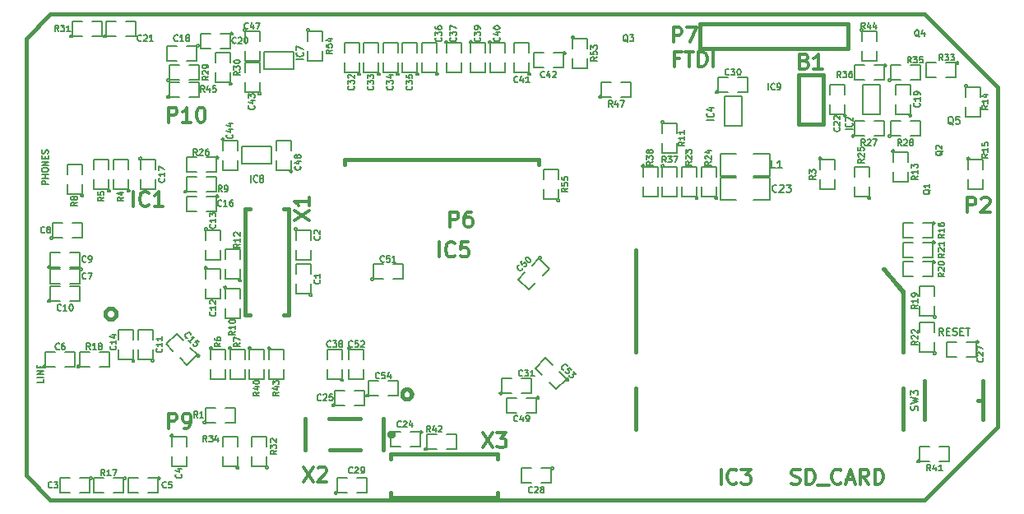
<source format=gto>
G04 (created by PCBNEW-RS274X (2012-05-21 BZR 3261)-stable) date Wed 26 Sep 2012 20:51:20 BST*
G01*
G70*
G90*
%MOIN*%
G04 Gerber Fmt 3.4, Leading zero omitted, Abs format*
%FSLAX34Y34*%
G04 APERTURE LIST*
%ADD10C,0.006000*%
%ADD11C,0.015000*%
%ADD12C,0.005000*%
%ADD13C,0.012000*%
%ADD14C,0.007500*%
G04 APERTURE END LIST*
G54D10*
G54D11*
X39369Y16733D02*
X39370Y16733D01*
X36417Y19685D02*
X39369Y16733D01*
X00984Y19685D02*
X00000Y18701D01*
X36417Y19685D02*
X00984Y19685D01*
X36417Y00000D02*
X39370Y02953D01*
X00000Y00984D02*
X00000Y00985D01*
X00984Y00000D02*
X00000Y00984D01*
X36417Y00000D02*
X00984Y00000D01*
X00000Y18701D02*
X00000Y00985D01*
X39370Y16733D02*
X39370Y02953D01*
G54D12*
X34602Y15641D02*
X33902Y15641D01*
X33902Y15641D02*
X33902Y16841D01*
X33902Y16841D02*
X34602Y16841D01*
X34602Y16841D02*
X34602Y15641D01*
X10836Y18165D02*
X10836Y17465D01*
X10836Y17465D02*
X09636Y17465D01*
X09636Y17465D02*
X09636Y18165D01*
X09636Y18165D02*
X10836Y18165D01*
X08750Y13627D02*
X08750Y14327D01*
X08750Y14327D02*
X09950Y14327D01*
X09950Y14327D02*
X09950Y13627D01*
X09950Y13627D02*
X08750Y13627D01*
X28292Y16348D02*
X28992Y16348D01*
X28992Y16348D02*
X28992Y15148D01*
X28992Y15148D02*
X28292Y15148D01*
X28292Y15148D02*
X28292Y16348D01*
X28134Y14033D02*
X28134Y13133D01*
X28134Y13133D02*
X28784Y13133D01*
X29484Y14033D02*
X30134Y14033D01*
X30134Y14033D02*
X30134Y13133D01*
X30134Y13133D02*
X29484Y13133D01*
X28784Y14033D02*
X28134Y14033D01*
X30134Y12149D02*
X30134Y13049D01*
X30134Y13049D02*
X29484Y13049D01*
X28784Y12149D02*
X28134Y12149D01*
X28134Y12149D02*
X28134Y13049D01*
X28134Y13049D02*
X28784Y13049D01*
X29484Y12149D02*
X30134Y12149D01*
X07787Y13883D02*
X07786Y13874D01*
X07783Y13864D01*
X07778Y13856D01*
X07772Y13848D01*
X07764Y13842D01*
X07756Y13837D01*
X07747Y13835D01*
X07737Y13834D01*
X07728Y13834D01*
X07719Y13837D01*
X07710Y13842D01*
X07703Y13848D01*
X07696Y13855D01*
X07692Y13864D01*
X07689Y13873D01*
X07688Y13883D01*
X07688Y13892D01*
X07691Y13901D01*
X07695Y13910D01*
X07702Y13917D01*
X07709Y13924D01*
X07717Y13928D01*
X07727Y13931D01*
X07736Y13932D01*
X07745Y13932D01*
X07755Y13929D01*
X07763Y13925D01*
X07771Y13919D01*
X07777Y13911D01*
X07782Y13903D01*
X07785Y13894D01*
X07786Y13884D01*
X07787Y13883D01*
X07287Y13883D02*
X07687Y13883D01*
X07687Y13883D02*
X07687Y13283D01*
X07687Y13283D02*
X07287Y13283D01*
X06887Y13283D02*
X06487Y13283D01*
X06487Y13283D02*
X06487Y13883D01*
X06487Y13883D02*
X06887Y13883D01*
X36822Y10438D02*
X36821Y10429D01*
X36818Y10419D01*
X36813Y10411D01*
X36807Y10403D01*
X36799Y10397D01*
X36791Y10392D01*
X36782Y10390D01*
X36772Y10389D01*
X36763Y10389D01*
X36754Y10392D01*
X36745Y10397D01*
X36738Y10403D01*
X36731Y10410D01*
X36727Y10419D01*
X36724Y10428D01*
X36723Y10438D01*
X36723Y10447D01*
X36726Y10456D01*
X36730Y10465D01*
X36737Y10472D01*
X36744Y10479D01*
X36752Y10483D01*
X36762Y10486D01*
X36771Y10487D01*
X36780Y10487D01*
X36790Y10484D01*
X36798Y10480D01*
X36806Y10474D01*
X36812Y10466D01*
X36817Y10458D01*
X36820Y10449D01*
X36821Y10439D01*
X36822Y10438D01*
X36322Y10438D02*
X36722Y10438D01*
X36722Y10438D02*
X36722Y09838D01*
X36722Y09838D02*
X36322Y09838D01*
X35922Y09838D02*
X35522Y09838D01*
X35522Y09838D02*
X35522Y10438D01*
X35522Y10438D02*
X35922Y10438D01*
X28008Y12244D02*
X28007Y12235D01*
X28004Y12225D01*
X27999Y12217D01*
X27993Y12209D01*
X27985Y12203D01*
X27977Y12198D01*
X27968Y12196D01*
X27958Y12195D01*
X27949Y12195D01*
X27940Y12198D01*
X27931Y12203D01*
X27924Y12209D01*
X27917Y12216D01*
X27913Y12225D01*
X27910Y12234D01*
X27909Y12244D01*
X27909Y12253D01*
X27912Y12262D01*
X27916Y12271D01*
X27923Y12278D01*
X27930Y12285D01*
X27938Y12289D01*
X27948Y12292D01*
X27957Y12293D01*
X27966Y12293D01*
X27976Y12290D01*
X27984Y12286D01*
X27992Y12280D01*
X27998Y12272D01*
X28003Y12264D01*
X28006Y12255D01*
X28007Y12245D01*
X28008Y12244D01*
X27958Y12694D02*
X27958Y12294D01*
X27958Y12294D02*
X27358Y12294D01*
X27358Y12294D02*
X27358Y12694D01*
X27358Y13094D02*
X27358Y13494D01*
X27358Y13494D02*
X27958Y13494D01*
X27958Y13494D02*
X27958Y13094D01*
X27220Y12244D02*
X27219Y12235D01*
X27216Y12225D01*
X27211Y12217D01*
X27205Y12209D01*
X27197Y12203D01*
X27189Y12198D01*
X27180Y12196D01*
X27170Y12195D01*
X27161Y12195D01*
X27152Y12198D01*
X27143Y12203D01*
X27136Y12209D01*
X27129Y12216D01*
X27125Y12225D01*
X27122Y12234D01*
X27121Y12244D01*
X27121Y12253D01*
X27124Y12262D01*
X27128Y12271D01*
X27135Y12278D01*
X27142Y12285D01*
X27150Y12289D01*
X27160Y12292D01*
X27169Y12293D01*
X27178Y12293D01*
X27188Y12290D01*
X27196Y12286D01*
X27204Y12280D01*
X27210Y12272D01*
X27215Y12264D01*
X27218Y12255D01*
X27219Y12245D01*
X27220Y12244D01*
X27170Y12694D02*
X27170Y12294D01*
X27170Y12294D02*
X26570Y12294D01*
X26570Y12294D02*
X26570Y12694D01*
X26570Y13094D02*
X26570Y13494D01*
X26570Y13494D02*
X27170Y13494D01*
X27170Y13494D02*
X27170Y13094D01*
X02156Y05409D02*
X02155Y05400D01*
X02152Y05390D01*
X02147Y05382D01*
X02141Y05374D01*
X02133Y05368D01*
X02125Y05363D01*
X02116Y05361D01*
X02106Y05360D01*
X02097Y05360D01*
X02088Y05363D01*
X02079Y05368D01*
X02072Y05374D01*
X02065Y05381D01*
X02061Y05390D01*
X02058Y05399D01*
X02057Y05409D01*
X02057Y05418D01*
X02060Y05427D01*
X02064Y05436D01*
X02071Y05443D01*
X02078Y05450D01*
X02086Y05454D01*
X02096Y05457D01*
X02105Y05458D01*
X02114Y05458D01*
X02124Y05455D01*
X02132Y05451D01*
X02140Y05445D01*
X02146Y05437D01*
X02151Y05429D01*
X02154Y05420D01*
X02155Y05410D01*
X02156Y05409D01*
X02556Y05409D02*
X02156Y05409D01*
X02156Y05409D02*
X02156Y06009D01*
X02156Y06009D02*
X02556Y06009D01*
X02956Y06009D02*
X03356Y06009D01*
X03356Y06009D02*
X03356Y05409D01*
X03356Y05409D02*
X02956Y05409D01*
X36866Y05945D02*
X36865Y05936D01*
X36862Y05926D01*
X36857Y05918D01*
X36851Y05910D01*
X36843Y05904D01*
X36835Y05899D01*
X36826Y05897D01*
X36816Y05896D01*
X36807Y05896D01*
X36798Y05899D01*
X36789Y05904D01*
X36782Y05910D01*
X36775Y05917D01*
X36771Y05926D01*
X36768Y05935D01*
X36767Y05945D01*
X36767Y05954D01*
X36770Y05963D01*
X36774Y05972D01*
X36781Y05979D01*
X36788Y05986D01*
X36796Y05990D01*
X36806Y05993D01*
X36815Y05994D01*
X36824Y05994D01*
X36834Y05991D01*
X36842Y05987D01*
X36850Y05981D01*
X36856Y05973D01*
X36861Y05965D01*
X36864Y05956D01*
X36865Y05946D01*
X36866Y05945D01*
X36816Y06395D02*
X36816Y05995D01*
X36816Y05995D02*
X36216Y05995D01*
X36216Y05995D02*
X36216Y06395D01*
X36216Y06795D02*
X36216Y07195D01*
X36216Y07195D02*
X36816Y07195D01*
X36816Y07195D02*
X36816Y06795D01*
X36866Y07421D02*
X36865Y07412D01*
X36862Y07402D01*
X36857Y07394D01*
X36851Y07386D01*
X36843Y07380D01*
X36835Y07375D01*
X36826Y07373D01*
X36816Y07372D01*
X36807Y07372D01*
X36798Y07375D01*
X36789Y07380D01*
X36782Y07386D01*
X36775Y07393D01*
X36771Y07402D01*
X36768Y07411D01*
X36767Y07421D01*
X36767Y07430D01*
X36770Y07439D01*
X36774Y07448D01*
X36781Y07455D01*
X36788Y07462D01*
X36796Y07466D01*
X36806Y07469D01*
X36815Y07470D01*
X36824Y07470D01*
X36834Y07467D01*
X36842Y07463D01*
X36850Y07457D01*
X36856Y07449D01*
X36861Y07441D01*
X36864Y07432D01*
X36865Y07422D01*
X36866Y07421D01*
X36816Y07871D02*
X36816Y07471D01*
X36816Y07471D02*
X36216Y07471D01*
X36216Y07471D02*
X36216Y07871D01*
X36216Y08271D02*
X36216Y08671D01*
X36216Y08671D02*
X36816Y08671D01*
X36816Y08671D02*
X36816Y08271D01*
X34208Y12244D02*
X34207Y12235D01*
X34204Y12225D01*
X34199Y12217D01*
X34193Y12209D01*
X34185Y12203D01*
X34177Y12198D01*
X34168Y12196D01*
X34158Y12195D01*
X34149Y12195D01*
X34140Y12198D01*
X34131Y12203D01*
X34124Y12209D01*
X34117Y12216D01*
X34113Y12225D01*
X34110Y12234D01*
X34109Y12244D01*
X34109Y12253D01*
X34112Y12262D01*
X34116Y12271D01*
X34123Y12278D01*
X34130Y12285D01*
X34138Y12289D01*
X34148Y12292D01*
X34157Y12293D01*
X34166Y12293D01*
X34176Y12290D01*
X34184Y12286D01*
X34192Y12280D01*
X34198Y12272D01*
X34203Y12264D01*
X34206Y12255D01*
X34207Y12245D01*
X34208Y12244D01*
X34158Y12694D02*
X34158Y12294D01*
X34158Y12294D02*
X33558Y12294D01*
X33558Y12294D02*
X33558Y12694D01*
X33558Y13094D02*
X33558Y13494D01*
X33558Y13494D02*
X34158Y13494D01*
X34158Y13494D02*
X34158Y13094D01*
X36822Y09651D02*
X36821Y09642D01*
X36818Y09632D01*
X36813Y09624D01*
X36807Y09616D01*
X36799Y09610D01*
X36791Y09605D01*
X36782Y09603D01*
X36772Y09602D01*
X36763Y09602D01*
X36754Y09605D01*
X36745Y09610D01*
X36738Y09616D01*
X36731Y09623D01*
X36727Y09632D01*
X36724Y09641D01*
X36723Y09651D01*
X36723Y09660D01*
X36726Y09669D01*
X36730Y09678D01*
X36737Y09685D01*
X36744Y09692D01*
X36752Y09696D01*
X36762Y09699D01*
X36771Y09700D01*
X36780Y09700D01*
X36790Y09697D01*
X36798Y09693D01*
X36806Y09687D01*
X36812Y09679D01*
X36817Y09671D01*
X36820Y09662D01*
X36821Y09652D01*
X36822Y09651D01*
X36322Y09651D02*
X36722Y09651D01*
X36722Y09651D02*
X36722Y09051D01*
X36722Y09051D02*
X36322Y09051D01*
X35922Y09051D02*
X35522Y09051D01*
X35522Y09051D02*
X35522Y09651D01*
X35522Y09651D02*
X35922Y09651D01*
X04047Y00891D02*
X04046Y00882D01*
X04043Y00872D01*
X04038Y00864D01*
X04032Y00856D01*
X04024Y00850D01*
X04016Y00845D01*
X04007Y00843D01*
X03997Y00842D01*
X03988Y00842D01*
X03979Y00845D01*
X03970Y00850D01*
X03963Y00856D01*
X03956Y00863D01*
X03952Y00872D01*
X03949Y00881D01*
X03948Y00891D01*
X03948Y00900D01*
X03951Y00909D01*
X03955Y00918D01*
X03962Y00925D01*
X03969Y00932D01*
X03977Y00936D01*
X03987Y00939D01*
X03996Y00940D01*
X04005Y00940D01*
X04015Y00937D01*
X04023Y00933D01*
X04031Y00927D01*
X04037Y00919D01*
X04042Y00911D01*
X04045Y00902D01*
X04046Y00892D01*
X04047Y00891D01*
X03547Y00891D02*
X03947Y00891D01*
X03947Y00891D02*
X03947Y00291D01*
X03947Y00291D02*
X03547Y00291D01*
X03147Y00291D02*
X02747Y00291D01*
X02747Y00291D02*
X02747Y00891D01*
X02747Y00891D02*
X03147Y00891D01*
X36822Y11226D02*
X36821Y11217D01*
X36818Y11207D01*
X36813Y11199D01*
X36807Y11191D01*
X36799Y11185D01*
X36791Y11180D01*
X36782Y11178D01*
X36772Y11177D01*
X36763Y11177D01*
X36754Y11180D01*
X36745Y11185D01*
X36738Y11191D01*
X36731Y11198D01*
X36727Y11207D01*
X36724Y11216D01*
X36723Y11226D01*
X36723Y11235D01*
X36726Y11244D01*
X36730Y11253D01*
X36737Y11260D01*
X36744Y11267D01*
X36752Y11271D01*
X36762Y11274D01*
X36771Y11275D01*
X36780Y11275D01*
X36790Y11272D01*
X36798Y11268D01*
X36806Y11262D01*
X36812Y11254D01*
X36817Y11246D01*
X36820Y11237D01*
X36821Y11227D01*
X36822Y11226D01*
X36322Y11226D02*
X36722Y11226D01*
X36722Y11226D02*
X36722Y10626D01*
X36722Y10626D02*
X36322Y10626D01*
X35922Y10626D02*
X35522Y10626D01*
X35522Y10626D02*
X35522Y11226D01*
X35522Y11226D02*
X35922Y11226D01*
X38234Y13839D02*
X38233Y13830D01*
X38230Y13820D01*
X38225Y13812D01*
X38219Y13804D01*
X38211Y13798D01*
X38203Y13793D01*
X38194Y13791D01*
X38184Y13790D01*
X38175Y13790D01*
X38166Y13793D01*
X38157Y13798D01*
X38150Y13804D01*
X38143Y13811D01*
X38139Y13820D01*
X38136Y13829D01*
X38135Y13839D01*
X38135Y13848D01*
X38138Y13857D01*
X38142Y13866D01*
X38149Y13873D01*
X38156Y13880D01*
X38164Y13884D01*
X38174Y13887D01*
X38183Y13888D01*
X38192Y13888D01*
X38202Y13885D01*
X38210Y13881D01*
X38218Y13875D01*
X38224Y13867D01*
X38229Y13859D01*
X38232Y13850D01*
X38233Y13840D01*
X38234Y13839D01*
X38184Y13389D02*
X38184Y13789D01*
X38184Y13789D02*
X38784Y13789D01*
X38784Y13789D02*
X38784Y13389D01*
X38784Y12989D02*
X38784Y12589D01*
X38784Y12589D02*
X38184Y12589D01*
X38184Y12589D02*
X38184Y12989D01*
X38136Y16792D02*
X38135Y16783D01*
X38132Y16773D01*
X38127Y16765D01*
X38121Y16757D01*
X38113Y16751D01*
X38105Y16746D01*
X38096Y16744D01*
X38086Y16743D01*
X38077Y16743D01*
X38068Y16746D01*
X38059Y16751D01*
X38052Y16757D01*
X38045Y16764D01*
X38041Y16773D01*
X38038Y16782D01*
X38037Y16792D01*
X38037Y16801D01*
X38040Y16810D01*
X38044Y16819D01*
X38051Y16826D01*
X38058Y16833D01*
X38066Y16837D01*
X38076Y16840D01*
X38085Y16841D01*
X38094Y16841D01*
X38104Y16838D01*
X38112Y16834D01*
X38120Y16828D01*
X38126Y16820D01*
X38131Y16812D01*
X38134Y16803D01*
X38135Y16793D01*
X38136Y16792D01*
X38086Y16342D02*
X38086Y16742D01*
X38086Y16742D02*
X38686Y16742D01*
X38686Y16742D02*
X38686Y16342D01*
X38686Y15942D02*
X38686Y15542D01*
X38686Y15542D02*
X38086Y15542D01*
X38086Y15542D02*
X38086Y15942D01*
X35183Y14135D02*
X35182Y14126D01*
X35179Y14116D01*
X35174Y14108D01*
X35168Y14100D01*
X35160Y14094D01*
X35152Y14089D01*
X35143Y14087D01*
X35133Y14086D01*
X35124Y14086D01*
X35115Y14089D01*
X35106Y14094D01*
X35099Y14100D01*
X35092Y14107D01*
X35088Y14116D01*
X35085Y14125D01*
X35084Y14135D01*
X35084Y14144D01*
X35087Y14153D01*
X35091Y14162D01*
X35098Y14169D01*
X35105Y14176D01*
X35113Y14180D01*
X35123Y14183D01*
X35132Y14184D01*
X35141Y14184D01*
X35151Y14181D01*
X35159Y14177D01*
X35167Y14171D01*
X35173Y14163D01*
X35178Y14155D01*
X35181Y14146D01*
X35182Y14136D01*
X35183Y14135D01*
X35133Y13685D02*
X35133Y14085D01*
X35133Y14085D02*
X35733Y14085D01*
X35733Y14085D02*
X35733Y13685D01*
X35733Y13285D02*
X35733Y12885D01*
X35733Y12885D02*
X35133Y12885D01*
X35133Y12885D02*
X35133Y13285D01*
X08716Y08898D02*
X08715Y08889D01*
X08712Y08879D01*
X08707Y08871D01*
X08701Y08863D01*
X08693Y08857D01*
X08685Y08852D01*
X08676Y08850D01*
X08666Y08849D01*
X08657Y08849D01*
X08648Y08852D01*
X08639Y08857D01*
X08632Y08863D01*
X08625Y08870D01*
X08621Y08879D01*
X08618Y08888D01*
X08617Y08898D01*
X08617Y08907D01*
X08620Y08916D01*
X08624Y08925D01*
X08631Y08932D01*
X08638Y08939D01*
X08646Y08943D01*
X08656Y08946D01*
X08665Y08947D01*
X08674Y08947D01*
X08684Y08944D01*
X08692Y08940D01*
X08700Y08934D01*
X08706Y08926D01*
X08711Y08918D01*
X08714Y08909D01*
X08715Y08899D01*
X08716Y08898D01*
X08666Y09348D02*
X08666Y08948D01*
X08666Y08948D02*
X08066Y08948D01*
X08066Y08948D02*
X08066Y09348D01*
X08066Y09748D02*
X08066Y10148D01*
X08066Y10148D02*
X08666Y10148D01*
X08666Y10148D02*
X08666Y09748D01*
X25833Y15316D02*
X25832Y15307D01*
X25829Y15297D01*
X25824Y15289D01*
X25818Y15281D01*
X25810Y15275D01*
X25802Y15270D01*
X25793Y15268D01*
X25783Y15267D01*
X25774Y15267D01*
X25765Y15270D01*
X25756Y15275D01*
X25749Y15281D01*
X25742Y15288D01*
X25738Y15297D01*
X25735Y15306D01*
X25734Y15316D01*
X25734Y15325D01*
X25737Y15334D01*
X25741Y15343D01*
X25748Y15350D01*
X25755Y15357D01*
X25763Y15361D01*
X25773Y15364D01*
X25782Y15365D01*
X25791Y15365D01*
X25801Y15362D01*
X25809Y15358D01*
X25817Y15352D01*
X25823Y15344D01*
X25828Y15336D01*
X25831Y15327D01*
X25832Y15317D01*
X25833Y15316D01*
X25783Y14866D02*
X25783Y15266D01*
X25783Y15266D02*
X26383Y15266D01*
X26383Y15266D02*
X26383Y14866D01*
X26383Y14466D02*
X26383Y14066D01*
X26383Y14066D02*
X25783Y14066D01*
X25783Y14066D02*
X25783Y14466D01*
X08116Y08623D02*
X08115Y08614D01*
X08112Y08604D01*
X08107Y08596D01*
X08101Y08588D01*
X08093Y08582D01*
X08085Y08577D01*
X08076Y08575D01*
X08066Y08574D01*
X08057Y08574D01*
X08048Y08577D01*
X08039Y08582D01*
X08032Y08588D01*
X08025Y08595D01*
X08021Y08604D01*
X08018Y08613D01*
X08017Y08623D01*
X08017Y08632D01*
X08020Y08641D01*
X08024Y08650D01*
X08031Y08657D01*
X08038Y08664D01*
X08046Y08668D01*
X08056Y08671D01*
X08065Y08672D01*
X08074Y08672D01*
X08084Y08669D01*
X08092Y08665D01*
X08100Y08659D01*
X08106Y08651D01*
X08111Y08643D01*
X08114Y08634D01*
X08115Y08624D01*
X08116Y08623D01*
X08066Y08173D02*
X08066Y08573D01*
X08066Y08573D02*
X08666Y08573D01*
X08666Y08573D02*
X08666Y08173D01*
X08666Y07773D02*
X08666Y07373D01*
X08666Y07373D02*
X08066Y07373D01*
X08066Y07373D02*
X08066Y07773D01*
X06487Y12496D02*
X06486Y12487D01*
X06483Y12477D01*
X06478Y12469D01*
X06472Y12461D01*
X06464Y12455D01*
X06456Y12450D01*
X06447Y12448D01*
X06437Y12447D01*
X06428Y12447D01*
X06419Y12450D01*
X06410Y12455D01*
X06403Y12461D01*
X06396Y12468D01*
X06392Y12477D01*
X06389Y12486D01*
X06388Y12496D01*
X06388Y12505D01*
X06391Y12514D01*
X06395Y12523D01*
X06402Y12530D01*
X06409Y12537D01*
X06417Y12541D01*
X06427Y12544D01*
X06436Y12545D01*
X06445Y12545D01*
X06455Y12542D01*
X06463Y12538D01*
X06471Y12532D01*
X06477Y12524D01*
X06482Y12516D01*
X06485Y12507D01*
X06486Y12497D01*
X06487Y12496D01*
X06887Y12496D02*
X06487Y12496D01*
X06487Y12496D02*
X06487Y13096D01*
X06487Y13096D02*
X06887Y13096D01*
X07287Y13096D02*
X07687Y13096D01*
X07687Y13096D02*
X07687Y12496D01*
X07687Y12496D02*
X07287Y12496D01*
X02319Y12343D02*
X02318Y12334D01*
X02315Y12324D01*
X02310Y12316D01*
X02304Y12308D01*
X02296Y12302D01*
X02288Y12297D01*
X02279Y12295D01*
X02269Y12294D01*
X02260Y12294D01*
X02251Y12297D01*
X02242Y12302D01*
X02235Y12308D01*
X02228Y12315D01*
X02224Y12324D01*
X02221Y12333D01*
X02220Y12343D01*
X02220Y12352D01*
X02223Y12361D01*
X02227Y12370D01*
X02234Y12377D01*
X02241Y12384D01*
X02249Y12388D01*
X02259Y12391D01*
X02268Y12392D01*
X02277Y12392D01*
X02287Y12389D01*
X02295Y12385D01*
X02303Y12379D01*
X02309Y12371D01*
X02314Y12363D01*
X02317Y12354D01*
X02318Y12344D01*
X02319Y12343D01*
X02269Y12793D02*
X02269Y12393D01*
X02269Y12393D02*
X01669Y12393D01*
X01669Y12393D02*
X01669Y12793D01*
X01669Y13193D02*
X01669Y13593D01*
X01669Y13593D02*
X02269Y13593D01*
X02269Y13593D02*
X02269Y13193D01*
X08313Y06162D02*
X08312Y06153D01*
X08309Y06143D01*
X08304Y06135D01*
X08298Y06127D01*
X08290Y06121D01*
X08282Y06116D01*
X08273Y06114D01*
X08263Y06113D01*
X08254Y06113D01*
X08245Y06116D01*
X08236Y06121D01*
X08229Y06127D01*
X08222Y06134D01*
X08218Y06143D01*
X08215Y06152D01*
X08214Y06162D01*
X08214Y06171D01*
X08217Y06180D01*
X08221Y06189D01*
X08228Y06196D01*
X08235Y06203D01*
X08243Y06207D01*
X08253Y06210D01*
X08262Y06211D01*
X08271Y06211D01*
X08281Y06208D01*
X08289Y06204D01*
X08297Y06198D01*
X08303Y06190D01*
X08308Y06182D01*
X08311Y06173D01*
X08312Y06163D01*
X08313Y06162D01*
X08263Y05712D02*
X08263Y06112D01*
X08263Y06112D02*
X08863Y06112D01*
X08863Y06112D02*
X08863Y05712D01*
X08863Y05312D02*
X08863Y04912D01*
X08863Y04912D02*
X08263Y04912D01*
X08263Y04912D02*
X08263Y05312D01*
X07526Y06162D02*
X07525Y06153D01*
X07522Y06143D01*
X07517Y06135D01*
X07511Y06127D01*
X07503Y06121D01*
X07495Y06116D01*
X07486Y06114D01*
X07476Y06113D01*
X07467Y06113D01*
X07458Y06116D01*
X07449Y06121D01*
X07442Y06127D01*
X07435Y06134D01*
X07431Y06143D01*
X07428Y06152D01*
X07427Y06162D01*
X07427Y06171D01*
X07430Y06180D01*
X07434Y06189D01*
X07441Y06196D01*
X07448Y06203D01*
X07456Y06207D01*
X07466Y06210D01*
X07475Y06211D01*
X07484Y06211D01*
X07494Y06208D01*
X07502Y06204D01*
X07510Y06198D01*
X07516Y06190D01*
X07521Y06182D01*
X07524Y06173D01*
X07525Y06163D01*
X07526Y06162D01*
X07476Y05712D02*
X07476Y06112D01*
X07476Y06112D02*
X08076Y06112D01*
X08076Y06112D02*
X08076Y05712D01*
X08076Y05312D02*
X08076Y04912D01*
X08076Y04912D02*
X07476Y04912D01*
X07476Y04912D02*
X07476Y05312D01*
X16231Y02063D02*
X16230Y02054D01*
X16227Y02044D01*
X16222Y02036D01*
X16216Y02028D01*
X16208Y02022D01*
X16200Y02017D01*
X16191Y02015D01*
X16181Y02014D01*
X16172Y02014D01*
X16163Y02017D01*
X16154Y02022D01*
X16147Y02028D01*
X16140Y02035D01*
X16136Y02044D01*
X16133Y02053D01*
X16132Y02063D01*
X16132Y02072D01*
X16135Y02081D01*
X16139Y02090D01*
X16146Y02097D01*
X16153Y02104D01*
X16161Y02108D01*
X16171Y02111D01*
X16180Y02112D01*
X16189Y02112D01*
X16199Y02109D01*
X16207Y02105D01*
X16215Y02099D01*
X16221Y02091D01*
X16226Y02083D01*
X16229Y02074D01*
X16230Y02064D01*
X16231Y02063D01*
X16631Y02063D02*
X16231Y02063D01*
X16231Y02063D02*
X16231Y02663D01*
X16231Y02663D02*
X16631Y02663D01*
X17031Y02663D02*
X17431Y02663D01*
X17431Y02663D02*
X17431Y02063D01*
X17431Y02063D02*
X17031Y02063D01*
X00975Y08067D02*
X00974Y08058D01*
X00971Y08048D01*
X00966Y08040D01*
X00960Y08032D01*
X00952Y08026D01*
X00944Y08021D01*
X00935Y08019D01*
X00925Y08018D01*
X00916Y08018D01*
X00907Y08021D01*
X00898Y08026D01*
X00891Y08032D01*
X00884Y08039D01*
X00880Y08048D01*
X00877Y08057D01*
X00876Y08067D01*
X00876Y08076D01*
X00879Y08085D01*
X00883Y08094D01*
X00890Y08101D01*
X00897Y08108D01*
X00905Y08112D01*
X00915Y08115D01*
X00924Y08116D01*
X00933Y08116D01*
X00943Y08113D01*
X00951Y08109D01*
X00959Y08103D01*
X00965Y08095D01*
X00970Y08087D01*
X00973Y08078D01*
X00974Y08068D01*
X00975Y08067D01*
X01375Y08067D02*
X00975Y08067D01*
X00975Y08067D02*
X00975Y08667D01*
X00975Y08667D02*
X01375Y08667D01*
X01775Y08667D02*
X02175Y08667D01*
X02175Y08667D02*
X02175Y08067D01*
X02175Y08067D02*
X01775Y08067D01*
X10971Y10985D02*
X10970Y10976D01*
X10967Y10966D01*
X10962Y10958D01*
X10956Y10950D01*
X10948Y10944D01*
X10940Y10939D01*
X10931Y10937D01*
X10921Y10936D01*
X10912Y10936D01*
X10903Y10939D01*
X10894Y10944D01*
X10887Y10950D01*
X10880Y10957D01*
X10876Y10966D01*
X10873Y10975D01*
X10872Y10985D01*
X10872Y10994D01*
X10875Y11003D01*
X10879Y11012D01*
X10886Y11019D01*
X10893Y11026D01*
X10901Y11030D01*
X10911Y11033D01*
X10920Y11034D01*
X10929Y11034D01*
X10939Y11031D01*
X10947Y11027D01*
X10955Y11021D01*
X10961Y11013D01*
X10966Y11005D01*
X10969Y10996D01*
X10970Y10986D01*
X10971Y10985D01*
X10921Y10535D02*
X10921Y10935D01*
X10921Y10935D02*
X11521Y10935D01*
X11521Y10935D02*
X11521Y10535D01*
X11521Y10135D02*
X11521Y09735D01*
X11521Y09735D02*
X10921Y09735D01*
X10921Y09735D02*
X10921Y10135D01*
X02669Y00891D02*
X02668Y00882D01*
X02665Y00872D01*
X02660Y00864D01*
X02654Y00856D01*
X02646Y00850D01*
X02638Y00845D01*
X02629Y00843D01*
X02619Y00842D01*
X02610Y00842D01*
X02601Y00845D01*
X02592Y00850D01*
X02585Y00856D01*
X02578Y00863D01*
X02574Y00872D01*
X02571Y00881D01*
X02570Y00891D01*
X02570Y00900D01*
X02573Y00909D01*
X02577Y00918D01*
X02584Y00925D01*
X02591Y00932D01*
X02599Y00936D01*
X02609Y00939D01*
X02618Y00940D01*
X02627Y00940D01*
X02637Y00937D01*
X02645Y00933D01*
X02653Y00927D01*
X02659Y00919D01*
X02664Y00911D01*
X02667Y00902D01*
X02668Y00892D01*
X02669Y00891D01*
X02169Y00891D02*
X02569Y00891D01*
X02569Y00891D02*
X02569Y00291D01*
X02569Y00291D02*
X02169Y00291D01*
X01769Y00291D02*
X01369Y00291D01*
X01369Y00291D02*
X01369Y00891D01*
X01369Y00891D02*
X01769Y00891D01*
X05951Y02619D02*
X05950Y02610D01*
X05947Y02600D01*
X05942Y02592D01*
X05936Y02584D01*
X05928Y02578D01*
X05920Y02573D01*
X05911Y02571D01*
X05901Y02570D01*
X05892Y02570D01*
X05883Y02573D01*
X05874Y02578D01*
X05867Y02584D01*
X05860Y02591D01*
X05856Y02600D01*
X05853Y02609D01*
X05852Y02619D01*
X05852Y02628D01*
X05855Y02637D01*
X05859Y02646D01*
X05866Y02653D01*
X05873Y02660D01*
X05881Y02664D01*
X05891Y02667D01*
X05900Y02668D01*
X05909Y02668D01*
X05919Y02665D01*
X05927Y02661D01*
X05935Y02655D01*
X05941Y02647D01*
X05946Y02639D01*
X05949Y02630D01*
X05950Y02620D01*
X05951Y02619D01*
X05901Y02169D02*
X05901Y02569D01*
X05901Y02569D02*
X06501Y02569D01*
X06501Y02569D02*
X06501Y02169D01*
X06501Y01769D02*
X06501Y01369D01*
X06501Y01369D02*
X05901Y01369D01*
X05901Y01369D02*
X05901Y01769D01*
X05424Y00891D02*
X05423Y00882D01*
X05420Y00872D01*
X05415Y00864D01*
X05409Y00856D01*
X05401Y00850D01*
X05393Y00845D01*
X05384Y00843D01*
X05374Y00842D01*
X05365Y00842D01*
X05356Y00845D01*
X05347Y00850D01*
X05340Y00856D01*
X05333Y00863D01*
X05329Y00872D01*
X05326Y00881D01*
X05325Y00891D01*
X05325Y00900D01*
X05328Y00909D01*
X05332Y00918D01*
X05339Y00925D01*
X05346Y00932D01*
X05354Y00936D01*
X05364Y00939D01*
X05373Y00940D01*
X05382Y00940D01*
X05392Y00937D01*
X05400Y00933D01*
X05408Y00927D01*
X05414Y00919D01*
X05419Y00911D01*
X05422Y00902D01*
X05423Y00892D01*
X05424Y00891D01*
X04924Y00891D02*
X05324Y00891D01*
X05324Y00891D02*
X05324Y00291D01*
X05324Y00291D02*
X04924Y00291D01*
X04524Y00291D02*
X04124Y00291D01*
X04124Y00291D02*
X04124Y00891D01*
X04124Y00891D02*
X04524Y00891D01*
X11463Y19056D02*
X11462Y19047D01*
X11459Y19037D01*
X11454Y19029D01*
X11448Y19021D01*
X11440Y19015D01*
X11432Y19010D01*
X11423Y19008D01*
X11413Y19007D01*
X11404Y19007D01*
X11395Y19010D01*
X11386Y19015D01*
X11379Y19021D01*
X11372Y19028D01*
X11368Y19037D01*
X11365Y19046D01*
X11364Y19056D01*
X11364Y19065D01*
X11367Y19074D01*
X11371Y19083D01*
X11378Y19090D01*
X11385Y19097D01*
X11393Y19101D01*
X11403Y19104D01*
X11412Y19105D01*
X11421Y19105D01*
X11431Y19102D01*
X11439Y19098D01*
X11447Y19092D01*
X11453Y19084D01*
X11458Y19076D01*
X11461Y19067D01*
X11462Y19057D01*
X11463Y19056D01*
X11413Y18606D02*
X11413Y19006D01*
X11413Y19006D02*
X12013Y19006D01*
X12013Y19006D02*
X12013Y18606D01*
X12013Y18206D02*
X12013Y17806D01*
X12013Y17806D02*
X11413Y17806D01*
X11413Y17806D02*
X11413Y18206D01*
X22191Y18761D02*
X22190Y18752D01*
X22187Y18742D01*
X22182Y18734D01*
X22176Y18726D01*
X22168Y18720D01*
X22160Y18715D01*
X22151Y18713D01*
X22141Y18712D01*
X22132Y18712D01*
X22123Y18715D01*
X22114Y18720D01*
X22107Y18726D01*
X22100Y18733D01*
X22096Y18742D01*
X22093Y18751D01*
X22092Y18761D01*
X22092Y18770D01*
X22095Y18779D01*
X22099Y18788D01*
X22106Y18795D01*
X22113Y18802D01*
X22121Y18806D01*
X22131Y18809D01*
X22140Y18810D01*
X22149Y18810D01*
X22159Y18807D01*
X22167Y18803D01*
X22175Y18797D01*
X22181Y18789D01*
X22186Y18781D01*
X22189Y18772D01*
X22190Y18762D01*
X22191Y18761D01*
X22141Y18311D02*
X22141Y18711D01*
X22141Y18711D02*
X22741Y18711D01*
X22741Y18711D02*
X22741Y18311D01*
X22741Y17911D02*
X22741Y17511D01*
X22741Y17511D02*
X22141Y17511D01*
X22141Y17511D02*
X22141Y17911D01*
X11571Y08307D02*
X11570Y08298D01*
X11567Y08288D01*
X11562Y08280D01*
X11556Y08272D01*
X11548Y08266D01*
X11540Y08261D01*
X11531Y08259D01*
X11521Y08258D01*
X11512Y08258D01*
X11503Y08261D01*
X11494Y08266D01*
X11487Y08272D01*
X11480Y08279D01*
X11476Y08288D01*
X11473Y08297D01*
X11472Y08307D01*
X11472Y08316D01*
X11475Y08325D01*
X11479Y08334D01*
X11486Y08341D01*
X11493Y08348D01*
X11501Y08352D01*
X11511Y08355D01*
X11520Y08356D01*
X11529Y08356D01*
X11539Y08353D01*
X11547Y08349D01*
X11555Y08343D01*
X11561Y08335D01*
X11566Y08327D01*
X11569Y08318D01*
X11570Y08308D01*
X11571Y08307D01*
X11521Y08757D02*
X11521Y08357D01*
X11521Y08357D02*
X10921Y08357D01*
X10921Y08357D02*
X10921Y08757D01*
X10921Y09157D02*
X10921Y09557D01*
X10921Y09557D02*
X11521Y09557D01*
X11521Y09557D02*
X11521Y09157D01*
X36211Y01570D02*
X36210Y01561D01*
X36207Y01551D01*
X36202Y01543D01*
X36196Y01535D01*
X36188Y01529D01*
X36180Y01524D01*
X36171Y01522D01*
X36161Y01521D01*
X36152Y01521D01*
X36143Y01524D01*
X36134Y01529D01*
X36127Y01535D01*
X36120Y01542D01*
X36116Y01551D01*
X36113Y01560D01*
X36112Y01570D01*
X36112Y01579D01*
X36115Y01588D01*
X36119Y01597D01*
X36126Y01604D01*
X36133Y01611D01*
X36141Y01615D01*
X36151Y01618D01*
X36160Y01619D01*
X36169Y01619D01*
X36179Y01616D01*
X36187Y01612D01*
X36195Y01606D01*
X36201Y01598D01*
X36206Y01590D01*
X36209Y01581D01*
X36210Y01571D01*
X36211Y01570D01*
X36611Y01570D02*
X36211Y01570D01*
X36211Y01570D02*
X36211Y02170D01*
X36211Y02170D02*
X36611Y02170D01*
X37011Y02170D02*
X37411Y02170D01*
X37411Y02170D02*
X37411Y01570D01*
X37411Y01570D02*
X37011Y01570D01*
X25045Y13544D02*
X25044Y13535D01*
X25041Y13525D01*
X25036Y13517D01*
X25030Y13509D01*
X25022Y13503D01*
X25014Y13498D01*
X25005Y13496D01*
X24995Y13495D01*
X24986Y13495D01*
X24977Y13498D01*
X24968Y13503D01*
X24961Y13509D01*
X24954Y13516D01*
X24950Y13525D01*
X24947Y13534D01*
X24946Y13544D01*
X24946Y13553D01*
X24949Y13562D01*
X24953Y13571D01*
X24960Y13578D01*
X24967Y13585D01*
X24975Y13589D01*
X24985Y13592D01*
X24994Y13593D01*
X25003Y13593D01*
X25013Y13590D01*
X25021Y13586D01*
X25029Y13580D01*
X25035Y13572D01*
X25040Y13564D01*
X25043Y13555D01*
X25044Y13545D01*
X25045Y13544D01*
X24995Y13094D02*
X24995Y13494D01*
X24995Y13494D02*
X25595Y13494D01*
X25595Y13494D02*
X25595Y13094D01*
X25595Y12694D02*
X25595Y12294D01*
X25595Y12294D02*
X24995Y12294D01*
X24995Y12294D02*
X24995Y12694D01*
X25833Y13544D02*
X25832Y13535D01*
X25829Y13525D01*
X25824Y13517D01*
X25818Y13509D01*
X25810Y13503D01*
X25802Y13498D01*
X25793Y13496D01*
X25783Y13495D01*
X25774Y13495D01*
X25765Y13498D01*
X25756Y13503D01*
X25749Y13509D01*
X25742Y13516D01*
X25738Y13525D01*
X25735Y13534D01*
X25734Y13544D01*
X25734Y13553D01*
X25737Y13562D01*
X25741Y13571D01*
X25748Y13578D01*
X25755Y13585D01*
X25763Y13589D01*
X25773Y13592D01*
X25782Y13593D01*
X25791Y13593D01*
X25801Y13590D01*
X25809Y13586D01*
X25817Y13580D01*
X25823Y13572D01*
X25828Y13564D01*
X25831Y13555D01*
X25832Y13545D01*
X25833Y13544D01*
X25783Y13094D02*
X25783Y13494D01*
X25783Y13494D02*
X26383Y13494D01*
X26383Y13494D02*
X26383Y13094D01*
X26383Y12694D02*
X26383Y12294D01*
X26383Y12294D02*
X25783Y12294D01*
X25783Y12294D02*
X25783Y12694D01*
X34854Y17623D02*
X34853Y17614D01*
X34850Y17604D01*
X34845Y17596D01*
X34839Y17588D01*
X34831Y17582D01*
X34823Y17577D01*
X34814Y17575D01*
X34804Y17574D01*
X34795Y17574D01*
X34786Y17577D01*
X34777Y17582D01*
X34770Y17588D01*
X34763Y17595D01*
X34759Y17604D01*
X34756Y17613D01*
X34755Y17623D01*
X34755Y17632D01*
X34758Y17641D01*
X34762Y17650D01*
X34769Y17657D01*
X34776Y17664D01*
X34784Y17668D01*
X34794Y17671D01*
X34803Y17672D01*
X34812Y17672D01*
X34822Y17669D01*
X34830Y17665D01*
X34838Y17659D01*
X34844Y17651D01*
X34849Y17643D01*
X34852Y17634D01*
X34853Y17624D01*
X34854Y17623D01*
X34354Y17623D02*
X34754Y17623D01*
X34754Y17623D02*
X34754Y17023D01*
X34754Y17023D02*
X34354Y17023D01*
X33954Y17023D02*
X33554Y17023D01*
X33554Y17023D02*
X33554Y17623D01*
X33554Y17623D02*
X33954Y17623D01*
X35030Y17023D02*
X35029Y17014D01*
X35026Y17004D01*
X35021Y16996D01*
X35015Y16988D01*
X35007Y16982D01*
X34999Y16977D01*
X34990Y16975D01*
X34980Y16974D01*
X34971Y16974D01*
X34962Y16977D01*
X34953Y16982D01*
X34946Y16988D01*
X34939Y16995D01*
X34935Y17004D01*
X34932Y17013D01*
X34931Y17023D01*
X34931Y17032D01*
X34934Y17041D01*
X34938Y17050D01*
X34945Y17057D01*
X34952Y17064D01*
X34960Y17068D01*
X34970Y17071D01*
X34979Y17072D01*
X34988Y17072D01*
X34998Y17069D01*
X35006Y17065D01*
X35014Y17059D01*
X35020Y17051D01*
X35025Y17043D01*
X35028Y17034D01*
X35029Y17024D01*
X35030Y17023D01*
X35430Y17023D02*
X35030Y17023D01*
X35030Y17023D02*
X35030Y17623D01*
X35030Y17623D02*
X35430Y17623D01*
X35830Y17623D02*
X36230Y17623D01*
X36230Y17623D02*
X36230Y17023D01*
X36230Y17023D02*
X35830Y17023D01*
X08618Y01319D02*
X08617Y01310D01*
X08614Y01300D01*
X08609Y01292D01*
X08603Y01284D01*
X08595Y01278D01*
X08587Y01273D01*
X08578Y01271D01*
X08568Y01270D01*
X08559Y01270D01*
X08550Y01273D01*
X08541Y01278D01*
X08534Y01284D01*
X08527Y01291D01*
X08523Y01300D01*
X08520Y01309D01*
X08519Y01319D01*
X08519Y01328D01*
X08522Y01337D01*
X08526Y01346D01*
X08533Y01353D01*
X08540Y01360D01*
X08548Y01364D01*
X08558Y01367D01*
X08567Y01368D01*
X08576Y01368D01*
X08586Y01365D01*
X08594Y01361D01*
X08602Y01355D01*
X08608Y01347D01*
X08613Y01339D01*
X08616Y01330D01*
X08617Y01320D01*
X08618Y01319D01*
X08568Y01769D02*
X08568Y01369D01*
X08568Y01369D02*
X07968Y01369D01*
X07968Y01369D02*
X07968Y01769D01*
X07968Y02169D02*
X07968Y02569D01*
X07968Y02569D02*
X08568Y02569D01*
X08568Y02569D02*
X08568Y02169D01*
X37780Y17713D02*
X37779Y17704D01*
X37776Y17694D01*
X37771Y17686D01*
X37765Y17678D01*
X37757Y17672D01*
X37749Y17667D01*
X37740Y17665D01*
X37730Y17664D01*
X37721Y17664D01*
X37712Y17667D01*
X37703Y17672D01*
X37696Y17678D01*
X37689Y17685D01*
X37685Y17694D01*
X37682Y17703D01*
X37681Y17713D01*
X37681Y17722D01*
X37684Y17731D01*
X37688Y17740D01*
X37695Y17747D01*
X37702Y17754D01*
X37710Y17758D01*
X37720Y17761D01*
X37729Y17762D01*
X37738Y17762D01*
X37748Y17759D01*
X37756Y17755D01*
X37764Y17749D01*
X37770Y17741D01*
X37775Y17733D01*
X37778Y17724D01*
X37779Y17714D01*
X37780Y17713D01*
X37280Y17713D02*
X37680Y17713D01*
X37680Y17713D02*
X37680Y17113D01*
X37680Y17113D02*
X37280Y17113D01*
X36880Y17113D02*
X36480Y17113D01*
X36480Y17113D02*
X36480Y17713D01*
X36480Y17713D02*
X36880Y17713D01*
X09799Y01319D02*
X09798Y01310D01*
X09795Y01300D01*
X09790Y01292D01*
X09784Y01284D01*
X09776Y01278D01*
X09768Y01273D01*
X09759Y01271D01*
X09749Y01270D01*
X09740Y01270D01*
X09731Y01273D01*
X09722Y01278D01*
X09715Y01284D01*
X09708Y01291D01*
X09704Y01300D01*
X09701Y01309D01*
X09700Y01319D01*
X09700Y01328D01*
X09703Y01337D01*
X09707Y01346D01*
X09714Y01353D01*
X09721Y01360D01*
X09729Y01364D01*
X09739Y01367D01*
X09748Y01368D01*
X09757Y01368D01*
X09767Y01365D01*
X09775Y01361D01*
X09783Y01355D01*
X09789Y01347D01*
X09794Y01339D01*
X09797Y01330D01*
X09798Y01320D01*
X09799Y01319D01*
X09749Y01769D02*
X09749Y01369D01*
X09749Y01369D02*
X09149Y01369D01*
X09149Y01369D02*
X09149Y01769D01*
X09149Y02169D02*
X09149Y02569D01*
X09149Y02569D02*
X09749Y02569D01*
X09749Y02569D02*
X09749Y02169D01*
X01861Y18795D02*
X01860Y18786D01*
X01857Y18776D01*
X01852Y18768D01*
X01846Y18760D01*
X01838Y18754D01*
X01830Y18749D01*
X01821Y18747D01*
X01811Y18746D01*
X01802Y18746D01*
X01793Y18749D01*
X01784Y18754D01*
X01777Y18760D01*
X01770Y18767D01*
X01766Y18776D01*
X01763Y18785D01*
X01762Y18795D01*
X01762Y18804D01*
X01765Y18813D01*
X01769Y18822D01*
X01776Y18829D01*
X01783Y18836D01*
X01791Y18840D01*
X01801Y18843D01*
X01810Y18844D01*
X01819Y18844D01*
X01829Y18841D01*
X01837Y18837D01*
X01845Y18831D01*
X01851Y18823D01*
X01856Y18815D01*
X01859Y18806D01*
X01860Y18796D01*
X01861Y18795D01*
X02261Y18795D02*
X01861Y18795D01*
X01861Y18795D02*
X01861Y19395D01*
X01861Y19395D02*
X02261Y19395D01*
X02661Y19395D02*
X03061Y19395D01*
X03061Y19395D02*
X03061Y18795D01*
X03061Y18795D02*
X02661Y18795D01*
X08323Y16870D02*
X08322Y16861D01*
X08319Y16851D01*
X08314Y16843D01*
X08308Y16835D01*
X08300Y16829D01*
X08292Y16824D01*
X08283Y16822D01*
X08273Y16821D01*
X08264Y16821D01*
X08255Y16824D01*
X08246Y16829D01*
X08239Y16835D01*
X08232Y16842D01*
X08228Y16851D01*
X08225Y16860D01*
X08224Y16870D01*
X08224Y16879D01*
X08227Y16888D01*
X08231Y16897D01*
X08238Y16904D01*
X08245Y16911D01*
X08253Y16915D01*
X08263Y16918D01*
X08272Y16919D01*
X08281Y16919D01*
X08291Y16916D01*
X08299Y16912D01*
X08307Y16906D01*
X08313Y16898D01*
X08318Y16890D01*
X08321Y16881D01*
X08322Y16871D01*
X08323Y16870D01*
X08273Y17320D02*
X08273Y16920D01*
X08273Y16920D02*
X07673Y16920D01*
X07673Y16920D02*
X07673Y17320D01*
X07673Y17720D02*
X07673Y18120D01*
X07673Y18120D02*
X08273Y18120D01*
X08273Y18120D02*
X08273Y17720D01*
X05798Y17023D02*
X05797Y17014D01*
X05794Y17004D01*
X05789Y16996D01*
X05783Y16988D01*
X05775Y16982D01*
X05767Y16977D01*
X05758Y16975D01*
X05748Y16974D01*
X05739Y16974D01*
X05730Y16977D01*
X05721Y16982D01*
X05714Y16988D01*
X05707Y16995D01*
X05703Y17004D01*
X05700Y17013D01*
X05699Y17023D01*
X05699Y17032D01*
X05702Y17041D01*
X05706Y17050D01*
X05713Y17057D01*
X05720Y17064D01*
X05728Y17068D01*
X05738Y17071D01*
X05747Y17072D01*
X05756Y17072D01*
X05766Y17069D01*
X05774Y17065D01*
X05782Y17059D01*
X05788Y17051D01*
X05793Y17043D01*
X05796Y17034D01*
X05797Y17024D01*
X05798Y17023D01*
X06198Y17023D02*
X05798Y17023D01*
X05798Y17023D02*
X05798Y17623D01*
X05798Y17623D02*
X06198Y17623D01*
X06598Y17623D02*
X06998Y17623D01*
X06998Y17623D02*
X06998Y17023D01*
X06998Y17023D02*
X06598Y17023D01*
X35030Y14759D02*
X35029Y14750D01*
X35026Y14740D01*
X35021Y14732D01*
X35015Y14724D01*
X35007Y14718D01*
X34999Y14713D01*
X34990Y14711D01*
X34980Y14710D01*
X34971Y14710D01*
X34962Y14713D01*
X34953Y14718D01*
X34946Y14724D01*
X34939Y14731D01*
X34935Y14740D01*
X34932Y14749D01*
X34931Y14759D01*
X34931Y14768D01*
X34934Y14777D01*
X34938Y14786D01*
X34945Y14793D01*
X34952Y14800D01*
X34960Y14804D01*
X34970Y14807D01*
X34979Y14808D01*
X34988Y14808D01*
X34998Y14805D01*
X35006Y14801D01*
X35014Y14795D01*
X35020Y14787D01*
X35025Y14779D01*
X35028Y14770D01*
X35029Y14760D01*
X35030Y14759D01*
X35430Y14759D02*
X35030Y14759D01*
X35030Y14759D02*
X35030Y15359D01*
X35030Y15359D02*
X35430Y15359D01*
X35830Y15359D02*
X36230Y15359D01*
X36230Y15359D02*
X36230Y14759D01*
X36230Y14759D02*
X35830Y14759D01*
X33554Y14759D02*
X33553Y14750D01*
X33550Y14740D01*
X33545Y14732D01*
X33539Y14724D01*
X33531Y14718D01*
X33523Y14713D01*
X33514Y14711D01*
X33504Y14710D01*
X33495Y14710D01*
X33486Y14713D01*
X33477Y14718D01*
X33470Y14724D01*
X33463Y14731D01*
X33459Y14740D01*
X33456Y14749D01*
X33455Y14759D01*
X33455Y14768D01*
X33458Y14777D01*
X33462Y14786D01*
X33469Y14793D01*
X33476Y14800D01*
X33484Y14804D01*
X33494Y14807D01*
X33503Y14808D01*
X33512Y14808D01*
X33522Y14805D01*
X33530Y14801D01*
X33538Y14795D01*
X33544Y14787D01*
X33549Y14779D01*
X33552Y14770D01*
X33553Y14760D01*
X33554Y14759D01*
X33954Y14759D02*
X33554Y14759D01*
X33554Y14759D02*
X33554Y15359D01*
X33554Y15359D02*
X33954Y15359D01*
X34354Y15359D02*
X34754Y15359D01*
X34754Y15359D02*
X34754Y14759D01*
X34754Y14759D02*
X34354Y14759D01*
X16054Y02761D02*
X16053Y02752D01*
X16050Y02742D01*
X16045Y02734D01*
X16039Y02726D01*
X16031Y02720D01*
X16023Y02715D01*
X16014Y02713D01*
X16004Y02712D01*
X15995Y02712D01*
X15986Y02715D01*
X15977Y02720D01*
X15970Y02726D01*
X15963Y02733D01*
X15959Y02742D01*
X15956Y02751D01*
X15955Y02761D01*
X15955Y02770D01*
X15958Y02779D01*
X15962Y02788D01*
X15969Y02795D01*
X15976Y02802D01*
X15984Y02806D01*
X15994Y02809D01*
X16003Y02810D01*
X16012Y02810D01*
X16022Y02807D01*
X16030Y02803D01*
X16038Y02797D01*
X16044Y02789D01*
X16049Y02781D01*
X16052Y02772D01*
X16053Y02762D01*
X16054Y02761D01*
X15554Y02761D02*
X15954Y02761D01*
X15954Y02761D02*
X15954Y02161D01*
X15954Y02161D02*
X15554Y02161D01*
X15154Y02161D02*
X14754Y02161D01*
X14754Y02161D02*
X14754Y02761D01*
X14754Y02761D02*
X15154Y02761D01*
X16689Y17264D02*
X16688Y17255D01*
X16685Y17245D01*
X16680Y17237D01*
X16674Y17229D01*
X16666Y17223D01*
X16658Y17218D01*
X16649Y17216D01*
X16639Y17215D01*
X16630Y17215D01*
X16621Y17218D01*
X16612Y17223D01*
X16605Y17229D01*
X16598Y17236D01*
X16594Y17245D01*
X16591Y17254D01*
X16590Y17264D01*
X16590Y17273D01*
X16593Y17282D01*
X16597Y17291D01*
X16604Y17298D01*
X16611Y17305D01*
X16619Y17309D01*
X16629Y17312D01*
X16638Y17313D01*
X16647Y17313D01*
X16657Y17310D01*
X16665Y17306D01*
X16673Y17300D01*
X16679Y17292D01*
X16684Y17284D01*
X16687Y17275D01*
X16688Y17265D01*
X16689Y17264D01*
X16639Y17714D02*
X16639Y17314D01*
X16639Y17314D02*
X16039Y17314D01*
X16039Y17314D02*
X16039Y17714D01*
X16039Y18114D02*
X16039Y18514D01*
X16039Y18514D02*
X16639Y18514D01*
X16639Y18514D02*
X16639Y18114D01*
X15901Y17264D02*
X15900Y17255D01*
X15897Y17245D01*
X15892Y17237D01*
X15886Y17229D01*
X15878Y17223D01*
X15870Y17218D01*
X15861Y17216D01*
X15851Y17215D01*
X15842Y17215D01*
X15833Y17218D01*
X15824Y17223D01*
X15817Y17229D01*
X15810Y17236D01*
X15806Y17245D01*
X15803Y17254D01*
X15802Y17264D01*
X15802Y17273D01*
X15805Y17282D01*
X15809Y17291D01*
X15816Y17298D01*
X15823Y17305D01*
X15831Y17309D01*
X15841Y17312D01*
X15850Y17313D01*
X15859Y17313D01*
X15869Y17310D01*
X15877Y17306D01*
X15885Y17300D01*
X15891Y17292D01*
X15896Y17284D01*
X15899Y17275D01*
X15900Y17265D01*
X15901Y17264D01*
X15851Y17714D02*
X15851Y17314D01*
X15851Y17314D02*
X15251Y17314D01*
X15251Y17314D02*
X15251Y17714D01*
X15251Y18114D02*
X15251Y18514D01*
X15251Y18514D02*
X15851Y18514D01*
X15851Y18514D02*
X15851Y18114D01*
X15114Y17264D02*
X15113Y17255D01*
X15110Y17245D01*
X15105Y17237D01*
X15099Y17229D01*
X15091Y17223D01*
X15083Y17218D01*
X15074Y17216D01*
X15064Y17215D01*
X15055Y17215D01*
X15046Y17218D01*
X15037Y17223D01*
X15030Y17229D01*
X15023Y17236D01*
X15019Y17245D01*
X15016Y17254D01*
X15015Y17264D01*
X15015Y17273D01*
X15018Y17282D01*
X15022Y17291D01*
X15029Y17298D01*
X15036Y17305D01*
X15044Y17309D01*
X15054Y17312D01*
X15063Y17313D01*
X15072Y17313D01*
X15082Y17310D01*
X15090Y17306D01*
X15098Y17300D01*
X15104Y17292D01*
X15109Y17284D01*
X15112Y17275D01*
X15113Y17265D01*
X15114Y17264D01*
X15064Y17714D02*
X15064Y17314D01*
X15064Y17314D02*
X14464Y17314D01*
X14464Y17314D02*
X14464Y17714D01*
X14464Y18114D02*
X14464Y18514D01*
X14464Y18514D02*
X15064Y18514D01*
X15064Y18514D02*
X15064Y18114D01*
X14326Y17264D02*
X14325Y17255D01*
X14322Y17245D01*
X14317Y17237D01*
X14311Y17229D01*
X14303Y17223D01*
X14295Y17218D01*
X14286Y17216D01*
X14276Y17215D01*
X14267Y17215D01*
X14258Y17218D01*
X14249Y17223D01*
X14242Y17229D01*
X14235Y17236D01*
X14231Y17245D01*
X14228Y17254D01*
X14227Y17264D01*
X14227Y17273D01*
X14230Y17282D01*
X14234Y17291D01*
X14241Y17298D01*
X14248Y17305D01*
X14256Y17309D01*
X14266Y17312D01*
X14275Y17313D01*
X14284Y17313D01*
X14294Y17310D01*
X14302Y17306D01*
X14310Y17300D01*
X14316Y17292D01*
X14321Y17284D01*
X14324Y17275D01*
X14325Y17265D01*
X14326Y17264D01*
X14276Y17714D02*
X14276Y17314D01*
X14276Y17314D02*
X13676Y17314D01*
X13676Y17314D02*
X13676Y17714D01*
X13676Y18114D02*
X13676Y18514D01*
X13676Y18514D02*
X14276Y18514D01*
X14276Y18514D02*
X14276Y18114D01*
X13539Y17264D02*
X13538Y17255D01*
X13535Y17245D01*
X13530Y17237D01*
X13524Y17229D01*
X13516Y17223D01*
X13508Y17218D01*
X13499Y17216D01*
X13489Y17215D01*
X13480Y17215D01*
X13471Y17218D01*
X13462Y17223D01*
X13455Y17229D01*
X13448Y17236D01*
X13444Y17245D01*
X13441Y17254D01*
X13440Y17264D01*
X13440Y17273D01*
X13443Y17282D01*
X13447Y17291D01*
X13454Y17298D01*
X13461Y17305D01*
X13469Y17309D01*
X13479Y17312D01*
X13488Y17313D01*
X13497Y17313D01*
X13507Y17310D01*
X13515Y17306D01*
X13523Y17300D01*
X13529Y17292D01*
X13534Y17284D01*
X13537Y17275D01*
X13538Y17265D01*
X13539Y17264D01*
X13489Y17714D02*
X13489Y17314D01*
X13489Y17314D02*
X12889Y17314D01*
X12889Y17314D02*
X12889Y17714D01*
X12889Y18114D02*
X12889Y18514D01*
X12889Y18514D02*
X13489Y18514D01*
X13489Y18514D02*
X13489Y18114D01*
X28042Y16531D02*
X28041Y16522D01*
X28038Y16512D01*
X28033Y16504D01*
X28027Y16496D01*
X28019Y16490D01*
X28011Y16485D01*
X28002Y16483D01*
X27992Y16482D01*
X27983Y16482D01*
X27974Y16485D01*
X27965Y16490D01*
X27958Y16496D01*
X27951Y16503D01*
X27947Y16512D01*
X27944Y16521D01*
X27943Y16531D01*
X27943Y16540D01*
X27946Y16549D01*
X27950Y16558D01*
X27957Y16565D01*
X27964Y16572D01*
X27972Y16576D01*
X27982Y16579D01*
X27991Y16580D01*
X28000Y16580D01*
X28010Y16577D01*
X28018Y16573D01*
X28026Y16567D01*
X28032Y16559D01*
X28037Y16551D01*
X28040Y16542D01*
X28041Y16532D01*
X28042Y16531D01*
X28442Y16531D02*
X28042Y16531D01*
X28042Y16531D02*
X28042Y17131D01*
X28042Y17131D02*
X28442Y17131D01*
X28842Y17131D02*
X29242Y17131D01*
X29242Y17131D02*
X29242Y16531D01*
X29242Y16531D02*
X28842Y16531D01*
X12589Y00291D02*
X12588Y00282D01*
X12585Y00272D01*
X12580Y00264D01*
X12574Y00256D01*
X12566Y00250D01*
X12558Y00245D01*
X12549Y00243D01*
X12539Y00242D01*
X12530Y00242D01*
X12521Y00245D01*
X12512Y00250D01*
X12505Y00256D01*
X12498Y00263D01*
X12494Y00272D01*
X12491Y00281D01*
X12490Y00291D01*
X12490Y00300D01*
X12493Y00309D01*
X12497Y00318D01*
X12504Y00325D01*
X12511Y00332D01*
X12519Y00336D01*
X12529Y00339D01*
X12538Y00340D01*
X12547Y00340D01*
X12557Y00337D01*
X12565Y00333D01*
X12573Y00327D01*
X12579Y00319D01*
X12584Y00311D01*
X12587Y00302D01*
X12588Y00292D01*
X12589Y00291D01*
X12989Y00291D02*
X12589Y00291D01*
X12589Y00291D02*
X12589Y00891D01*
X12589Y00891D02*
X12989Y00891D01*
X13389Y00891D02*
X13789Y00891D01*
X13789Y00891D02*
X13789Y00291D01*
X13789Y00291D02*
X13389Y00291D01*
X21369Y01285D02*
X21368Y01276D01*
X21365Y01266D01*
X21360Y01258D01*
X21354Y01250D01*
X21346Y01244D01*
X21338Y01239D01*
X21329Y01237D01*
X21319Y01236D01*
X21310Y01236D01*
X21301Y01239D01*
X21292Y01244D01*
X21285Y01250D01*
X21278Y01257D01*
X21274Y01266D01*
X21271Y01275D01*
X21270Y01285D01*
X21270Y01294D01*
X21273Y01303D01*
X21277Y01312D01*
X21284Y01319D01*
X21291Y01326D01*
X21299Y01330D01*
X21309Y01333D01*
X21318Y01334D01*
X21327Y01334D01*
X21337Y01331D01*
X21345Y01327D01*
X21353Y01321D01*
X21359Y01313D01*
X21364Y01305D01*
X21367Y01296D01*
X21368Y01286D01*
X21369Y01285D01*
X20869Y01285D02*
X21269Y01285D01*
X21269Y01285D02*
X21269Y00685D01*
X21269Y00685D02*
X20869Y00685D01*
X20469Y00685D02*
X20069Y00685D01*
X20069Y00685D02*
X20069Y01285D01*
X20069Y01285D02*
X20469Y01285D01*
X38594Y06403D02*
X38593Y06394D01*
X38590Y06384D01*
X38585Y06376D01*
X38579Y06368D01*
X38571Y06362D01*
X38563Y06357D01*
X38554Y06355D01*
X38544Y06354D01*
X38535Y06354D01*
X38526Y06357D01*
X38517Y06362D01*
X38510Y06368D01*
X38503Y06375D01*
X38499Y06384D01*
X38496Y06393D01*
X38495Y06403D01*
X38495Y06412D01*
X38498Y06421D01*
X38502Y06430D01*
X38509Y06437D01*
X38516Y06444D01*
X38524Y06448D01*
X38534Y06451D01*
X38543Y06452D01*
X38552Y06452D01*
X38562Y06449D01*
X38570Y06445D01*
X38578Y06439D01*
X38584Y06431D01*
X38589Y06423D01*
X38592Y06414D01*
X38593Y06404D01*
X38594Y06403D01*
X38094Y06403D02*
X38494Y06403D01*
X38494Y06403D02*
X38494Y05803D01*
X38494Y05803D02*
X38094Y05803D01*
X37694Y05803D02*
X37294Y05803D01*
X37294Y05803D02*
X37294Y06403D01*
X37294Y06403D02*
X37694Y06403D01*
X12491Y03834D02*
X12490Y03825D01*
X12487Y03815D01*
X12482Y03807D01*
X12476Y03799D01*
X12468Y03793D01*
X12460Y03788D01*
X12451Y03786D01*
X12441Y03785D01*
X12432Y03785D01*
X12423Y03788D01*
X12414Y03793D01*
X12407Y03799D01*
X12400Y03806D01*
X12396Y03815D01*
X12393Y03824D01*
X12392Y03834D01*
X12392Y03843D01*
X12395Y03852D01*
X12399Y03861D01*
X12406Y03868D01*
X12413Y03875D01*
X12421Y03879D01*
X12431Y03882D01*
X12440Y03883D01*
X12449Y03883D01*
X12459Y03880D01*
X12467Y03876D01*
X12475Y03870D01*
X12481Y03862D01*
X12486Y03854D01*
X12489Y03845D01*
X12490Y03835D01*
X12491Y03834D01*
X12891Y03834D02*
X12491Y03834D01*
X12491Y03834D02*
X12491Y04434D01*
X12491Y04434D02*
X12891Y04434D01*
X13291Y04434D02*
X13691Y04434D01*
X13691Y04434D02*
X13691Y03834D01*
X13691Y03834D02*
X13291Y03834D01*
X17073Y18564D02*
X17072Y18555D01*
X17069Y18545D01*
X17064Y18537D01*
X17058Y18529D01*
X17050Y18523D01*
X17042Y18518D01*
X17033Y18516D01*
X17023Y18515D01*
X17014Y18515D01*
X17005Y18518D01*
X16996Y18523D01*
X16989Y18529D01*
X16982Y18536D01*
X16978Y18545D01*
X16975Y18554D01*
X16974Y18564D01*
X16974Y18573D01*
X16977Y18582D01*
X16981Y18591D01*
X16988Y18598D01*
X16995Y18605D01*
X17003Y18609D01*
X17013Y18612D01*
X17022Y18613D01*
X17031Y18613D01*
X17041Y18610D01*
X17049Y18606D01*
X17057Y18600D01*
X17063Y18592D01*
X17068Y18584D01*
X17071Y18575D01*
X17072Y18565D01*
X17073Y18564D01*
X17023Y18114D02*
X17023Y18514D01*
X17023Y18514D02*
X17623Y18514D01*
X17623Y18514D02*
X17623Y18114D01*
X17623Y17714D02*
X17623Y17314D01*
X17623Y17314D02*
X17023Y17314D01*
X17023Y17314D02*
X17023Y17714D01*
X33224Y15591D02*
X33223Y15582D01*
X33220Y15572D01*
X33215Y15564D01*
X33209Y15556D01*
X33201Y15550D01*
X33193Y15545D01*
X33184Y15543D01*
X33174Y15542D01*
X33165Y15542D01*
X33156Y15545D01*
X33147Y15550D01*
X33140Y15556D01*
X33133Y15563D01*
X33129Y15572D01*
X33126Y15581D01*
X33125Y15591D01*
X33125Y15600D01*
X33128Y15609D01*
X33132Y15618D01*
X33139Y15625D01*
X33146Y15632D01*
X33154Y15636D01*
X33164Y15639D01*
X33173Y15640D01*
X33182Y15640D01*
X33192Y15637D01*
X33200Y15633D01*
X33208Y15627D01*
X33214Y15619D01*
X33219Y15611D01*
X33222Y15602D01*
X33223Y15592D01*
X33224Y15591D01*
X33174Y16041D02*
X33174Y15641D01*
X33174Y15641D02*
X32574Y15641D01*
X32574Y15641D02*
X32574Y16041D01*
X32574Y16441D02*
X32574Y16841D01*
X32574Y16841D02*
X33174Y16841D01*
X33174Y16841D02*
X33174Y16441D01*
X03239Y18795D02*
X03238Y18786D01*
X03235Y18776D01*
X03230Y18768D01*
X03224Y18760D01*
X03216Y18754D01*
X03208Y18749D01*
X03199Y18747D01*
X03189Y18746D01*
X03180Y18746D01*
X03171Y18749D01*
X03162Y18754D01*
X03155Y18760D01*
X03148Y18767D01*
X03144Y18776D01*
X03141Y18785D01*
X03140Y18795D01*
X03140Y18804D01*
X03143Y18813D01*
X03147Y18822D01*
X03154Y18829D01*
X03161Y18836D01*
X03169Y18840D01*
X03179Y18843D01*
X03188Y18844D01*
X03197Y18844D01*
X03207Y18841D01*
X03215Y18837D01*
X03223Y18831D01*
X03229Y18823D01*
X03234Y18815D01*
X03237Y18806D01*
X03238Y18796D01*
X03239Y18795D01*
X03639Y18795D02*
X03239Y18795D01*
X03239Y18795D02*
X03239Y19395D01*
X03239Y19395D02*
X03639Y19395D01*
X04039Y19395D02*
X04439Y19395D01*
X04439Y19395D02*
X04439Y18795D01*
X04439Y18795D02*
X04039Y18795D01*
X08377Y18903D02*
X08376Y18894D01*
X08373Y18884D01*
X08368Y18876D01*
X08362Y18868D01*
X08354Y18862D01*
X08346Y18857D01*
X08337Y18855D01*
X08327Y18854D01*
X08318Y18854D01*
X08309Y18857D01*
X08300Y18862D01*
X08293Y18868D01*
X08286Y18875D01*
X08282Y18884D01*
X08279Y18893D01*
X08278Y18903D01*
X08278Y18912D01*
X08281Y18921D01*
X08285Y18930D01*
X08292Y18937D01*
X08299Y18944D01*
X08307Y18948D01*
X08317Y18951D01*
X08326Y18952D01*
X08335Y18952D01*
X08345Y18949D01*
X08353Y18945D01*
X08361Y18939D01*
X08367Y18931D01*
X08372Y18923D01*
X08375Y18914D01*
X08376Y18904D01*
X08377Y18903D01*
X07877Y18903D02*
X08277Y18903D01*
X08277Y18903D02*
X08277Y18303D01*
X08277Y18303D02*
X07877Y18303D01*
X07477Y18303D02*
X07077Y18303D01*
X07077Y18303D02*
X07077Y18903D01*
X07077Y18903D02*
X07477Y18903D01*
X35882Y15591D02*
X35881Y15582D01*
X35878Y15572D01*
X35873Y15564D01*
X35867Y15556D01*
X35859Y15550D01*
X35851Y15545D01*
X35842Y15543D01*
X35832Y15542D01*
X35823Y15542D01*
X35814Y15545D01*
X35805Y15550D01*
X35798Y15556D01*
X35791Y15563D01*
X35787Y15572D01*
X35784Y15581D01*
X35783Y15591D01*
X35783Y15600D01*
X35786Y15609D01*
X35790Y15618D01*
X35797Y15625D01*
X35804Y15632D01*
X35812Y15636D01*
X35822Y15639D01*
X35831Y15640D01*
X35840Y15640D01*
X35850Y15637D01*
X35858Y15633D01*
X35866Y15627D01*
X35872Y15619D01*
X35877Y15611D01*
X35880Y15602D01*
X35881Y15592D01*
X35882Y15591D01*
X35832Y16041D02*
X35832Y15641D01*
X35832Y15641D02*
X35232Y15641D01*
X35232Y15641D02*
X35232Y16041D01*
X35232Y16441D02*
X35232Y16841D01*
X35232Y16841D02*
X35832Y16841D01*
X35832Y16841D02*
X35832Y16441D01*
X06999Y18411D02*
X06998Y18402D01*
X06995Y18392D01*
X06990Y18384D01*
X06984Y18376D01*
X06976Y18370D01*
X06968Y18365D01*
X06959Y18363D01*
X06949Y18362D01*
X06940Y18362D01*
X06931Y18365D01*
X06922Y18370D01*
X06915Y18376D01*
X06908Y18383D01*
X06904Y18392D01*
X06901Y18401D01*
X06900Y18411D01*
X06900Y18420D01*
X06903Y18429D01*
X06907Y18438D01*
X06914Y18445D01*
X06921Y18452D01*
X06929Y18456D01*
X06939Y18459D01*
X06948Y18460D01*
X06957Y18460D01*
X06967Y18457D01*
X06975Y18453D01*
X06983Y18447D01*
X06989Y18439D01*
X06994Y18431D01*
X06997Y18422D01*
X06998Y18412D01*
X06999Y18411D01*
X06499Y18411D02*
X06899Y18411D01*
X06899Y18411D02*
X06899Y17811D01*
X06899Y17811D02*
X06499Y17811D01*
X06099Y17811D02*
X05699Y17811D01*
X05699Y17811D02*
X05699Y18411D01*
X05699Y18411D02*
X06099Y18411D01*
X04671Y13839D02*
X04670Y13830D01*
X04667Y13820D01*
X04662Y13812D01*
X04656Y13804D01*
X04648Y13798D01*
X04640Y13793D01*
X04631Y13791D01*
X04621Y13790D01*
X04612Y13790D01*
X04603Y13793D01*
X04594Y13798D01*
X04587Y13804D01*
X04580Y13811D01*
X04576Y13820D01*
X04573Y13829D01*
X04572Y13839D01*
X04572Y13848D01*
X04575Y13857D01*
X04579Y13866D01*
X04586Y13873D01*
X04593Y13880D01*
X04601Y13884D01*
X04611Y13887D01*
X04620Y13888D01*
X04629Y13888D01*
X04639Y13885D01*
X04647Y13881D01*
X04655Y13875D01*
X04661Y13867D01*
X04666Y13859D01*
X04669Y13850D01*
X04670Y13840D01*
X04671Y13839D01*
X04621Y13389D02*
X04621Y13789D01*
X04621Y13789D02*
X05221Y13789D01*
X05221Y13789D02*
X05221Y13389D01*
X05221Y12989D02*
X05221Y12589D01*
X05221Y12589D02*
X04621Y12589D01*
X04621Y12589D02*
X04621Y12989D01*
X07787Y12308D02*
X07786Y12299D01*
X07783Y12289D01*
X07778Y12281D01*
X07772Y12273D01*
X07764Y12267D01*
X07756Y12262D01*
X07747Y12260D01*
X07737Y12259D01*
X07728Y12259D01*
X07719Y12262D01*
X07710Y12267D01*
X07703Y12273D01*
X07696Y12280D01*
X07692Y12289D01*
X07689Y12298D01*
X07688Y12308D01*
X07688Y12317D01*
X07691Y12326D01*
X07695Y12335D01*
X07702Y12342D01*
X07709Y12349D01*
X07717Y12353D01*
X07727Y12356D01*
X07736Y12357D01*
X07745Y12357D01*
X07755Y12354D01*
X07763Y12350D01*
X07771Y12344D01*
X07777Y12336D01*
X07782Y12328D01*
X07785Y12319D01*
X07786Y12309D01*
X07787Y12308D01*
X07287Y12308D02*
X07687Y12308D01*
X07687Y12308D02*
X07687Y11708D01*
X07687Y11708D02*
X07287Y11708D01*
X06887Y11708D02*
X06487Y11708D01*
X06487Y11708D02*
X06487Y12308D01*
X06487Y12308D02*
X06887Y12308D01*
X07021Y05856D02*
X07020Y05847D01*
X07017Y05837D01*
X07012Y05829D01*
X07006Y05821D01*
X06998Y05815D01*
X06990Y05810D01*
X06981Y05808D01*
X06971Y05807D01*
X06962Y05807D01*
X06953Y05810D01*
X06944Y05815D01*
X06937Y05821D01*
X06930Y05828D01*
X06926Y05837D01*
X06923Y05846D01*
X06922Y05856D01*
X06922Y05865D01*
X06925Y05874D01*
X06929Y05883D01*
X06936Y05890D01*
X06943Y05897D01*
X06951Y05901D01*
X06961Y05904D01*
X06970Y05905D01*
X06979Y05905D01*
X06989Y05902D01*
X06997Y05898D01*
X07005Y05892D01*
X07011Y05884D01*
X07016Y05876D01*
X07019Y05867D01*
X07020Y05857D01*
X07021Y05856D01*
X06653Y06174D02*
X06935Y05891D01*
X06935Y05891D02*
X06511Y05467D01*
X06511Y05467D02*
X06228Y05749D01*
X05945Y06032D02*
X05663Y06315D01*
X05663Y06315D02*
X06087Y06739D01*
X06087Y06739D02*
X06370Y06457D01*
X04386Y05650D02*
X04385Y05641D01*
X04382Y05631D01*
X04377Y05623D01*
X04371Y05615D01*
X04363Y05609D01*
X04355Y05604D01*
X04346Y05602D01*
X04336Y05601D01*
X04327Y05601D01*
X04318Y05604D01*
X04309Y05609D01*
X04302Y05615D01*
X04295Y05622D01*
X04291Y05631D01*
X04288Y05640D01*
X04287Y05650D01*
X04287Y05659D01*
X04290Y05668D01*
X04294Y05677D01*
X04301Y05684D01*
X04308Y05691D01*
X04316Y05695D01*
X04326Y05698D01*
X04335Y05699D01*
X04344Y05699D01*
X04354Y05696D01*
X04362Y05692D01*
X04370Y05686D01*
X04376Y05678D01*
X04381Y05670D01*
X04384Y05661D01*
X04385Y05651D01*
X04386Y05650D01*
X04336Y06100D02*
X04336Y05700D01*
X04336Y05700D02*
X03736Y05700D01*
X03736Y05700D02*
X03736Y06100D01*
X03736Y06500D02*
X03736Y06900D01*
X03736Y06900D02*
X04336Y06900D01*
X04336Y06900D02*
X04336Y06500D01*
X07329Y10985D02*
X07328Y10976D01*
X07325Y10966D01*
X07320Y10958D01*
X07314Y10950D01*
X07306Y10944D01*
X07298Y10939D01*
X07289Y10937D01*
X07279Y10936D01*
X07270Y10936D01*
X07261Y10939D01*
X07252Y10944D01*
X07245Y10950D01*
X07238Y10957D01*
X07234Y10966D01*
X07231Y10975D01*
X07230Y10985D01*
X07230Y10994D01*
X07233Y11003D01*
X07237Y11012D01*
X07244Y11019D01*
X07251Y11026D01*
X07259Y11030D01*
X07269Y11033D01*
X07278Y11034D01*
X07287Y11034D01*
X07297Y11031D01*
X07305Y11027D01*
X07313Y11021D01*
X07319Y11013D01*
X07324Y11005D01*
X07327Y10996D01*
X07328Y10986D01*
X07329Y10985D01*
X07279Y10535D02*
X07279Y10935D01*
X07279Y10935D02*
X07879Y10935D01*
X07879Y10935D02*
X07879Y10535D01*
X07879Y10135D02*
X07879Y09735D01*
X07879Y09735D02*
X07279Y09735D01*
X07279Y09735D02*
X07279Y10135D01*
X07329Y09410D02*
X07328Y09401D01*
X07325Y09391D01*
X07320Y09383D01*
X07314Y09375D01*
X07306Y09369D01*
X07298Y09364D01*
X07289Y09362D01*
X07279Y09361D01*
X07270Y09361D01*
X07261Y09364D01*
X07252Y09369D01*
X07245Y09375D01*
X07238Y09382D01*
X07234Y09391D01*
X07231Y09400D01*
X07230Y09410D01*
X07230Y09419D01*
X07233Y09428D01*
X07237Y09437D01*
X07244Y09444D01*
X07251Y09451D01*
X07259Y09455D01*
X07269Y09458D01*
X07278Y09459D01*
X07287Y09459D01*
X07297Y09456D01*
X07305Y09452D01*
X07313Y09446D01*
X07319Y09438D01*
X07324Y09430D01*
X07327Y09421D01*
X07328Y09411D01*
X07329Y09410D01*
X07279Y08960D02*
X07279Y09360D01*
X07279Y09360D02*
X07879Y09360D01*
X07879Y09360D02*
X07879Y08960D01*
X07879Y08560D02*
X07879Y08160D01*
X07879Y08160D02*
X07279Y08160D01*
X07279Y08160D02*
X07279Y08560D01*
X05173Y05650D02*
X05172Y05641D01*
X05169Y05631D01*
X05164Y05623D01*
X05158Y05615D01*
X05150Y05609D01*
X05142Y05604D01*
X05133Y05602D01*
X05123Y05601D01*
X05114Y05601D01*
X05105Y05604D01*
X05096Y05609D01*
X05089Y05615D01*
X05082Y05622D01*
X05078Y05631D01*
X05075Y05640D01*
X05074Y05650D01*
X05074Y05659D01*
X05077Y05668D01*
X05081Y05677D01*
X05088Y05684D01*
X05095Y05691D01*
X05103Y05695D01*
X05113Y05698D01*
X05122Y05699D01*
X05131Y05699D01*
X05141Y05696D01*
X05149Y05692D01*
X05157Y05686D01*
X05163Y05678D01*
X05168Y05670D01*
X05171Y05661D01*
X05172Y05651D01*
X05173Y05650D01*
X05123Y06100D02*
X05123Y05700D01*
X05123Y05700D02*
X04523Y05700D01*
X04523Y05700D02*
X04523Y06100D01*
X04523Y06500D02*
X04523Y06900D01*
X04523Y06900D02*
X05123Y06900D01*
X05123Y06900D02*
X05123Y06500D01*
X03401Y12539D02*
X03400Y12530D01*
X03397Y12520D01*
X03392Y12512D01*
X03386Y12504D01*
X03378Y12498D01*
X03370Y12493D01*
X03361Y12491D01*
X03351Y12490D01*
X03342Y12490D01*
X03333Y12493D01*
X03324Y12498D01*
X03317Y12504D01*
X03310Y12511D01*
X03306Y12520D01*
X03303Y12529D01*
X03302Y12539D01*
X03302Y12548D01*
X03305Y12557D01*
X03309Y12566D01*
X03316Y12573D01*
X03323Y12580D01*
X03331Y12584D01*
X03341Y12587D01*
X03350Y12588D01*
X03359Y12588D01*
X03369Y12585D01*
X03377Y12581D01*
X03385Y12575D01*
X03391Y12567D01*
X03396Y12559D01*
X03399Y12550D01*
X03400Y12540D01*
X03401Y12539D01*
X03351Y12989D02*
X03351Y12589D01*
X03351Y12589D02*
X02751Y12589D01*
X02751Y12589D02*
X02751Y12989D01*
X02751Y13389D02*
X02751Y13789D01*
X02751Y13789D02*
X03351Y13789D01*
X03351Y13789D02*
X03351Y13389D01*
X04189Y12539D02*
X04188Y12530D01*
X04185Y12520D01*
X04180Y12512D01*
X04174Y12504D01*
X04166Y12498D01*
X04158Y12493D01*
X04149Y12491D01*
X04139Y12490D01*
X04130Y12490D01*
X04121Y12493D01*
X04112Y12498D01*
X04105Y12504D01*
X04098Y12511D01*
X04094Y12520D01*
X04091Y12529D01*
X04090Y12539D01*
X04090Y12548D01*
X04093Y12557D01*
X04097Y12566D01*
X04104Y12573D01*
X04111Y12580D01*
X04119Y12584D01*
X04129Y12587D01*
X04138Y12588D01*
X04147Y12588D01*
X04157Y12585D01*
X04165Y12581D01*
X04173Y12575D01*
X04179Y12567D01*
X04184Y12559D01*
X04187Y12550D01*
X04188Y12540D01*
X04189Y12539D01*
X04139Y12989D02*
X04139Y12589D01*
X04139Y12589D02*
X03539Y12589D01*
X03539Y12589D02*
X03539Y12989D01*
X03539Y13389D02*
X03539Y13789D01*
X03539Y13789D02*
X04139Y13789D01*
X04139Y13789D02*
X04139Y13389D01*
X32230Y13839D02*
X32229Y13830D01*
X32226Y13820D01*
X32221Y13812D01*
X32215Y13804D01*
X32207Y13798D01*
X32199Y13793D01*
X32190Y13791D01*
X32180Y13790D01*
X32171Y13790D01*
X32162Y13793D01*
X32153Y13798D01*
X32146Y13804D01*
X32139Y13811D01*
X32135Y13820D01*
X32132Y13829D01*
X32131Y13839D01*
X32131Y13848D01*
X32134Y13857D01*
X32138Y13866D01*
X32145Y13873D01*
X32152Y13880D01*
X32160Y13884D01*
X32170Y13887D01*
X32179Y13888D01*
X32188Y13888D01*
X32198Y13885D01*
X32206Y13881D01*
X32214Y13875D01*
X32220Y13867D01*
X32225Y13859D01*
X32228Y13850D01*
X32229Y13840D01*
X32230Y13839D01*
X32180Y13389D02*
X32180Y13789D01*
X32180Y13789D02*
X32780Y13789D01*
X32780Y13789D02*
X32780Y13389D01*
X32780Y12989D02*
X32780Y12589D01*
X32780Y12589D02*
X32180Y12589D01*
X32180Y12589D02*
X32180Y12989D01*
X07274Y03145D02*
X07273Y03136D01*
X07270Y03126D01*
X07265Y03118D01*
X07259Y03110D01*
X07251Y03104D01*
X07243Y03099D01*
X07234Y03097D01*
X07224Y03096D01*
X07215Y03096D01*
X07206Y03099D01*
X07197Y03104D01*
X07190Y03110D01*
X07183Y03117D01*
X07179Y03126D01*
X07176Y03135D01*
X07175Y03145D01*
X07175Y03154D01*
X07178Y03163D01*
X07182Y03172D01*
X07189Y03179D01*
X07196Y03186D01*
X07204Y03190D01*
X07214Y03193D01*
X07223Y03194D01*
X07232Y03194D01*
X07242Y03191D01*
X07250Y03187D01*
X07258Y03181D01*
X07264Y03173D01*
X07269Y03165D01*
X07272Y03156D01*
X07273Y03146D01*
X07274Y03145D01*
X07674Y03145D02*
X07274Y03145D01*
X07274Y03145D02*
X07274Y03745D01*
X07274Y03745D02*
X07674Y03745D01*
X08074Y03745D02*
X08474Y03745D01*
X08474Y03745D02*
X08474Y03145D01*
X08474Y03145D02*
X08074Y03145D01*
X00778Y05409D02*
X00777Y05400D01*
X00774Y05390D01*
X00769Y05382D01*
X00763Y05374D01*
X00755Y05368D01*
X00747Y05363D01*
X00738Y05361D01*
X00728Y05360D01*
X00719Y05360D01*
X00710Y05363D01*
X00701Y05368D01*
X00694Y05374D01*
X00687Y05381D01*
X00683Y05390D01*
X00680Y05399D01*
X00679Y05409D01*
X00679Y05418D01*
X00682Y05427D01*
X00686Y05436D01*
X00693Y05443D01*
X00700Y05450D01*
X00708Y05454D01*
X00718Y05457D01*
X00727Y05458D01*
X00736Y05458D01*
X00746Y05455D01*
X00754Y05451D01*
X00762Y05445D01*
X00768Y05437D01*
X00773Y05429D01*
X00776Y05420D01*
X00777Y05410D01*
X00778Y05409D01*
X01178Y05409D02*
X00778Y05409D01*
X00778Y05409D02*
X00778Y06009D01*
X00778Y06009D02*
X01178Y06009D01*
X01578Y06009D02*
X01978Y06009D01*
X01978Y06009D02*
X01978Y05409D01*
X01978Y05409D02*
X01578Y05409D01*
X02275Y09356D02*
X02274Y09347D01*
X02271Y09337D01*
X02266Y09329D01*
X02260Y09321D01*
X02252Y09315D01*
X02244Y09310D01*
X02235Y09308D01*
X02225Y09307D01*
X02216Y09307D01*
X02207Y09310D01*
X02198Y09315D01*
X02191Y09321D01*
X02184Y09328D01*
X02180Y09337D01*
X02177Y09346D01*
X02176Y09356D01*
X02176Y09365D01*
X02179Y09374D01*
X02183Y09383D01*
X02190Y09390D01*
X02197Y09397D01*
X02205Y09401D01*
X02215Y09404D01*
X02224Y09405D01*
X02233Y09405D01*
X02243Y09402D01*
X02251Y09398D01*
X02259Y09392D01*
X02265Y09384D01*
X02270Y09376D01*
X02273Y09367D01*
X02274Y09357D01*
X02275Y09356D01*
X01775Y09356D02*
X02175Y09356D01*
X02175Y09356D02*
X02175Y08756D01*
X02175Y08756D02*
X01775Y08756D01*
X01375Y08756D02*
X00975Y08756D01*
X00975Y08756D02*
X00975Y09356D01*
X00975Y09356D02*
X01375Y09356D01*
X01073Y10626D02*
X01072Y10617D01*
X01069Y10607D01*
X01064Y10599D01*
X01058Y10591D01*
X01050Y10585D01*
X01042Y10580D01*
X01033Y10578D01*
X01023Y10577D01*
X01014Y10577D01*
X01005Y10580D01*
X00996Y10585D01*
X00989Y10591D01*
X00982Y10598D01*
X00978Y10607D01*
X00975Y10616D01*
X00974Y10626D01*
X00974Y10635D01*
X00977Y10644D01*
X00981Y10653D01*
X00988Y10660D01*
X00995Y10667D01*
X01003Y10671D01*
X01013Y10674D01*
X01022Y10675D01*
X01031Y10675D01*
X01041Y10672D01*
X01049Y10668D01*
X01057Y10662D01*
X01063Y10654D01*
X01068Y10646D01*
X01071Y10637D01*
X01072Y10627D01*
X01073Y10626D01*
X01473Y10626D02*
X01073Y10626D01*
X01073Y10626D02*
X01073Y11226D01*
X01073Y11226D02*
X01473Y11226D01*
X01873Y11226D02*
X02273Y11226D01*
X02273Y11226D02*
X02273Y10626D01*
X02273Y10626D02*
X01873Y10626D01*
X00975Y09444D02*
X00974Y09435D01*
X00971Y09425D01*
X00966Y09417D01*
X00960Y09409D01*
X00952Y09403D01*
X00944Y09398D01*
X00935Y09396D01*
X00925Y09395D01*
X00916Y09395D01*
X00907Y09398D01*
X00898Y09403D01*
X00891Y09409D01*
X00884Y09416D01*
X00880Y09425D01*
X00877Y09434D01*
X00876Y09444D01*
X00876Y09453D01*
X00879Y09462D01*
X00883Y09471D01*
X00890Y09478D01*
X00897Y09485D01*
X00905Y09489D01*
X00915Y09492D01*
X00924Y09493D01*
X00933Y09493D01*
X00943Y09490D01*
X00951Y09486D01*
X00959Y09480D01*
X00965Y09472D01*
X00970Y09464D01*
X00973Y09455D01*
X00974Y09445D01*
X00975Y09444D01*
X01375Y09444D02*
X00975Y09444D01*
X00975Y09444D02*
X00975Y10044D01*
X00975Y10044D02*
X01375Y10044D01*
X01775Y10044D02*
X02175Y10044D01*
X02175Y10044D02*
X02175Y09444D01*
X02175Y09444D02*
X01775Y09444D01*
X10783Y13327D02*
X10782Y13318D01*
X10779Y13308D01*
X10774Y13300D01*
X10768Y13292D01*
X10760Y13286D01*
X10752Y13281D01*
X10743Y13279D01*
X10733Y13278D01*
X10724Y13278D01*
X10715Y13281D01*
X10706Y13286D01*
X10699Y13292D01*
X10692Y13299D01*
X10688Y13308D01*
X10685Y13317D01*
X10684Y13327D01*
X10684Y13336D01*
X10687Y13345D01*
X10691Y13354D01*
X10698Y13361D01*
X10705Y13368D01*
X10713Y13372D01*
X10723Y13375D01*
X10732Y13376D01*
X10741Y13376D01*
X10751Y13373D01*
X10759Y13369D01*
X10767Y13363D01*
X10773Y13355D01*
X10778Y13347D01*
X10781Y13338D01*
X10782Y13328D01*
X10783Y13327D01*
X10733Y13777D02*
X10733Y13377D01*
X10733Y13377D02*
X10133Y13377D01*
X10133Y13377D02*
X10133Y13777D01*
X10133Y14177D02*
X10133Y14577D01*
X10133Y14577D02*
X10733Y14577D01*
X10733Y14577D02*
X10733Y14177D01*
X08904Y19056D02*
X08903Y19047D01*
X08900Y19037D01*
X08895Y19029D01*
X08889Y19021D01*
X08881Y19015D01*
X08873Y19010D01*
X08864Y19008D01*
X08854Y19007D01*
X08845Y19007D01*
X08836Y19010D01*
X08827Y19015D01*
X08820Y19021D01*
X08813Y19028D01*
X08809Y19037D01*
X08806Y19046D01*
X08805Y19056D01*
X08805Y19065D01*
X08808Y19074D01*
X08812Y19083D01*
X08819Y19090D01*
X08826Y19097D01*
X08834Y19101D01*
X08844Y19104D01*
X08853Y19105D01*
X08862Y19105D01*
X08872Y19102D01*
X08880Y19098D01*
X08888Y19092D01*
X08894Y19084D01*
X08899Y19076D01*
X08902Y19067D01*
X08903Y19057D01*
X08904Y19056D01*
X08854Y18606D02*
X08854Y19006D01*
X08854Y19006D02*
X09454Y19006D01*
X09454Y19006D02*
X09454Y18606D01*
X09454Y18206D02*
X09454Y17806D01*
X09454Y17806D02*
X08854Y17806D01*
X08854Y17806D02*
X08854Y18206D01*
X08018Y14627D02*
X08017Y14618D01*
X08014Y14608D01*
X08009Y14600D01*
X08003Y14592D01*
X07995Y14586D01*
X07987Y14581D01*
X07978Y14579D01*
X07968Y14578D01*
X07959Y14578D01*
X07950Y14581D01*
X07941Y14586D01*
X07934Y14592D01*
X07927Y14599D01*
X07923Y14608D01*
X07920Y14617D01*
X07919Y14627D01*
X07919Y14636D01*
X07922Y14645D01*
X07926Y14654D01*
X07933Y14661D01*
X07940Y14668D01*
X07948Y14672D01*
X07958Y14675D01*
X07967Y14676D01*
X07976Y14676D01*
X07986Y14673D01*
X07994Y14669D01*
X08002Y14663D01*
X08008Y14655D01*
X08013Y14647D01*
X08016Y14638D01*
X08017Y14628D01*
X08018Y14627D01*
X07968Y14177D02*
X07968Y14577D01*
X07968Y14577D02*
X08568Y14577D01*
X08568Y14577D02*
X08568Y14177D01*
X08568Y13777D02*
X08568Y13377D01*
X08568Y13377D02*
X07968Y13377D01*
X07968Y13377D02*
X07968Y13777D01*
X09504Y16476D02*
X09503Y16467D01*
X09500Y16457D01*
X09495Y16449D01*
X09489Y16441D01*
X09481Y16435D01*
X09473Y16430D01*
X09464Y16428D01*
X09454Y16427D01*
X09445Y16427D01*
X09436Y16430D01*
X09427Y16435D01*
X09420Y16441D01*
X09413Y16448D01*
X09409Y16457D01*
X09406Y16466D01*
X09405Y16476D01*
X09405Y16485D01*
X09408Y16494D01*
X09412Y16503D01*
X09419Y16510D01*
X09426Y16517D01*
X09434Y16521D01*
X09444Y16524D01*
X09453Y16525D01*
X09462Y16525D01*
X09472Y16522D01*
X09480Y16518D01*
X09488Y16512D01*
X09494Y16504D01*
X09499Y16496D01*
X09502Y16487D01*
X09503Y16477D01*
X09504Y16476D01*
X09454Y16926D02*
X09454Y16526D01*
X09454Y16526D02*
X08854Y16526D01*
X08854Y16526D02*
X08854Y16926D01*
X08854Y17326D02*
X08854Y17726D01*
X08854Y17726D02*
X09454Y17726D01*
X09454Y17726D02*
X09454Y17326D01*
X21861Y18115D02*
X21860Y18106D01*
X21857Y18096D01*
X21852Y18088D01*
X21846Y18080D01*
X21838Y18074D01*
X21830Y18069D01*
X21821Y18067D01*
X21811Y18066D01*
X21802Y18066D01*
X21793Y18069D01*
X21784Y18074D01*
X21777Y18080D01*
X21770Y18087D01*
X21766Y18096D01*
X21763Y18105D01*
X21762Y18115D01*
X21762Y18124D01*
X21765Y18133D01*
X21769Y18142D01*
X21776Y18149D01*
X21783Y18156D01*
X21791Y18160D01*
X21801Y18163D01*
X21810Y18164D01*
X21819Y18164D01*
X21829Y18161D01*
X21837Y18157D01*
X21845Y18151D01*
X21851Y18143D01*
X21856Y18135D01*
X21859Y18126D01*
X21860Y18116D01*
X21861Y18115D01*
X21361Y18115D02*
X21761Y18115D01*
X21761Y18115D02*
X21761Y17515D01*
X21761Y17515D02*
X21361Y17515D01*
X20961Y17515D02*
X20561Y17515D01*
X20561Y17515D02*
X20561Y18115D01*
X20561Y18115D02*
X20961Y18115D01*
X20429Y17264D02*
X20428Y17255D01*
X20425Y17245D01*
X20420Y17237D01*
X20414Y17229D01*
X20406Y17223D01*
X20398Y17218D01*
X20389Y17216D01*
X20379Y17215D01*
X20370Y17215D01*
X20361Y17218D01*
X20352Y17223D01*
X20345Y17229D01*
X20338Y17236D01*
X20334Y17245D01*
X20331Y17254D01*
X20330Y17264D01*
X20330Y17273D01*
X20333Y17282D01*
X20337Y17291D01*
X20344Y17298D01*
X20351Y17305D01*
X20359Y17309D01*
X20369Y17312D01*
X20378Y17313D01*
X20387Y17313D01*
X20397Y17310D01*
X20405Y17306D01*
X20413Y17300D01*
X20419Y17292D01*
X20424Y17284D01*
X20427Y17275D01*
X20428Y17265D01*
X20429Y17264D01*
X20379Y17714D02*
X20379Y17314D01*
X20379Y17314D02*
X19779Y17314D01*
X19779Y17314D02*
X19779Y17714D01*
X19779Y18114D02*
X19779Y18514D01*
X19779Y18514D02*
X20379Y18514D01*
X20379Y18514D02*
X20379Y18114D01*
X18845Y18564D02*
X18844Y18555D01*
X18841Y18545D01*
X18836Y18537D01*
X18830Y18529D01*
X18822Y18523D01*
X18814Y18518D01*
X18805Y18516D01*
X18795Y18515D01*
X18786Y18515D01*
X18777Y18518D01*
X18768Y18523D01*
X18761Y18529D01*
X18754Y18536D01*
X18750Y18545D01*
X18747Y18554D01*
X18746Y18564D01*
X18746Y18573D01*
X18749Y18582D01*
X18753Y18591D01*
X18760Y18598D01*
X18767Y18605D01*
X18775Y18609D01*
X18785Y18612D01*
X18794Y18613D01*
X18803Y18613D01*
X18813Y18610D01*
X18821Y18606D01*
X18829Y18600D01*
X18835Y18592D01*
X18840Y18584D01*
X18843Y18575D01*
X18844Y18565D01*
X18845Y18564D01*
X18795Y18114D02*
X18795Y18514D01*
X18795Y18514D02*
X19395Y18514D01*
X19395Y18514D02*
X19395Y18114D01*
X19395Y17714D02*
X19395Y17314D01*
X19395Y17314D02*
X18795Y17314D01*
X18795Y17314D02*
X18795Y17714D01*
X18057Y18564D02*
X18056Y18555D01*
X18053Y18545D01*
X18048Y18537D01*
X18042Y18529D01*
X18034Y18523D01*
X18026Y18518D01*
X18017Y18516D01*
X18007Y18515D01*
X17998Y18515D01*
X17989Y18518D01*
X17980Y18523D01*
X17973Y18529D01*
X17966Y18536D01*
X17962Y18545D01*
X17959Y18554D01*
X17958Y18564D01*
X17958Y18573D01*
X17961Y18582D01*
X17965Y18591D01*
X17972Y18598D01*
X17979Y18605D01*
X17987Y18609D01*
X17997Y18612D01*
X18006Y18613D01*
X18015Y18613D01*
X18025Y18610D01*
X18033Y18606D01*
X18041Y18600D01*
X18047Y18592D01*
X18052Y18584D01*
X18055Y18575D01*
X18056Y18565D01*
X18057Y18564D01*
X18007Y18114D02*
X18007Y18514D01*
X18007Y18514D02*
X18607Y18514D01*
X18607Y18514D02*
X18607Y18114D01*
X18607Y17714D02*
X18607Y17314D01*
X18607Y17314D02*
X18007Y17314D01*
X18007Y17314D02*
X18007Y17714D01*
G54D11*
X39370Y08093D02*
X39370Y11593D01*
X15622Y04289D02*
X15618Y04251D01*
X15606Y04213D01*
X15588Y04179D01*
X15563Y04149D01*
X15533Y04124D01*
X15499Y04105D01*
X15462Y04094D01*
X15423Y04090D01*
X15385Y04093D01*
X15348Y04104D01*
X15313Y04122D01*
X15283Y04147D01*
X15257Y04177D01*
X15239Y04211D01*
X15227Y04248D01*
X15223Y04287D01*
X15226Y04325D01*
X15237Y04362D01*
X15254Y04397D01*
X15279Y04427D01*
X15308Y04453D01*
X15342Y04472D01*
X15380Y04484D01*
X15418Y04488D01*
X15456Y04485D01*
X15494Y04475D01*
X15529Y04457D01*
X15559Y04433D01*
X15585Y04404D01*
X15604Y04370D01*
X15617Y04333D01*
X15621Y04294D01*
X15622Y04289D01*
X03644Y07545D02*
X03639Y07502D01*
X03627Y07461D01*
X03606Y07422D01*
X03579Y07388D01*
X03545Y07361D01*
X03507Y07340D01*
X03465Y07327D01*
X03422Y07323D01*
X03380Y07326D01*
X03338Y07339D01*
X03299Y07359D01*
X03265Y07386D01*
X03237Y07420D01*
X03217Y07458D01*
X03203Y07499D01*
X03199Y07542D01*
X03202Y07585D01*
X03214Y07627D01*
X03234Y07665D01*
X03261Y07699D01*
X03294Y07728D01*
X03332Y07749D01*
X03374Y07762D01*
X03417Y07767D01*
X03459Y07764D01*
X03501Y07752D01*
X03540Y07733D01*
X03574Y07706D01*
X03603Y07673D01*
X03624Y07635D01*
X03638Y07594D01*
X03643Y07551D01*
X03644Y07545D01*
X31291Y17241D02*
X31291Y15241D01*
X31291Y15241D02*
X32291Y15241D01*
X32291Y15241D02*
X32291Y17241D01*
X32291Y17241D02*
X31291Y17241D01*
X27315Y19300D02*
X33315Y19300D01*
X33315Y19300D02*
X33315Y18300D01*
X33315Y18300D02*
X27315Y18300D01*
X27315Y18300D02*
X27315Y19300D01*
X10433Y11811D02*
X10630Y11811D01*
X10630Y11811D02*
X10630Y07481D01*
X10630Y07481D02*
X10433Y07481D01*
X09055Y07481D02*
X08858Y07481D01*
X08858Y07481D02*
X08858Y11811D01*
X08858Y11811D02*
X09055Y11811D01*
X14764Y01674D02*
X14764Y01871D01*
X14764Y01871D02*
X19094Y01871D01*
X19094Y01871D02*
X19094Y01674D01*
X19094Y00296D02*
X19094Y00099D01*
X19094Y00099D02*
X14764Y00099D01*
X14764Y00099D02*
X14764Y00296D01*
X12895Y13583D02*
X12895Y13780D01*
X12895Y13780D02*
X20769Y13780D01*
X20769Y13780D02*
X20769Y13583D01*
G54D12*
X20779Y04139D02*
X20778Y04130D01*
X20775Y04120D01*
X20770Y04112D01*
X20764Y04104D01*
X20756Y04098D01*
X20748Y04093D01*
X20739Y04091D01*
X20729Y04090D01*
X20720Y04090D01*
X20711Y04093D01*
X20702Y04098D01*
X20695Y04104D01*
X20688Y04111D01*
X20684Y04120D01*
X20681Y04129D01*
X20680Y04139D01*
X20680Y04148D01*
X20683Y04157D01*
X20687Y04166D01*
X20694Y04173D01*
X20701Y04180D01*
X20709Y04184D01*
X20719Y04187D01*
X20728Y04188D01*
X20737Y04188D01*
X20747Y04185D01*
X20755Y04181D01*
X20763Y04175D01*
X20769Y04167D01*
X20774Y04159D01*
X20777Y04150D01*
X20778Y04140D01*
X20779Y04139D01*
X20279Y04139D02*
X20679Y04139D01*
X20679Y04139D02*
X20679Y03539D01*
X20679Y03539D02*
X20279Y03539D01*
X19879Y03539D02*
X19479Y03539D01*
X19479Y03539D02*
X19479Y04139D01*
X19479Y04139D02*
X19879Y04139D01*
X20868Y09826D02*
X20867Y09817D01*
X20864Y09807D01*
X20859Y09799D01*
X20853Y09791D01*
X20845Y09785D01*
X20837Y09780D01*
X20828Y09778D01*
X20818Y09777D01*
X20809Y09777D01*
X20800Y09780D01*
X20791Y09785D01*
X20784Y09791D01*
X20777Y09798D01*
X20773Y09807D01*
X20770Y09816D01*
X20769Y09826D01*
X20769Y09835D01*
X20772Y09844D01*
X20776Y09853D01*
X20783Y09860D01*
X20790Y09867D01*
X20798Y09871D01*
X20808Y09874D01*
X20817Y09875D01*
X20826Y09875D01*
X20836Y09872D01*
X20844Y09868D01*
X20852Y09862D01*
X20858Y09854D01*
X20863Y09846D01*
X20866Y09837D01*
X20867Y09827D01*
X20868Y09826D01*
X20500Y09508D02*
X20783Y09790D01*
X20783Y09790D02*
X21207Y09366D01*
X21207Y09366D02*
X20925Y09083D01*
X20642Y08800D02*
X20359Y08518D01*
X20359Y08518D02*
X19935Y08942D01*
X19935Y08942D02*
X20217Y09225D01*
X14065Y08952D02*
X14064Y08943D01*
X14061Y08933D01*
X14056Y08925D01*
X14050Y08917D01*
X14042Y08911D01*
X14034Y08906D01*
X14025Y08904D01*
X14015Y08903D01*
X14006Y08903D01*
X13997Y08906D01*
X13988Y08911D01*
X13981Y08917D01*
X13974Y08924D01*
X13970Y08933D01*
X13967Y08942D01*
X13966Y08952D01*
X13966Y08961D01*
X13969Y08970D01*
X13973Y08979D01*
X13980Y08986D01*
X13987Y08993D01*
X13995Y08997D01*
X14005Y09000D01*
X14014Y09001D01*
X14023Y09001D01*
X14033Y08998D01*
X14041Y08994D01*
X14049Y08988D01*
X14055Y08980D01*
X14060Y08972D01*
X14063Y08963D01*
X14064Y08953D01*
X14065Y08952D01*
X14465Y08952D02*
X14065Y08952D01*
X14065Y08952D02*
X14065Y09552D01*
X14065Y09552D02*
X14465Y09552D01*
X14865Y09552D02*
X15265Y09552D01*
X15265Y09552D02*
X15265Y08952D01*
X15265Y08952D02*
X14865Y08952D01*
X13136Y06162D02*
X13135Y06153D01*
X13132Y06143D01*
X13127Y06135D01*
X13121Y06127D01*
X13113Y06121D01*
X13105Y06116D01*
X13096Y06114D01*
X13086Y06113D01*
X13077Y06113D01*
X13068Y06116D01*
X13059Y06121D01*
X13052Y06127D01*
X13045Y06134D01*
X13041Y06143D01*
X13038Y06152D01*
X13037Y06162D01*
X13037Y06171D01*
X13040Y06180D01*
X13044Y06189D01*
X13051Y06196D01*
X13058Y06203D01*
X13066Y06207D01*
X13076Y06210D01*
X13085Y06211D01*
X13094Y06211D01*
X13104Y06208D01*
X13112Y06204D01*
X13120Y06198D01*
X13126Y06190D01*
X13131Y06182D01*
X13134Y06173D01*
X13135Y06163D01*
X13136Y06162D01*
X13086Y05712D02*
X13086Y06112D01*
X13086Y06112D02*
X13686Y06112D01*
X13686Y06112D02*
X13686Y05712D01*
X13686Y05312D02*
X13686Y04912D01*
X13686Y04912D02*
X13086Y04912D01*
X13086Y04912D02*
X13086Y05312D01*
X21982Y04872D02*
X21981Y04863D01*
X21978Y04853D01*
X21973Y04845D01*
X21967Y04837D01*
X21959Y04831D01*
X21951Y04826D01*
X21942Y04824D01*
X21932Y04823D01*
X21923Y04823D01*
X21914Y04826D01*
X21905Y04831D01*
X21898Y04837D01*
X21891Y04844D01*
X21887Y04853D01*
X21884Y04862D01*
X21883Y04872D01*
X21883Y04881D01*
X21886Y04890D01*
X21890Y04899D01*
X21897Y04906D01*
X21904Y04913D01*
X21912Y04917D01*
X21922Y04920D01*
X21931Y04921D01*
X21940Y04921D01*
X21950Y04918D01*
X21958Y04914D01*
X21966Y04908D01*
X21972Y04900D01*
X21977Y04892D01*
X21980Y04883D01*
X21981Y04873D01*
X21982Y04872D01*
X21614Y05190D02*
X21896Y04907D01*
X21896Y04907D02*
X21472Y04483D01*
X21472Y04483D02*
X21189Y04765D01*
X20906Y05048D02*
X20624Y05331D01*
X20624Y05331D02*
X21048Y05755D01*
X21048Y05755D02*
X21331Y05473D01*
X13869Y04228D02*
X13868Y04219D01*
X13865Y04209D01*
X13860Y04201D01*
X13854Y04193D01*
X13846Y04187D01*
X13838Y04182D01*
X13829Y04180D01*
X13819Y04179D01*
X13810Y04179D01*
X13801Y04182D01*
X13792Y04187D01*
X13785Y04193D01*
X13778Y04200D01*
X13774Y04209D01*
X13771Y04218D01*
X13770Y04228D01*
X13770Y04237D01*
X13773Y04246D01*
X13777Y04255D01*
X13784Y04262D01*
X13791Y04269D01*
X13799Y04273D01*
X13809Y04276D01*
X13818Y04277D01*
X13827Y04277D01*
X13837Y04274D01*
X13845Y04270D01*
X13853Y04264D01*
X13859Y04256D01*
X13864Y04248D01*
X13867Y04239D01*
X13868Y04229D01*
X13869Y04228D01*
X14269Y04228D02*
X13869Y04228D01*
X13869Y04228D02*
X13869Y04828D01*
X13869Y04828D02*
X14269Y04828D01*
X14669Y04828D02*
X15069Y04828D01*
X15069Y04828D02*
X15069Y04228D01*
X15069Y04228D02*
X14669Y04228D01*
X09100Y06162D02*
X09099Y06153D01*
X09096Y06143D01*
X09091Y06135D01*
X09085Y06127D01*
X09077Y06121D01*
X09069Y06116D01*
X09060Y06114D01*
X09050Y06113D01*
X09041Y06113D01*
X09032Y06116D01*
X09023Y06121D01*
X09016Y06127D01*
X09009Y06134D01*
X09005Y06143D01*
X09002Y06152D01*
X09001Y06162D01*
X09001Y06171D01*
X09004Y06180D01*
X09008Y06189D01*
X09015Y06196D01*
X09022Y06203D01*
X09030Y06207D01*
X09040Y06210D01*
X09049Y06211D01*
X09058Y06211D01*
X09068Y06208D01*
X09076Y06204D01*
X09084Y06198D01*
X09090Y06190D01*
X09095Y06182D01*
X09098Y06173D01*
X09099Y06163D01*
X09100Y06162D01*
X09050Y05712D02*
X09050Y06112D01*
X09050Y06112D02*
X09650Y06112D01*
X09650Y06112D02*
X09650Y05712D01*
X09650Y05312D02*
X09650Y04912D01*
X09650Y04912D02*
X09050Y04912D01*
X09050Y04912D02*
X09050Y05312D01*
X09888Y06162D02*
X09887Y06153D01*
X09884Y06143D01*
X09879Y06135D01*
X09873Y06127D01*
X09865Y06121D01*
X09857Y06116D01*
X09848Y06114D01*
X09838Y06113D01*
X09829Y06113D01*
X09820Y06116D01*
X09811Y06121D01*
X09804Y06127D01*
X09797Y06134D01*
X09793Y06143D01*
X09790Y06152D01*
X09789Y06162D01*
X09789Y06171D01*
X09792Y06180D01*
X09796Y06189D01*
X09803Y06196D01*
X09810Y06203D01*
X09818Y06207D01*
X09828Y06210D01*
X09837Y06211D01*
X09846Y06211D01*
X09856Y06208D01*
X09864Y06204D01*
X09872Y06198D01*
X09878Y06190D01*
X09883Y06182D01*
X09886Y06173D01*
X09887Y06163D01*
X09888Y06162D01*
X09838Y05712D02*
X09838Y06112D01*
X09838Y06112D02*
X10438Y06112D01*
X10438Y06112D02*
X10438Y05712D01*
X10438Y05312D02*
X10438Y04912D01*
X10438Y04912D02*
X09838Y04912D01*
X09838Y04912D02*
X09838Y05312D01*
X33904Y19056D02*
X33903Y19047D01*
X33900Y19037D01*
X33895Y19029D01*
X33889Y19021D01*
X33881Y19015D01*
X33873Y19010D01*
X33864Y19008D01*
X33854Y19007D01*
X33845Y19007D01*
X33836Y19010D01*
X33827Y19015D01*
X33820Y19021D01*
X33813Y19028D01*
X33809Y19037D01*
X33806Y19046D01*
X33805Y19056D01*
X33805Y19065D01*
X33808Y19074D01*
X33812Y19083D01*
X33819Y19090D01*
X33826Y19097D01*
X33834Y19101D01*
X33844Y19104D01*
X33853Y19105D01*
X33862Y19105D01*
X33872Y19102D01*
X33880Y19098D01*
X33888Y19092D01*
X33894Y19084D01*
X33899Y19076D01*
X33902Y19067D01*
X33903Y19057D01*
X33904Y19056D01*
X33854Y18606D02*
X33854Y19006D01*
X33854Y19006D02*
X34454Y19006D01*
X34454Y19006D02*
X34454Y18606D01*
X34454Y18206D02*
X34454Y17806D01*
X34454Y17806D02*
X33854Y17806D01*
X33854Y17806D02*
X33854Y18206D01*
X05798Y16334D02*
X05797Y16325D01*
X05794Y16315D01*
X05789Y16307D01*
X05783Y16299D01*
X05775Y16293D01*
X05767Y16288D01*
X05758Y16286D01*
X05748Y16285D01*
X05739Y16285D01*
X05730Y16288D01*
X05721Y16293D01*
X05714Y16299D01*
X05707Y16306D01*
X05703Y16315D01*
X05700Y16324D01*
X05699Y16334D01*
X05699Y16343D01*
X05702Y16352D01*
X05706Y16361D01*
X05713Y16368D01*
X05720Y16375D01*
X05728Y16379D01*
X05738Y16382D01*
X05747Y16383D01*
X05756Y16383D01*
X05766Y16380D01*
X05774Y16376D01*
X05782Y16370D01*
X05788Y16362D01*
X05793Y16354D01*
X05796Y16345D01*
X05797Y16335D01*
X05798Y16334D01*
X06198Y16334D02*
X05798Y16334D01*
X05798Y16334D02*
X05798Y16934D01*
X05798Y16934D02*
X06198Y16934D01*
X06598Y16934D02*
X06998Y16934D01*
X06998Y16934D02*
X06998Y16334D01*
X06998Y16334D02*
X06598Y16334D01*
X23317Y16334D02*
X23316Y16325D01*
X23313Y16315D01*
X23308Y16307D01*
X23302Y16299D01*
X23294Y16293D01*
X23286Y16288D01*
X23277Y16286D01*
X23267Y16285D01*
X23258Y16285D01*
X23249Y16288D01*
X23240Y16293D01*
X23233Y16299D01*
X23226Y16306D01*
X23222Y16315D01*
X23219Y16324D01*
X23218Y16334D01*
X23218Y16343D01*
X23221Y16352D01*
X23225Y16361D01*
X23232Y16368D01*
X23239Y16375D01*
X23247Y16379D01*
X23257Y16382D01*
X23266Y16383D01*
X23275Y16383D01*
X23285Y16380D01*
X23293Y16376D01*
X23301Y16370D01*
X23307Y16362D01*
X23312Y16354D01*
X23315Y16345D01*
X23316Y16335D01*
X23317Y16334D01*
X23717Y16334D02*
X23317Y16334D01*
X23317Y16334D02*
X23317Y16934D01*
X23317Y16934D02*
X23717Y16934D01*
X24117Y16934D02*
X24517Y16934D01*
X24517Y16934D02*
X24517Y16334D01*
X24517Y16334D02*
X24117Y16334D01*
X21610Y12146D02*
X21609Y12137D01*
X21606Y12127D01*
X21601Y12119D01*
X21595Y12111D01*
X21587Y12105D01*
X21579Y12100D01*
X21570Y12098D01*
X21560Y12097D01*
X21551Y12097D01*
X21542Y12100D01*
X21533Y12105D01*
X21526Y12111D01*
X21519Y12118D01*
X21515Y12127D01*
X21512Y12136D01*
X21511Y12146D01*
X21511Y12155D01*
X21514Y12164D01*
X21518Y12173D01*
X21525Y12180D01*
X21532Y12187D01*
X21540Y12191D01*
X21550Y12194D01*
X21559Y12195D01*
X21568Y12195D01*
X21578Y12192D01*
X21586Y12188D01*
X21594Y12182D01*
X21600Y12174D01*
X21605Y12166D01*
X21608Y12157D01*
X21609Y12147D01*
X21610Y12146D01*
X21560Y12596D02*
X21560Y12196D01*
X21560Y12196D02*
X20960Y12196D01*
X20960Y12196D02*
X20960Y12596D01*
X20960Y12996D02*
X20960Y13396D01*
X20960Y13396D02*
X21560Y13396D01*
X21560Y13396D02*
X21560Y12996D01*
G54D11*
X14863Y02658D02*
X14861Y02643D01*
X14857Y02628D01*
X14849Y02615D01*
X14840Y02603D01*
X14828Y02593D01*
X14814Y02586D01*
X14799Y02581D01*
X14784Y02580D01*
X14770Y02581D01*
X14755Y02585D01*
X14741Y02592D01*
X14729Y02602D01*
X14719Y02614D01*
X14712Y02627D01*
X14707Y02642D01*
X14706Y02657D01*
X14707Y02672D01*
X14711Y02687D01*
X14718Y02700D01*
X14728Y02712D01*
X14739Y02722D01*
X14753Y02730D01*
X14768Y02735D01*
X14783Y02736D01*
X14797Y02735D01*
X14812Y02731D01*
X14826Y02724D01*
X14838Y02715D01*
X14848Y02703D01*
X14856Y02690D01*
X14861Y02675D01*
X14862Y02660D01*
X14863Y02658D01*
X11319Y02028D02*
X11319Y03288D01*
X13524Y03288D02*
X12264Y03288D01*
X13524Y02028D02*
X12303Y02028D01*
X14469Y02028D02*
X14469Y03288D01*
X35531Y06005D02*
X35531Y08465D01*
X35531Y08465D02*
X34744Y09351D01*
X35531Y02855D02*
X35531Y04528D01*
X24705Y06005D02*
X24705Y10138D01*
X24705Y02855D02*
X24705Y04528D01*
X35544Y08412D02*
X34764Y09351D01*
G54D12*
X19282Y04326D02*
X19281Y04317D01*
X19278Y04307D01*
X19273Y04299D01*
X19267Y04291D01*
X19259Y04285D01*
X19251Y04280D01*
X19242Y04278D01*
X19232Y04277D01*
X19223Y04277D01*
X19214Y04280D01*
X19205Y04285D01*
X19198Y04291D01*
X19191Y04298D01*
X19187Y04307D01*
X19184Y04316D01*
X19183Y04326D01*
X19183Y04335D01*
X19186Y04344D01*
X19190Y04353D01*
X19197Y04360D01*
X19204Y04367D01*
X19212Y04371D01*
X19222Y04374D01*
X19231Y04375D01*
X19240Y04375D01*
X19250Y04372D01*
X19258Y04368D01*
X19266Y04362D01*
X19272Y04354D01*
X19277Y04346D01*
X19280Y04337D01*
X19281Y04327D01*
X19282Y04326D01*
X19682Y04326D02*
X19282Y04326D01*
X19282Y04326D02*
X19282Y04926D01*
X19282Y04926D02*
X19682Y04926D01*
X20082Y04926D02*
X20482Y04926D01*
X20482Y04926D02*
X20482Y04326D01*
X20482Y04326D02*
X20082Y04326D01*
X12850Y04862D02*
X12849Y04853D01*
X12846Y04843D01*
X12841Y04835D01*
X12835Y04827D01*
X12827Y04821D01*
X12819Y04816D01*
X12810Y04814D01*
X12800Y04813D01*
X12791Y04813D01*
X12782Y04816D01*
X12773Y04821D01*
X12766Y04827D01*
X12759Y04834D01*
X12755Y04843D01*
X12752Y04852D01*
X12751Y04862D01*
X12751Y04871D01*
X12754Y04880D01*
X12758Y04889D01*
X12765Y04896D01*
X12772Y04903D01*
X12780Y04907D01*
X12790Y04910D01*
X12799Y04911D01*
X12808Y04911D01*
X12818Y04908D01*
X12826Y04904D01*
X12834Y04898D01*
X12840Y04890D01*
X12845Y04882D01*
X12848Y04873D01*
X12849Y04863D01*
X12850Y04862D01*
X12800Y05312D02*
X12800Y04912D01*
X12800Y04912D02*
X12200Y04912D01*
X12200Y04912D02*
X12200Y05312D01*
X12200Y05712D02*
X12200Y06112D01*
X12200Y06112D02*
X12800Y06112D01*
X12800Y06112D02*
X12800Y05712D01*
G54D11*
X38780Y04036D02*
X38583Y04036D01*
X38780Y04823D02*
X38780Y03249D01*
X36398Y04823D02*
X36398Y03249D01*
G54D12*
X33487Y15013D02*
X33187Y15013D01*
X33459Y15274D02*
X33473Y15262D01*
X33487Y15227D01*
X33487Y15203D01*
X33473Y15167D01*
X33445Y15143D01*
X33416Y15132D01*
X33359Y15120D01*
X33316Y15120D01*
X33259Y15132D01*
X33230Y15143D01*
X33202Y15167D01*
X33187Y15203D01*
X33187Y15227D01*
X33202Y15262D01*
X33216Y15274D01*
X33216Y15370D02*
X33202Y15382D01*
X33187Y15405D01*
X33187Y15465D01*
X33202Y15489D01*
X33216Y15501D01*
X33245Y15512D01*
X33273Y15512D01*
X33316Y15501D01*
X33487Y15358D01*
X33487Y15512D01*
X11243Y17868D02*
X10943Y17868D01*
X11215Y18129D02*
X11229Y18117D01*
X11243Y18082D01*
X11243Y18058D01*
X11229Y18022D01*
X11201Y17998D01*
X11172Y17987D01*
X11115Y17975D01*
X11072Y17975D01*
X11015Y17987D01*
X10986Y17998D01*
X10958Y18022D01*
X10943Y18058D01*
X10943Y18082D01*
X10958Y18117D01*
X10972Y18129D01*
X10943Y18213D02*
X10943Y18379D01*
X11243Y18272D01*
X09107Y12872D02*
X09107Y13172D01*
X09368Y12900D02*
X09356Y12886D01*
X09321Y12872D01*
X09297Y12872D01*
X09261Y12886D01*
X09237Y12914D01*
X09226Y12943D01*
X09214Y13000D01*
X09214Y13043D01*
X09226Y13100D01*
X09237Y13129D01*
X09261Y13157D01*
X09297Y13172D01*
X09321Y13172D01*
X09356Y13157D01*
X09368Y13143D01*
X09511Y13043D02*
X09487Y13057D01*
X09476Y13072D01*
X09464Y13100D01*
X09464Y13114D01*
X09476Y13143D01*
X09487Y13157D01*
X09511Y13172D01*
X09559Y13172D01*
X09583Y13157D01*
X09595Y13143D01*
X09606Y13114D01*
X09606Y13100D01*
X09595Y13072D01*
X09583Y13057D01*
X09559Y13043D01*
X09511Y13043D01*
X09487Y13029D01*
X09476Y13014D01*
X09464Y12986D01*
X09464Y12929D01*
X09476Y12900D01*
X09487Y12886D01*
X09511Y12872D01*
X09559Y12872D01*
X09583Y12886D01*
X09595Y12900D01*
X09606Y12929D01*
X09606Y12986D01*
X09595Y13014D01*
X09583Y13029D01*
X09559Y13043D01*
X27877Y15406D02*
X27577Y15406D01*
X27849Y15667D02*
X27863Y15655D01*
X27877Y15620D01*
X27877Y15596D01*
X27863Y15560D01*
X27835Y15536D01*
X27806Y15525D01*
X27749Y15513D01*
X27706Y15513D01*
X27649Y15525D01*
X27620Y15536D01*
X27592Y15560D01*
X27577Y15596D01*
X27577Y15620D01*
X27592Y15655D01*
X27606Y15667D01*
X27677Y15882D02*
X27877Y15882D01*
X27563Y15822D02*
X27777Y15763D01*
X27777Y15917D01*
X24386Y18576D02*
X24362Y18588D01*
X24339Y18612D01*
X24303Y18647D01*
X24279Y18659D01*
X24255Y18659D01*
X24267Y18600D02*
X24243Y18612D01*
X24220Y18636D01*
X24208Y18683D01*
X24208Y18766D01*
X24220Y18814D01*
X24243Y18838D01*
X24267Y18850D01*
X24315Y18850D01*
X24339Y18838D01*
X24362Y18814D01*
X24374Y18766D01*
X24374Y18683D01*
X24362Y18636D01*
X24339Y18612D01*
X24315Y18600D01*
X24267Y18600D01*
X24458Y18850D02*
X24612Y18850D01*
X24529Y18755D01*
X24565Y18755D01*
X24589Y18743D01*
X24601Y18731D01*
X24612Y18707D01*
X24612Y18647D01*
X24601Y18624D01*
X24589Y18612D01*
X24565Y18600D01*
X24493Y18600D01*
X24470Y18612D01*
X24458Y18624D01*
X37133Y14150D02*
X37121Y14126D01*
X37097Y14103D01*
X37062Y14067D01*
X37050Y14043D01*
X37050Y14019D01*
X37109Y14031D02*
X37097Y14007D01*
X37073Y13984D01*
X37026Y13972D01*
X36943Y13972D01*
X36895Y13984D01*
X36871Y14007D01*
X36859Y14031D01*
X36859Y14079D01*
X36871Y14103D01*
X36895Y14126D01*
X36943Y14138D01*
X37026Y14138D01*
X37073Y14126D01*
X37097Y14103D01*
X37109Y14079D01*
X37109Y14031D01*
X36883Y14234D02*
X36871Y14246D01*
X36859Y14269D01*
X36859Y14329D01*
X36871Y14353D01*
X36883Y14365D01*
X36907Y14376D01*
X36931Y14376D01*
X36966Y14365D01*
X37109Y14222D01*
X37109Y14376D01*
X36641Y12575D02*
X36629Y12551D01*
X36605Y12528D01*
X36570Y12492D01*
X36558Y12468D01*
X36558Y12444D01*
X36617Y12456D02*
X36605Y12432D01*
X36581Y12409D01*
X36534Y12397D01*
X36451Y12397D01*
X36403Y12409D01*
X36379Y12432D01*
X36367Y12456D01*
X36367Y12504D01*
X36379Y12528D01*
X36403Y12551D01*
X36451Y12563D01*
X36534Y12563D01*
X36581Y12551D01*
X36605Y12528D01*
X36617Y12504D01*
X36617Y12456D01*
X36617Y12801D02*
X36617Y12659D01*
X36617Y12730D02*
X36367Y12730D01*
X36403Y12706D01*
X36427Y12682D01*
X36439Y12659D01*
X30363Y13462D02*
X30220Y13462D01*
X30220Y13762D01*
X30621Y13462D02*
X30449Y13462D01*
X30535Y13462D02*
X30535Y13762D01*
X30506Y13719D01*
X30478Y13690D01*
X30449Y13676D01*
X30417Y12506D02*
X30403Y12492D01*
X30360Y12478D01*
X30331Y12478D01*
X30288Y12492D01*
X30260Y12520D01*
X30245Y12549D01*
X30231Y12606D01*
X30231Y12649D01*
X30245Y12706D01*
X30260Y12735D01*
X30288Y12763D01*
X30331Y12778D01*
X30360Y12778D01*
X30403Y12763D01*
X30417Y12749D01*
X30531Y12749D02*
X30545Y12763D01*
X30574Y12778D01*
X30645Y12778D01*
X30674Y12763D01*
X30688Y12749D01*
X30703Y12720D01*
X30703Y12692D01*
X30688Y12649D01*
X30517Y12478D01*
X30703Y12478D01*
X30803Y12778D02*
X30989Y12778D01*
X30889Y12663D01*
X30931Y12663D01*
X30960Y12649D01*
X30974Y12635D01*
X30989Y12606D01*
X30989Y12535D01*
X30974Y12506D01*
X30960Y12492D01*
X30931Y12478D01*
X30846Y12478D01*
X30817Y12492D01*
X30803Y12506D01*
X06926Y13974D02*
X06843Y14093D01*
X06784Y13974D02*
X06784Y14224D01*
X06879Y14224D01*
X06903Y14212D01*
X06914Y14200D01*
X06926Y14176D01*
X06926Y14140D01*
X06914Y14117D01*
X06903Y14105D01*
X06879Y14093D01*
X06784Y14093D01*
X07022Y14200D02*
X07034Y14212D01*
X07057Y14224D01*
X07117Y14224D01*
X07141Y14212D01*
X07153Y14200D01*
X07164Y14176D01*
X07164Y14152D01*
X07153Y14117D01*
X07010Y13974D01*
X07164Y13974D01*
X07379Y14224D02*
X07331Y14224D01*
X07307Y14212D01*
X07295Y14200D01*
X07272Y14164D01*
X07260Y14117D01*
X07260Y14021D01*
X07272Y13998D01*
X07283Y13986D01*
X07307Y13974D01*
X07355Y13974D01*
X07379Y13986D01*
X07391Y13998D01*
X07402Y14021D01*
X07402Y14081D01*
X07391Y14105D01*
X07379Y14117D01*
X07355Y14129D01*
X07307Y14129D01*
X07283Y14117D01*
X07272Y14105D01*
X07260Y14081D01*
X37207Y09977D02*
X37088Y09894D01*
X37207Y09835D02*
X36957Y09835D01*
X36957Y09930D01*
X36969Y09954D01*
X36981Y09965D01*
X37005Y09977D01*
X37041Y09977D01*
X37064Y09965D01*
X37076Y09954D01*
X37088Y09930D01*
X37088Y09835D01*
X36981Y10073D02*
X36969Y10085D01*
X36957Y10108D01*
X36957Y10168D01*
X36969Y10192D01*
X36981Y10204D01*
X37005Y10215D01*
X37029Y10215D01*
X37064Y10204D01*
X37207Y10061D01*
X37207Y10215D01*
X37207Y10453D02*
X37207Y10311D01*
X37207Y10382D02*
X36957Y10382D01*
X36993Y10358D01*
X37017Y10334D01*
X37029Y10311D01*
X27759Y13717D02*
X27640Y13634D01*
X27759Y13575D02*
X27509Y13575D01*
X27509Y13670D01*
X27521Y13694D01*
X27533Y13705D01*
X27557Y13717D01*
X27593Y13717D01*
X27616Y13705D01*
X27628Y13694D01*
X27640Y13670D01*
X27640Y13575D01*
X27533Y13813D02*
X27521Y13825D01*
X27509Y13848D01*
X27509Y13908D01*
X27521Y13932D01*
X27533Y13944D01*
X27557Y13955D01*
X27581Y13955D01*
X27616Y13944D01*
X27759Y13801D01*
X27759Y13955D01*
X27593Y14170D02*
X27759Y14170D01*
X27497Y14110D02*
X27676Y14051D01*
X27676Y14205D01*
X26971Y13717D02*
X26852Y13634D01*
X26971Y13575D02*
X26721Y13575D01*
X26721Y13670D01*
X26733Y13694D01*
X26745Y13705D01*
X26769Y13717D01*
X26805Y13717D01*
X26828Y13705D01*
X26840Y13694D01*
X26852Y13670D01*
X26852Y13575D01*
X26745Y13813D02*
X26733Y13825D01*
X26721Y13848D01*
X26721Y13908D01*
X26733Y13932D01*
X26745Y13944D01*
X26769Y13955D01*
X26793Y13955D01*
X26828Y13944D01*
X26971Y13801D01*
X26971Y13955D01*
X26721Y14039D02*
X26721Y14193D01*
X26816Y14110D01*
X26816Y14146D01*
X26828Y14170D01*
X26840Y14182D01*
X26864Y14193D01*
X26924Y14193D01*
X26947Y14182D01*
X26959Y14170D01*
X26971Y14146D01*
X26971Y14074D01*
X26959Y14051D01*
X26947Y14039D01*
X02595Y06100D02*
X02512Y06219D01*
X02453Y06100D02*
X02453Y06350D01*
X02548Y06350D01*
X02572Y06338D01*
X02583Y06326D01*
X02595Y06302D01*
X02595Y06266D01*
X02583Y06243D01*
X02572Y06231D01*
X02548Y06219D01*
X02453Y06219D01*
X02833Y06100D02*
X02691Y06100D01*
X02762Y06100D02*
X02762Y06350D01*
X02738Y06314D01*
X02714Y06290D01*
X02691Y06278D01*
X02976Y06243D02*
X02952Y06255D01*
X02941Y06266D01*
X02929Y06290D01*
X02929Y06302D01*
X02941Y06326D01*
X02952Y06338D01*
X02976Y06350D01*
X03024Y06350D01*
X03048Y06338D01*
X03060Y06326D01*
X03071Y06302D01*
X03071Y06290D01*
X03060Y06266D01*
X03048Y06255D01*
X03024Y06243D01*
X02976Y06243D01*
X02952Y06231D01*
X02941Y06219D01*
X02929Y06195D01*
X02929Y06147D01*
X02941Y06124D01*
X02952Y06112D01*
X02976Y06100D01*
X03024Y06100D01*
X03048Y06112D01*
X03060Y06124D01*
X03071Y06147D01*
X03071Y06195D01*
X03060Y06219D01*
X03048Y06231D01*
X03024Y06243D01*
X36125Y06434D02*
X36006Y06351D01*
X36125Y06292D02*
X35875Y06292D01*
X35875Y06387D01*
X35887Y06411D01*
X35899Y06422D01*
X35923Y06434D01*
X35959Y06434D01*
X35982Y06422D01*
X35994Y06411D01*
X36006Y06387D01*
X36006Y06292D01*
X35899Y06530D02*
X35887Y06542D01*
X35875Y06565D01*
X35875Y06625D01*
X35887Y06649D01*
X35899Y06661D01*
X35923Y06672D01*
X35947Y06672D01*
X35982Y06661D01*
X36125Y06518D01*
X36125Y06672D01*
X35899Y06768D02*
X35887Y06780D01*
X35875Y06803D01*
X35875Y06863D01*
X35887Y06887D01*
X35899Y06899D01*
X35923Y06910D01*
X35947Y06910D01*
X35982Y06899D01*
X36125Y06756D01*
X36125Y06910D01*
X36125Y07910D02*
X36006Y07827D01*
X36125Y07768D02*
X35875Y07768D01*
X35875Y07863D01*
X35887Y07887D01*
X35899Y07898D01*
X35923Y07910D01*
X35959Y07910D01*
X35982Y07898D01*
X35994Y07887D01*
X36006Y07863D01*
X36006Y07768D01*
X36125Y08148D02*
X36125Y08006D01*
X36125Y08077D02*
X35875Y08077D01*
X35911Y08053D01*
X35935Y08029D01*
X35947Y08006D01*
X36125Y08267D02*
X36125Y08315D01*
X36113Y08339D01*
X36101Y08351D01*
X36066Y08375D01*
X36018Y08386D01*
X35923Y08386D01*
X35899Y08375D01*
X35887Y08363D01*
X35875Y08339D01*
X35875Y08291D01*
X35887Y08267D01*
X35899Y08256D01*
X35923Y08244D01*
X35982Y08244D01*
X36006Y08256D01*
X36018Y08267D01*
X36030Y08291D01*
X36030Y08339D01*
X36018Y08363D01*
X36006Y08375D01*
X35982Y08386D01*
X33959Y13815D02*
X33840Y13732D01*
X33959Y13673D02*
X33709Y13673D01*
X33709Y13768D01*
X33721Y13792D01*
X33733Y13803D01*
X33757Y13815D01*
X33793Y13815D01*
X33816Y13803D01*
X33828Y13792D01*
X33840Y13768D01*
X33840Y13673D01*
X33733Y13911D02*
X33721Y13923D01*
X33709Y13946D01*
X33709Y14006D01*
X33721Y14030D01*
X33733Y14042D01*
X33757Y14053D01*
X33781Y14053D01*
X33816Y14042D01*
X33959Y13899D01*
X33959Y14053D01*
X33709Y14280D02*
X33709Y14161D01*
X33828Y14149D01*
X33816Y14161D01*
X33804Y14184D01*
X33804Y14244D01*
X33816Y14268D01*
X33828Y14280D01*
X33852Y14291D01*
X33912Y14291D01*
X33935Y14280D01*
X33947Y14268D01*
X33959Y14244D01*
X33959Y14184D01*
X33947Y14161D01*
X33935Y14149D01*
X37207Y09190D02*
X37088Y09107D01*
X37207Y09048D02*
X36957Y09048D01*
X36957Y09143D01*
X36969Y09167D01*
X36981Y09178D01*
X37005Y09190D01*
X37041Y09190D01*
X37064Y09178D01*
X37076Y09167D01*
X37088Y09143D01*
X37088Y09048D01*
X36981Y09286D02*
X36969Y09298D01*
X36957Y09321D01*
X36957Y09381D01*
X36969Y09405D01*
X36981Y09417D01*
X37005Y09428D01*
X37029Y09428D01*
X37064Y09417D01*
X37207Y09274D01*
X37207Y09428D01*
X36957Y09583D02*
X36957Y09607D01*
X36969Y09631D01*
X36981Y09643D01*
X37005Y09655D01*
X37052Y09666D01*
X37112Y09666D01*
X37160Y09655D01*
X37183Y09643D01*
X37195Y09631D01*
X37207Y09607D01*
X37207Y09583D01*
X37195Y09559D01*
X37183Y09547D01*
X37160Y09536D01*
X37112Y09524D01*
X37052Y09524D01*
X37005Y09536D01*
X36981Y09547D01*
X36969Y09559D01*
X36957Y09583D01*
X03186Y00982D02*
X03103Y01101D01*
X03044Y00982D02*
X03044Y01232D01*
X03139Y01232D01*
X03163Y01220D01*
X03174Y01208D01*
X03186Y01184D01*
X03186Y01148D01*
X03174Y01125D01*
X03163Y01113D01*
X03139Y01101D01*
X03044Y01101D01*
X03424Y00982D02*
X03282Y00982D01*
X03353Y00982D02*
X03353Y01232D01*
X03329Y01196D01*
X03305Y01172D01*
X03282Y01160D01*
X03508Y01232D02*
X03674Y01232D01*
X03567Y00982D01*
X37207Y10765D02*
X37088Y10682D01*
X37207Y10623D02*
X36957Y10623D01*
X36957Y10718D01*
X36969Y10742D01*
X36981Y10753D01*
X37005Y10765D01*
X37041Y10765D01*
X37064Y10753D01*
X37076Y10742D01*
X37088Y10718D01*
X37088Y10623D01*
X37207Y11003D02*
X37207Y10861D01*
X37207Y10932D02*
X36957Y10932D01*
X36993Y10908D01*
X37017Y10884D01*
X37029Y10861D01*
X36957Y11218D02*
X36957Y11170D01*
X36969Y11146D01*
X36981Y11134D01*
X37017Y11111D01*
X37064Y11099D01*
X37160Y11099D01*
X37183Y11111D01*
X37195Y11122D01*
X37207Y11146D01*
X37207Y11194D01*
X37195Y11218D01*
X37183Y11230D01*
X37160Y11241D01*
X37100Y11241D01*
X37076Y11230D01*
X37064Y11218D01*
X37052Y11194D01*
X37052Y11146D01*
X37064Y11122D01*
X37076Y11111D01*
X37100Y11099D01*
X38979Y14013D02*
X38860Y13930D01*
X38979Y13871D02*
X38729Y13871D01*
X38729Y13966D01*
X38741Y13990D01*
X38753Y14001D01*
X38777Y14013D01*
X38813Y14013D01*
X38836Y14001D01*
X38848Y13990D01*
X38860Y13966D01*
X38860Y13871D01*
X38979Y14251D02*
X38979Y14109D01*
X38979Y14180D02*
X38729Y14180D01*
X38765Y14156D01*
X38789Y14132D01*
X38801Y14109D01*
X38729Y14478D02*
X38729Y14359D01*
X38848Y14347D01*
X38836Y14359D01*
X38824Y14382D01*
X38824Y14442D01*
X38836Y14466D01*
X38848Y14478D01*
X38872Y14489D01*
X38932Y14489D01*
X38955Y14478D01*
X38967Y14466D01*
X38979Y14442D01*
X38979Y14382D01*
X38967Y14359D01*
X38955Y14347D01*
X38979Y15981D02*
X38860Y15898D01*
X38979Y15839D02*
X38729Y15839D01*
X38729Y15934D01*
X38741Y15958D01*
X38753Y15969D01*
X38777Y15981D01*
X38813Y15981D01*
X38836Y15969D01*
X38848Y15958D01*
X38860Y15934D01*
X38860Y15839D01*
X38979Y16219D02*
X38979Y16077D01*
X38979Y16148D02*
X38729Y16148D01*
X38765Y16124D01*
X38789Y16100D01*
X38801Y16077D01*
X38813Y16434D02*
X38979Y16434D01*
X38717Y16374D02*
X38896Y16315D01*
X38896Y16469D01*
X36125Y13127D02*
X36006Y13044D01*
X36125Y12985D02*
X35875Y12985D01*
X35875Y13080D01*
X35887Y13104D01*
X35899Y13115D01*
X35923Y13127D01*
X35959Y13127D01*
X35982Y13115D01*
X35994Y13104D01*
X36006Y13080D01*
X36006Y12985D01*
X36125Y13365D02*
X36125Y13223D01*
X36125Y13294D02*
X35875Y13294D01*
X35911Y13270D01*
X35935Y13246D01*
X35947Y13223D01*
X35875Y13449D02*
X35875Y13603D01*
X35970Y13520D01*
X35970Y13556D01*
X35982Y13580D01*
X35994Y13592D01*
X36018Y13603D01*
X36078Y13603D01*
X36101Y13592D01*
X36113Y13580D01*
X36125Y13556D01*
X36125Y13484D01*
X36113Y13461D01*
X36101Y13449D01*
X08664Y10371D02*
X08545Y10288D01*
X08664Y10229D02*
X08414Y10229D01*
X08414Y10324D01*
X08426Y10348D01*
X08438Y10359D01*
X08462Y10371D01*
X08498Y10371D01*
X08521Y10359D01*
X08533Y10348D01*
X08545Y10324D01*
X08545Y10229D01*
X08664Y10609D02*
X08664Y10467D01*
X08664Y10538D02*
X08414Y10538D01*
X08450Y10514D01*
X08474Y10490D01*
X08486Y10467D01*
X08438Y10705D02*
X08426Y10717D01*
X08414Y10740D01*
X08414Y10800D01*
X08426Y10824D01*
X08438Y10836D01*
X08462Y10847D01*
X08486Y10847D01*
X08521Y10836D01*
X08664Y10693D01*
X08664Y10847D01*
X26677Y14505D02*
X26558Y14422D01*
X26677Y14363D02*
X26427Y14363D01*
X26427Y14458D01*
X26439Y14482D01*
X26451Y14493D01*
X26475Y14505D01*
X26511Y14505D01*
X26534Y14493D01*
X26546Y14482D01*
X26558Y14458D01*
X26558Y14363D01*
X26677Y14743D02*
X26677Y14601D01*
X26677Y14672D02*
X26427Y14672D01*
X26463Y14648D01*
X26487Y14624D01*
X26499Y14601D01*
X26677Y14981D02*
X26677Y14839D01*
X26677Y14910D02*
X26427Y14910D01*
X26463Y14886D01*
X26487Y14862D01*
X26499Y14839D01*
X08467Y06828D02*
X08348Y06745D01*
X08467Y06686D02*
X08217Y06686D01*
X08217Y06781D01*
X08229Y06805D01*
X08241Y06816D01*
X08265Y06828D01*
X08301Y06828D01*
X08324Y06816D01*
X08336Y06805D01*
X08348Y06781D01*
X08348Y06686D01*
X08467Y07066D02*
X08467Y06924D01*
X08467Y06995D02*
X08217Y06995D01*
X08253Y06971D01*
X08277Y06947D01*
X08289Y06924D01*
X08217Y07221D02*
X08217Y07245D01*
X08229Y07269D01*
X08241Y07281D01*
X08265Y07293D01*
X08312Y07304D01*
X08372Y07304D01*
X08420Y07293D01*
X08443Y07281D01*
X08455Y07269D01*
X08467Y07245D01*
X08467Y07221D01*
X08455Y07197D01*
X08443Y07185D01*
X08420Y07174D01*
X08372Y07162D01*
X08312Y07162D01*
X08265Y07174D01*
X08241Y07185D01*
X08229Y07197D01*
X08217Y07221D01*
X07931Y12498D02*
X07848Y12617D01*
X07789Y12498D02*
X07789Y12748D01*
X07884Y12748D01*
X07908Y12736D01*
X07919Y12724D01*
X07931Y12700D01*
X07931Y12664D01*
X07919Y12641D01*
X07908Y12629D01*
X07884Y12617D01*
X07789Y12617D01*
X08050Y12498D02*
X08098Y12498D01*
X08122Y12510D01*
X08134Y12522D01*
X08158Y12557D01*
X08169Y12605D01*
X08169Y12700D01*
X08158Y12724D01*
X08146Y12736D01*
X08122Y12748D01*
X08074Y12748D01*
X08050Y12736D01*
X08039Y12724D01*
X08027Y12700D01*
X08027Y12641D01*
X08039Y12617D01*
X08050Y12605D01*
X08074Y12593D01*
X08122Y12593D01*
X08146Y12605D01*
X08158Y12617D01*
X08169Y12641D01*
X02070Y12065D02*
X01951Y11982D01*
X02070Y11923D02*
X01820Y11923D01*
X01820Y12018D01*
X01832Y12042D01*
X01844Y12053D01*
X01868Y12065D01*
X01904Y12065D01*
X01927Y12053D01*
X01939Y12042D01*
X01951Y12018D01*
X01951Y11923D01*
X01927Y12208D02*
X01915Y12184D01*
X01904Y12173D01*
X01880Y12161D01*
X01868Y12161D01*
X01844Y12173D01*
X01832Y12184D01*
X01820Y12208D01*
X01820Y12256D01*
X01832Y12280D01*
X01844Y12292D01*
X01868Y12303D01*
X01880Y12303D01*
X01904Y12292D01*
X01915Y12280D01*
X01927Y12256D01*
X01927Y12208D01*
X01939Y12184D01*
X01951Y12173D01*
X01975Y12161D01*
X02023Y12161D01*
X02046Y12173D01*
X02058Y12184D01*
X02070Y12208D01*
X02070Y12256D01*
X02058Y12280D01*
X02046Y12292D01*
X02023Y12303D01*
X01975Y12303D01*
X01951Y12292D01*
X01939Y12280D01*
X01927Y12256D01*
X08664Y06356D02*
X08545Y06273D01*
X08664Y06214D02*
X08414Y06214D01*
X08414Y06309D01*
X08426Y06333D01*
X08438Y06344D01*
X08462Y06356D01*
X08498Y06356D01*
X08521Y06344D01*
X08533Y06333D01*
X08545Y06309D01*
X08545Y06214D01*
X08414Y06440D02*
X08414Y06606D01*
X08664Y06499D01*
X07877Y06356D02*
X07758Y06273D01*
X07877Y06214D02*
X07627Y06214D01*
X07627Y06309D01*
X07639Y06333D01*
X07651Y06344D01*
X07675Y06356D01*
X07711Y06356D01*
X07734Y06344D01*
X07746Y06333D01*
X07758Y06309D01*
X07758Y06214D01*
X07627Y06571D02*
X07627Y06523D01*
X07639Y06499D01*
X07651Y06487D01*
X07687Y06464D01*
X07734Y06452D01*
X07830Y06452D01*
X07853Y06464D01*
X07865Y06475D01*
X07877Y06499D01*
X07877Y06547D01*
X07865Y06571D01*
X07853Y06583D01*
X07830Y06594D01*
X07770Y06594D01*
X07746Y06583D01*
X07734Y06571D01*
X07722Y06547D01*
X07722Y06499D01*
X07734Y06475D01*
X07746Y06464D01*
X07770Y06452D01*
X16375Y02754D02*
X16292Y02873D01*
X16233Y02754D02*
X16233Y03004D01*
X16328Y03004D01*
X16352Y02992D01*
X16363Y02980D01*
X16375Y02956D01*
X16375Y02920D01*
X16363Y02897D01*
X16352Y02885D01*
X16328Y02873D01*
X16233Y02873D01*
X16590Y02920D02*
X16590Y02754D01*
X16530Y03016D02*
X16471Y02837D01*
X16625Y02837D01*
X16709Y02980D02*
X16721Y02992D01*
X16744Y03004D01*
X16804Y03004D01*
X16828Y02992D01*
X16840Y02980D01*
X16851Y02956D01*
X16851Y02932D01*
X16840Y02897D01*
X16697Y02754D01*
X16851Y02754D01*
X01414Y07699D02*
X01402Y07687D01*
X01367Y07675D01*
X01343Y07675D01*
X01307Y07687D01*
X01283Y07711D01*
X01272Y07734D01*
X01260Y07782D01*
X01260Y07818D01*
X01272Y07865D01*
X01283Y07889D01*
X01307Y07913D01*
X01343Y07925D01*
X01367Y07925D01*
X01402Y07913D01*
X01414Y07901D01*
X01652Y07675D02*
X01510Y07675D01*
X01581Y07675D02*
X01581Y07925D01*
X01557Y07889D01*
X01533Y07865D01*
X01510Y07853D01*
X01807Y07925D02*
X01831Y07925D01*
X01855Y07913D01*
X01867Y07901D01*
X01879Y07877D01*
X01890Y07830D01*
X01890Y07770D01*
X01879Y07722D01*
X01867Y07699D01*
X01855Y07687D01*
X01831Y07675D01*
X01807Y07675D01*
X01783Y07687D01*
X01771Y07699D01*
X01760Y07722D01*
X01748Y07770D01*
X01748Y07830D01*
X01760Y07877D01*
X01771Y07901D01*
X01783Y07913D01*
X01807Y07925D01*
X11888Y10687D02*
X11900Y10675D01*
X11912Y10640D01*
X11912Y10616D01*
X11900Y10580D01*
X11876Y10556D01*
X11853Y10545D01*
X11805Y10533D01*
X11769Y10533D01*
X11722Y10545D01*
X11698Y10556D01*
X11674Y10580D01*
X11662Y10616D01*
X11662Y10640D01*
X11674Y10675D01*
X11686Y10687D01*
X11686Y10783D02*
X11674Y10795D01*
X11662Y10818D01*
X11662Y10878D01*
X11674Y10902D01*
X11686Y10914D01*
X11710Y10925D01*
X11734Y10925D01*
X11769Y10914D01*
X11912Y10771D01*
X11912Y10925D01*
X01041Y00514D02*
X01029Y00502D01*
X00994Y00490D01*
X00970Y00490D01*
X00934Y00502D01*
X00910Y00526D01*
X00899Y00549D01*
X00887Y00597D01*
X00887Y00633D01*
X00899Y00680D01*
X00910Y00704D01*
X00934Y00728D01*
X00970Y00740D01*
X00994Y00740D01*
X01029Y00728D01*
X01041Y00716D01*
X01125Y00740D02*
X01279Y00740D01*
X01196Y00645D01*
X01232Y00645D01*
X01256Y00633D01*
X01268Y00621D01*
X01279Y00597D01*
X01279Y00537D01*
X01268Y00514D01*
X01256Y00502D01*
X01232Y00490D01*
X01160Y00490D01*
X01137Y00502D01*
X01125Y00514D01*
X06278Y01041D02*
X06290Y01029D01*
X06302Y00994D01*
X06302Y00970D01*
X06290Y00934D01*
X06266Y00910D01*
X06243Y00899D01*
X06195Y00887D01*
X06159Y00887D01*
X06112Y00899D01*
X06088Y00910D01*
X06064Y00934D01*
X06052Y00970D01*
X06052Y00994D01*
X06064Y01029D01*
X06076Y01041D01*
X06136Y01256D02*
X06302Y01256D01*
X06040Y01196D02*
X06219Y01137D01*
X06219Y01291D01*
X05667Y00514D02*
X05655Y00502D01*
X05620Y00490D01*
X05596Y00490D01*
X05560Y00502D01*
X05536Y00526D01*
X05525Y00549D01*
X05513Y00597D01*
X05513Y00633D01*
X05525Y00680D01*
X05536Y00704D01*
X05560Y00728D01*
X05596Y00740D01*
X05620Y00740D01*
X05655Y00728D01*
X05667Y00716D01*
X05894Y00740D02*
X05775Y00740D01*
X05763Y00621D01*
X05775Y00633D01*
X05798Y00645D01*
X05858Y00645D01*
X05882Y00633D01*
X05894Y00621D01*
X05905Y00597D01*
X05905Y00537D01*
X05894Y00514D01*
X05882Y00502D01*
X05858Y00490D01*
X05798Y00490D01*
X05775Y00502D01*
X05763Y00514D01*
X12404Y18245D02*
X12285Y18162D01*
X12404Y18103D02*
X12154Y18103D01*
X12154Y18198D01*
X12166Y18222D01*
X12178Y18233D01*
X12202Y18245D01*
X12238Y18245D01*
X12261Y18233D01*
X12273Y18222D01*
X12285Y18198D01*
X12285Y18103D01*
X12154Y18472D02*
X12154Y18353D01*
X12273Y18341D01*
X12261Y18353D01*
X12249Y18376D01*
X12249Y18436D01*
X12261Y18460D01*
X12273Y18472D01*
X12297Y18483D01*
X12357Y18483D01*
X12380Y18472D01*
X12392Y18460D01*
X12404Y18436D01*
X12404Y18376D01*
X12392Y18353D01*
X12380Y18341D01*
X12238Y18698D02*
X12404Y18698D01*
X12142Y18638D02*
X12321Y18579D01*
X12321Y18733D01*
X23133Y17950D02*
X23014Y17867D01*
X23133Y17808D02*
X22883Y17808D01*
X22883Y17903D01*
X22895Y17927D01*
X22907Y17938D01*
X22931Y17950D01*
X22967Y17950D01*
X22990Y17938D01*
X23002Y17927D01*
X23014Y17903D01*
X23014Y17808D01*
X22883Y18177D02*
X22883Y18058D01*
X23002Y18046D01*
X22990Y18058D01*
X22978Y18081D01*
X22978Y18141D01*
X22990Y18165D01*
X23002Y18177D01*
X23026Y18188D01*
X23086Y18188D01*
X23109Y18177D01*
X23121Y18165D01*
X23133Y18141D01*
X23133Y18081D01*
X23121Y18058D01*
X23109Y18046D01*
X22883Y18272D02*
X22883Y18426D01*
X22978Y18343D01*
X22978Y18379D01*
X22990Y18403D01*
X23002Y18415D01*
X23026Y18426D01*
X23086Y18426D01*
X23109Y18415D01*
X23121Y18403D01*
X23133Y18379D01*
X23133Y18307D01*
X23121Y18284D01*
X23109Y18272D01*
X11888Y08915D02*
X11900Y08903D01*
X11912Y08868D01*
X11912Y08844D01*
X11900Y08808D01*
X11876Y08784D01*
X11853Y08773D01*
X11805Y08761D01*
X11769Y08761D01*
X11722Y08773D01*
X11698Y08784D01*
X11674Y08808D01*
X11662Y08844D01*
X11662Y08868D01*
X11674Y08903D01*
X11686Y08915D01*
X11912Y09153D02*
X11912Y09011D01*
X11912Y09082D02*
X11662Y09082D01*
X11698Y09058D01*
X11722Y09034D01*
X11734Y09011D01*
X36650Y01179D02*
X36567Y01298D01*
X36508Y01179D02*
X36508Y01429D01*
X36603Y01429D01*
X36627Y01417D01*
X36638Y01405D01*
X36650Y01381D01*
X36650Y01345D01*
X36638Y01322D01*
X36627Y01310D01*
X36603Y01298D01*
X36508Y01298D01*
X36865Y01345D02*
X36865Y01179D01*
X36805Y01441D02*
X36746Y01262D01*
X36900Y01262D01*
X37126Y01179D02*
X36984Y01179D01*
X37055Y01179D02*
X37055Y01429D01*
X37031Y01393D01*
X37007Y01369D01*
X36984Y01357D01*
X25396Y13717D02*
X25277Y13634D01*
X25396Y13575D02*
X25146Y13575D01*
X25146Y13670D01*
X25158Y13694D01*
X25170Y13705D01*
X25194Y13717D01*
X25230Y13717D01*
X25253Y13705D01*
X25265Y13694D01*
X25277Y13670D01*
X25277Y13575D01*
X25146Y13801D02*
X25146Y13955D01*
X25241Y13872D01*
X25241Y13908D01*
X25253Y13932D01*
X25265Y13944D01*
X25289Y13955D01*
X25349Y13955D01*
X25372Y13944D01*
X25384Y13932D01*
X25396Y13908D01*
X25396Y13836D01*
X25384Y13813D01*
X25372Y13801D01*
X25253Y14098D02*
X25241Y14074D01*
X25230Y14063D01*
X25206Y14051D01*
X25194Y14051D01*
X25170Y14063D01*
X25158Y14074D01*
X25146Y14098D01*
X25146Y14146D01*
X25158Y14170D01*
X25170Y14182D01*
X25194Y14193D01*
X25206Y14193D01*
X25230Y14182D01*
X25241Y14170D01*
X25253Y14146D01*
X25253Y14098D01*
X25265Y14074D01*
X25277Y14063D01*
X25301Y14051D01*
X25349Y14051D01*
X25372Y14063D01*
X25384Y14074D01*
X25396Y14098D01*
X25396Y14146D01*
X25384Y14170D01*
X25372Y14182D01*
X25349Y14193D01*
X25301Y14193D01*
X25277Y14182D01*
X25265Y14170D01*
X25253Y14146D01*
X25922Y13679D02*
X25839Y13798D01*
X25780Y13679D02*
X25780Y13929D01*
X25875Y13929D01*
X25899Y13917D01*
X25910Y13905D01*
X25922Y13881D01*
X25922Y13845D01*
X25910Y13822D01*
X25899Y13810D01*
X25875Y13798D01*
X25780Y13798D01*
X26006Y13929D02*
X26160Y13929D01*
X26077Y13834D01*
X26113Y13834D01*
X26137Y13822D01*
X26149Y13810D01*
X26160Y13786D01*
X26160Y13726D01*
X26149Y13703D01*
X26137Y13691D01*
X26113Y13679D01*
X26041Y13679D01*
X26018Y13691D01*
X26006Y13703D01*
X26244Y13929D02*
X26410Y13929D01*
X26303Y13679D01*
X33008Y17124D02*
X32925Y17243D01*
X32866Y17124D02*
X32866Y17374D01*
X32961Y17374D01*
X32985Y17362D01*
X32996Y17350D01*
X33008Y17326D01*
X33008Y17290D01*
X32996Y17267D01*
X32985Y17255D01*
X32961Y17243D01*
X32866Y17243D01*
X33092Y17374D02*
X33246Y17374D01*
X33163Y17279D01*
X33199Y17279D01*
X33223Y17267D01*
X33235Y17255D01*
X33246Y17231D01*
X33246Y17171D01*
X33235Y17148D01*
X33223Y17136D01*
X33199Y17124D01*
X33127Y17124D01*
X33104Y17136D01*
X33092Y17148D01*
X33461Y17374D02*
X33413Y17374D01*
X33389Y17362D01*
X33377Y17350D01*
X33354Y17314D01*
X33342Y17267D01*
X33342Y17171D01*
X33354Y17148D01*
X33365Y17136D01*
X33389Y17124D01*
X33437Y17124D01*
X33461Y17136D01*
X33473Y17148D01*
X33484Y17171D01*
X33484Y17231D01*
X33473Y17255D01*
X33461Y17267D01*
X33437Y17279D01*
X33389Y17279D01*
X33365Y17267D01*
X33354Y17255D01*
X33342Y17231D01*
X35863Y17714D02*
X35780Y17833D01*
X35721Y17714D02*
X35721Y17964D01*
X35816Y17964D01*
X35840Y17952D01*
X35851Y17940D01*
X35863Y17916D01*
X35863Y17880D01*
X35851Y17857D01*
X35840Y17845D01*
X35816Y17833D01*
X35721Y17833D01*
X35947Y17964D02*
X36101Y17964D01*
X36018Y17869D01*
X36054Y17869D01*
X36078Y17857D01*
X36090Y17845D01*
X36101Y17821D01*
X36101Y17761D01*
X36090Y17738D01*
X36078Y17726D01*
X36054Y17714D01*
X35982Y17714D01*
X35959Y17726D01*
X35947Y17738D01*
X36328Y17964D02*
X36209Y17964D01*
X36197Y17845D01*
X36209Y17857D01*
X36232Y17869D01*
X36292Y17869D01*
X36316Y17857D01*
X36328Y17845D01*
X36339Y17821D01*
X36339Y17761D01*
X36328Y17738D01*
X36316Y17726D01*
X36292Y17714D01*
X36232Y17714D01*
X36209Y17726D01*
X36197Y17738D01*
X07319Y02360D02*
X07236Y02479D01*
X07177Y02360D02*
X07177Y02610D01*
X07272Y02610D01*
X07296Y02598D01*
X07307Y02586D01*
X07319Y02562D01*
X07319Y02526D01*
X07307Y02503D01*
X07296Y02491D01*
X07272Y02479D01*
X07177Y02479D01*
X07403Y02610D02*
X07557Y02610D01*
X07474Y02515D01*
X07510Y02515D01*
X07534Y02503D01*
X07546Y02491D01*
X07557Y02467D01*
X07557Y02407D01*
X07546Y02384D01*
X07534Y02372D01*
X07510Y02360D01*
X07438Y02360D01*
X07415Y02372D01*
X07403Y02384D01*
X07772Y02526D02*
X07772Y02360D01*
X07712Y02622D02*
X07653Y02443D01*
X07807Y02443D01*
X37142Y17813D02*
X37059Y17932D01*
X37000Y17813D02*
X37000Y18063D01*
X37095Y18063D01*
X37119Y18051D01*
X37130Y18039D01*
X37142Y18015D01*
X37142Y17979D01*
X37130Y17956D01*
X37119Y17944D01*
X37095Y17932D01*
X37000Y17932D01*
X37226Y18063D02*
X37380Y18063D01*
X37297Y17968D01*
X37333Y17968D01*
X37357Y17956D01*
X37369Y17944D01*
X37380Y17920D01*
X37380Y17860D01*
X37369Y17837D01*
X37357Y17825D01*
X37333Y17813D01*
X37261Y17813D01*
X37238Y17825D01*
X37226Y17837D01*
X37464Y18063D02*
X37618Y18063D01*
X37535Y17968D01*
X37571Y17968D01*
X37595Y17956D01*
X37607Y17944D01*
X37618Y17920D01*
X37618Y17860D01*
X37607Y17837D01*
X37595Y17825D01*
X37571Y17813D01*
X37499Y17813D01*
X37476Y17825D01*
X37464Y17837D01*
X10140Y02005D02*
X10021Y01922D01*
X10140Y01863D02*
X09890Y01863D01*
X09890Y01958D01*
X09902Y01982D01*
X09914Y01993D01*
X09938Y02005D01*
X09974Y02005D01*
X09997Y01993D01*
X10009Y01982D01*
X10021Y01958D01*
X10021Y01863D01*
X09890Y02089D02*
X09890Y02243D01*
X09985Y02160D01*
X09985Y02196D01*
X09997Y02220D01*
X10009Y02232D01*
X10033Y02243D01*
X10093Y02243D01*
X10116Y02232D01*
X10128Y02220D01*
X10140Y02196D01*
X10140Y02124D01*
X10128Y02101D01*
X10116Y02089D01*
X09914Y02339D02*
X09902Y02351D01*
X09890Y02374D01*
X09890Y02434D01*
X09902Y02458D01*
X09914Y02470D01*
X09938Y02481D01*
X09962Y02481D01*
X09997Y02470D01*
X10140Y02327D01*
X10140Y02481D01*
X01315Y18994D02*
X01232Y19113D01*
X01173Y18994D02*
X01173Y19244D01*
X01268Y19244D01*
X01292Y19232D01*
X01303Y19220D01*
X01315Y19196D01*
X01315Y19160D01*
X01303Y19137D01*
X01292Y19125D01*
X01268Y19113D01*
X01173Y19113D01*
X01399Y19244D02*
X01553Y19244D01*
X01470Y19149D01*
X01506Y19149D01*
X01530Y19137D01*
X01542Y19125D01*
X01553Y19101D01*
X01553Y19041D01*
X01542Y19018D01*
X01530Y19006D01*
X01506Y18994D01*
X01434Y18994D01*
X01411Y19006D01*
X01399Y19018D01*
X01791Y18994D02*
X01649Y18994D01*
X01720Y18994D02*
X01720Y19244D01*
X01696Y19208D01*
X01672Y19184D01*
X01649Y19172D01*
X08664Y17359D02*
X08545Y17276D01*
X08664Y17217D02*
X08414Y17217D01*
X08414Y17312D01*
X08426Y17336D01*
X08438Y17347D01*
X08462Y17359D01*
X08498Y17359D01*
X08521Y17347D01*
X08533Y17336D01*
X08545Y17312D01*
X08545Y17217D01*
X08414Y17443D02*
X08414Y17597D01*
X08509Y17514D01*
X08509Y17550D01*
X08521Y17574D01*
X08533Y17586D01*
X08557Y17597D01*
X08617Y17597D01*
X08640Y17586D01*
X08652Y17574D01*
X08664Y17550D01*
X08664Y17478D01*
X08652Y17455D01*
X08640Y17443D01*
X08414Y17752D02*
X08414Y17776D01*
X08426Y17800D01*
X08438Y17812D01*
X08462Y17824D01*
X08509Y17835D01*
X08569Y17835D01*
X08617Y17824D01*
X08640Y17812D01*
X08652Y17800D01*
X08664Y17776D01*
X08664Y17752D01*
X08652Y17728D01*
X08640Y17716D01*
X08617Y17705D01*
X08569Y17693D01*
X08509Y17693D01*
X08462Y17705D01*
X08438Y17716D01*
X08426Y17728D01*
X08414Y17752D01*
X07385Y17162D02*
X07266Y17079D01*
X07385Y17020D02*
X07135Y17020D01*
X07135Y17115D01*
X07147Y17139D01*
X07159Y17150D01*
X07183Y17162D01*
X07219Y17162D01*
X07242Y17150D01*
X07254Y17139D01*
X07266Y17115D01*
X07266Y17020D01*
X07159Y17258D02*
X07147Y17270D01*
X07135Y17293D01*
X07135Y17353D01*
X07147Y17377D01*
X07159Y17389D01*
X07183Y17400D01*
X07207Y17400D01*
X07242Y17389D01*
X07385Y17246D01*
X07385Y17400D01*
X07385Y17519D02*
X07385Y17567D01*
X07373Y17591D01*
X07361Y17603D01*
X07326Y17627D01*
X07278Y17638D01*
X07183Y17638D01*
X07159Y17627D01*
X07147Y17615D01*
X07135Y17591D01*
X07135Y17543D01*
X07147Y17519D01*
X07159Y17508D01*
X07183Y17496D01*
X07242Y17496D01*
X07266Y17508D01*
X07278Y17519D01*
X07290Y17543D01*
X07290Y17591D01*
X07278Y17615D01*
X07266Y17627D01*
X07242Y17638D01*
X35469Y14368D02*
X35386Y14487D01*
X35327Y14368D02*
X35327Y14618D01*
X35422Y14618D01*
X35446Y14606D01*
X35457Y14594D01*
X35469Y14570D01*
X35469Y14534D01*
X35457Y14511D01*
X35446Y14499D01*
X35422Y14487D01*
X35327Y14487D01*
X35565Y14594D02*
X35577Y14606D01*
X35600Y14618D01*
X35660Y14618D01*
X35684Y14606D01*
X35696Y14594D01*
X35707Y14570D01*
X35707Y14546D01*
X35696Y14511D01*
X35553Y14368D01*
X35707Y14368D01*
X35850Y14511D02*
X35826Y14523D01*
X35815Y14534D01*
X35803Y14558D01*
X35803Y14570D01*
X35815Y14594D01*
X35826Y14606D01*
X35850Y14618D01*
X35898Y14618D01*
X35922Y14606D01*
X35934Y14594D01*
X35945Y14570D01*
X35945Y14558D01*
X35934Y14534D01*
X35922Y14523D01*
X35898Y14511D01*
X35850Y14511D01*
X35826Y14499D01*
X35815Y14487D01*
X35803Y14463D01*
X35803Y14415D01*
X35815Y14392D01*
X35826Y14380D01*
X35850Y14368D01*
X35898Y14368D01*
X35922Y14380D01*
X35934Y14392D01*
X35945Y14415D01*
X35945Y14463D01*
X35934Y14487D01*
X35922Y14499D01*
X35898Y14511D01*
X33993Y14368D02*
X33910Y14487D01*
X33851Y14368D02*
X33851Y14618D01*
X33946Y14618D01*
X33970Y14606D01*
X33981Y14594D01*
X33993Y14570D01*
X33993Y14534D01*
X33981Y14511D01*
X33970Y14499D01*
X33946Y14487D01*
X33851Y14487D01*
X34089Y14594D02*
X34101Y14606D01*
X34124Y14618D01*
X34184Y14618D01*
X34208Y14606D01*
X34220Y14594D01*
X34231Y14570D01*
X34231Y14546D01*
X34220Y14511D01*
X34077Y14368D01*
X34231Y14368D01*
X34315Y14618D02*
X34481Y14618D01*
X34374Y14368D01*
X15193Y02975D02*
X15181Y02963D01*
X15146Y02951D01*
X15122Y02951D01*
X15086Y02963D01*
X15062Y02987D01*
X15051Y03010D01*
X15039Y03058D01*
X15039Y03094D01*
X15051Y03141D01*
X15062Y03165D01*
X15086Y03189D01*
X15122Y03201D01*
X15146Y03201D01*
X15181Y03189D01*
X15193Y03177D01*
X15289Y03177D02*
X15301Y03189D01*
X15324Y03201D01*
X15384Y03201D01*
X15408Y03189D01*
X15420Y03177D01*
X15431Y03153D01*
X15431Y03129D01*
X15420Y03094D01*
X15277Y02951D01*
X15431Y02951D01*
X15646Y03117D02*
X15646Y02951D01*
X15586Y03213D02*
X15527Y03034D01*
X15681Y03034D01*
X16809Y18737D02*
X16821Y18725D01*
X16833Y18690D01*
X16833Y18666D01*
X16821Y18630D01*
X16797Y18606D01*
X16774Y18595D01*
X16726Y18583D01*
X16690Y18583D01*
X16643Y18595D01*
X16619Y18606D01*
X16595Y18630D01*
X16583Y18666D01*
X16583Y18690D01*
X16595Y18725D01*
X16607Y18737D01*
X16583Y18821D02*
X16583Y18975D01*
X16678Y18892D01*
X16678Y18928D01*
X16690Y18952D01*
X16702Y18964D01*
X16726Y18975D01*
X16786Y18975D01*
X16809Y18964D01*
X16821Y18952D01*
X16833Y18928D01*
X16833Y18856D01*
X16821Y18833D01*
X16809Y18821D01*
X16583Y19190D02*
X16583Y19142D01*
X16595Y19118D01*
X16607Y19106D01*
X16643Y19083D01*
X16690Y19071D01*
X16786Y19071D01*
X16809Y19083D01*
X16821Y19094D01*
X16833Y19118D01*
X16833Y19166D01*
X16821Y19190D01*
X16809Y19202D01*
X16786Y19213D01*
X16726Y19213D01*
X16702Y19202D01*
X16690Y19190D01*
X16678Y19166D01*
X16678Y19118D01*
X16690Y19094D01*
X16702Y19083D01*
X16726Y19071D01*
X15628Y16769D02*
X15640Y16757D01*
X15652Y16722D01*
X15652Y16698D01*
X15640Y16662D01*
X15616Y16638D01*
X15593Y16627D01*
X15545Y16615D01*
X15509Y16615D01*
X15462Y16627D01*
X15438Y16638D01*
X15414Y16662D01*
X15402Y16698D01*
X15402Y16722D01*
X15414Y16757D01*
X15426Y16769D01*
X15402Y16853D02*
X15402Y17007D01*
X15497Y16924D01*
X15497Y16960D01*
X15509Y16984D01*
X15521Y16996D01*
X15545Y17007D01*
X15605Y17007D01*
X15628Y16996D01*
X15640Y16984D01*
X15652Y16960D01*
X15652Y16888D01*
X15640Y16865D01*
X15628Y16853D01*
X15402Y17234D02*
X15402Y17115D01*
X15521Y17103D01*
X15509Y17115D01*
X15497Y17138D01*
X15497Y17198D01*
X15509Y17222D01*
X15521Y17234D01*
X15545Y17245D01*
X15605Y17245D01*
X15628Y17234D01*
X15640Y17222D01*
X15652Y17198D01*
X15652Y17138D01*
X15640Y17115D01*
X15628Y17103D01*
X14841Y16769D02*
X14853Y16757D01*
X14865Y16722D01*
X14865Y16698D01*
X14853Y16662D01*
X14829Y16638D01*
X14806Y16627D01*
X14758Y16615D01*
X14722Y16615D01*
X14675Y16627D01*
X14651Y16638D01*
X14627Y16662D01*
X14615Y16698D01*
X14615Y16722D01*
X14627Y16757D01*
X14639Y16769D01*
X14615Y16853D02*
X14615Y17007D01*
X14710Y16924D01*
X14710Y16960D01*
X14722Y16984D01*
X14734Y16996D01*
X14758Y17007D01*
X14818Y17007D01*
X14841Y16996D01*
X14853Y16984D01*
X14865Y16960D01*
X14865Y16888D01*
X14853Y16865D01*
X14841Y16853D01*
X14699Y17222D02*
X14865Y17222D01*
X14603Y17162D02*
X14782Y17103D01*
X14782Y17257D01*
X14053Y16769D02*
X14065Y16757D01*
X14077Y16722D01*
X14077Y16698D01*
X14065Y16662D01*
X14041Y16638D01*
X14018Y16627D01*
X13970Y16615D01*
X13934Y16615D01*
X13887Y16627D01*
X13863Y16638D01*
X13839Y16662D01*
X13827Y16698D01*
X13827Y16722D01*
X13839Y16757D01*
X13851Y16769D01*
X13827Y16853D02*
X13827Y17007D01*
X13922Y16924D01*
X13922Y16960D01*
X13934Y16984D01*
X13946Y16996D01*
X13970Y17007D01*
X14030Y17007D01*
X14053Y16996D01*
X14065Y16984D01*
X14077Y16960D01*
X14077Y16888D01*
X14065Y16865D01*
X14053Y16853D01*
X13827Y17091D02*
X13827Y17245D01*
X13922Y17162D01*
X13922Y17198D01*
X13934Y17222D01*
X13946Y17234D01*
X13970Y17245D01*
X14030Y17245D01*
X14053Y17234D01*
X14065Y17222D01*
X14077Y17198D01*
X14077Y17126D01*
X14065Y17103D01*
X14053Y17091D01*
X13266Y16769D02*
X13278Y16757D01*
X13290Y16722D01*
X13290Y16698D01*
X13278Y16662D01*
X13254Y16638D01*
X13231Y16627D01*
X13183Y16615D01*
X13147Y16615D01*
X13100Y16627D01*
X13076Y16638D01*
X13052Y16662D01*
X13040Y16698D01*
X13040Y16722D01*
X13052Y16757D01*
X13064Y16769D01*
X13040Y16853D02*
X13040Y17007D01*
X13135Y16924D01*
X13135Y16960D01*
X13147Y16984D01*
X13159Y16996D01*
X13183Y17007D01*
X13243Y17007D01*
X13266Y16996D01*
X13278Y16984D01*
X13290Y16960D01*
X13290Y16888D01*
X13278Y16865D01*
X13266Y16853D01*
X13064Y17103D02*
X13052Y17115D01*
X13040Y17138D01*
X13040Y17198D01*
X13052Y17222D01*
X13064Y17234D01*
X13088Y17245D01*
X13112Y17245D01*
X13147Y17234D01*
X13290Y17091D01*
X13290Y17245D01*
X28481Y17246D02*
X28469Y17234D01*
X28434Y17222D01*
X28410Y17222D01*
X28374Y17234D01*
X28350Y17258D01*
X28339Y17281D01*
X28327Y17329D01*
X28327Y17365D01*
X28339Y17412D01*
X28350Y17436D01*
X28374Y17460D01*
X28410Y17472D01*
X28434Y17472D01*
X28469Y17460D01*
X28481Y17448D01*
X28565Y17472D02*
X28719Y17472D01*
X28636Y17377D01*
X28672Y17377D01*
X28696Y17365D01*
X28708Y17353D01*
X28719Y17329D01*
X28719Y17269D01*
X28708Y17246D01*
X28696Y17234D01*
X28672Y17222D01*
X28600Y17222D01*
X28577Y17234D01*
X28565Y17246D01*
X28874Y17472D02*
X28898Y17472D01*
X28922Y17460D01*
X28934Y17448D01*
X28946Y17424D01*
X28957Y17377D01*
X28957Y17317D01*
X28946Y17269D01*
X28934Y17246D01*
X28922Y17234D01*
X28898Y17222D01*
X28874Y17222D01*
X28850Y17234D01*
X28838Y17246D01*
X28827Y17269D01*
X28815Y17317D01*
X28815Y17377D01*
X28827Y17424D01*
X28838Y17448D01*
X28850Y17460D01*
X28874Y17472D01*
X13225Y01105D02*
X13213Y01093D01*
X13178Y01081D01*
X13154Y01081D01*
X13118Y01093D01*
X13094Y01117D01*
X13083Y01140D01*
X13071Y01188D01*
X13071Y01224D01*
X13083Y01271D01*
X13094Y01295D01*
X13118Y01319D01*
X13154Y01331D01*
X13178Y01331D01*
X13213Y01319D01*
X13225Y01307D01*
X13321Y01307D02*
X13333Y01319D01*
X13356Y01331D01*
X13416Y01331D01*
X13440Y01319D01*
X13452Y01307D01*
X13463Y01283D01*
X13463Y01259D01*
X13452Y01224D01*
X13309Y01081D01*
X13463Y01081D01*
X13582Y01081D02*
X13630Y01081D01*
X13654Y01093D01*
X13666Y01105D01*
X13690Y01140D01*
X13701Y01188D01*
X13701Y01283D01*
X13690Y01307D01*
X13678Y01319D01*
X13654Y01331D01*
X13606Y01331D01*
X13582Y01319D01*
X13571Y01307D01*
X13559Y01283D01*
X13559Y01224D01*
X13571Y01200D01*
X13582Y01188D01*
X13606Y01176D01*
X13654Y01176D01*
X13678Y01188D01*
X13690Y01200D01*
X13701Y01224D01*
X20508Y00317D02*
X20496Y00305D01*
X20461Y00293D01*
X20437Y00293D01*
X20401Y00305D01*
X20377Y00329D01*
X20366Y00352D01*
X20354Y00400D01*
X20354Y00436D01*
X20366Y00483D01*
X20377Y00507D01*
X20401Y00531D01*
X20437Y00543D01*
X20461Y00543D01*
X20496Y00531D01*
X20508Y00519D01*
X20604Y00519D02*
X20616Y00531D01*
X20639Y00543D01*
X20699Y00543D01*
X20723Y00531D01*
X20735Y00519D01*
X20746Y00495D01*
X20746Y00471D01*
X20735Y00436D01*
X20592Y00293D01*
X20746Y00293D01*
X20889Y00436D02*
X20865Y00448D01*
X20854Y00459D01*
X20842Y00483D01*
X20842Y00495D01*
X20854Y00519D01*
X20865Y00531D01*
X20889Y00543D01*
X20937Y00543D01*
X20961Y00531D01*
X20973Y00519D01*
X20984Y00495D01*
X20984Y00483D01*
X20973Y00459D01*
X20961Y00448D01*
X20937Y00436D01*
X20889Y00436D01*
X20865Y00424D01*
X20854Y00412D01*
X20842Y00388D01*
X20842Y00340D01*
X20854Y00317D01*
X20865Y00305D01*
X20889Y00293D01*
X20937Y00293D01*
X20961Y00305D01*
X20973Y00317D01*
X20984Y00340D01*
X20984Y00388D01*
X20973Y00412D01*
X20961Y00424D01*
X20937Y00436D01*
X38758Y05746D02*
X38770Y05734D01*
X38782Y05699D01*
X38782Y05675D01*
X38770Y05639D01*
X38746Y05615D01*
X38723Y05604D01*
X38675Y05592D01*
X38639Y05592D01*
X38592Y05604D01*
X38568Y05615D01*
X38544Y05639D01*
X38532Y05675D01*
X38532Y05699D01*
X38544Y05734D01*
X38556Y05746D01*
X38556Y05842D02*
X38544Y05854D01*
X38532Y05877D01*
X38532Y05937D01*
X38544Y05961D01*
X38556Y05973D01*
X38580Y05984D01*
X38604Y05984D01*
X38639Y05973D01*
X38782Y05830D01*
X38782Y05984D01*
X38532Y06068D02*
X38532Y06234D01*
X38782Y06127D01*
X11945Y04057D02*
X11933Y04045D01*
X11898Y04033D01*
X11874Y04033D01*
X11838Y04045D01*
X11814Y04069D01*
X11803Y04092D01*
X11791Y04140D01*
X11791Y04176D01*
X11803Y04223D01*
X11814Y04247D01*
X11838Y04271D01*
X11874Y04283D01*
X11898Y04283D01*
X11933Y04271D01*
X11945Y04259D01*
X12041Y04259D02*
X12053Y04271D01*
X12076Y04283D01*
X12136Y04283D01*
X12160Y04271D01*
X12172Y04259D01*
X12183Y04235D01*
X12183Y04211D01*
X12172Y04176D01*
X12029Y04033D01*
X12183Y04033D01*
X12410Y04283D02*
X12291Y04283D01*
X12279Y04164D01*
X12291Y04176D01*
X12314Y04188D01*
X12374Y04188D01*
X12398Y04176D01*
X12410Y04164D01*
X12421Y04140D01*
X12421Y04080D01*
X12410Y04057D01*
X12398Y04045D01*
X12374Y04033D01*
X12314Y04033D01*
X12291Y04045D01*
X12279Y04057D01*
X17400Y18737D02*
X17412Y18725D01*
X17424Y18690D01*
X17424Y18666D01*
X17412Y18630D01*
X17388Y18606D01*
X17365Y18595D01*
X17317Y18583D01*
X17281Y18583D01*
X17234Y18595D01*
X17210Y18606D01*
X17186Y18630D01*
X17174Y18666D01*
X17174Y18690D01*
X17186Y18725D01*
X17198Y18737D01*
X17174Y18821D02*
X17174Y18975D01*
X17269Y18892D01*
X17269Y18928D01*
X17281Y18952D01*
X17293Y18964D01*
X17317Y18975D01*
X17377Y18975D01*
X17400Y18964D01*
X17412Y18952D01*
X17424Y18928D01*
X17424Y18856D01*
X17412Y18833D01*
X17400Y18821D01*
X17174Y19059D02*
X17174Y19225D01*
X17424Y19118D01*
X32949Y15094D02*
X32961Y15082D01*
X32973Y15047D01*
X32973Y15023D01*
X32961Y14987D01*
X32937Y14963D01*
X32914Y14952D01*
X32866Y14940D01*
X32830Y14940D01*
X32783Y14952D01*
X32759Y14963D01*
X32735Y14987D01*
X32723Y15023D01*
X32723Y15047D01*
X32735Y15082D01*
X32747Y15094D01*
X32747Y15190D02*
X32735Y15202D01*
X32723Y15225D01*
X32723Y15285D01*
X32735Y15309D01*
X32747Y15321D01*
X32771Y15332D01*
X32795Y15332D01*
X32830Y15321D01*
X32973Y15178D01*
X32973Y15332D01*
X32747Y15428D02*
X32735Y15440D01*
X32723Y15463D01*
X32723Y15523D01*
X32735Y15547D01*
X32747Y15559D01*
X32771Y15570D01*
X32795Y15570D01*
X32830Y15559D01*
X32973Y15416D01*
X32973Y15570D01*
X04662Y18624D02*
X04650Y18612D01*
X04615Y18600D01*
X04591Y18600D01*
X04555Y18612D01*
X04531Y18636D01*
X04520Y18659D01*
X04508Y18707D01*
X04508Y18743D01*
X04520Y18790D01*
X04531Y18814D01*
X04555Y18838D01*
X04591Y18850D01*
X04615Y18850D01*
X04650Y18838D01*
X04662Y18826D01*
X04758Y18826D02*
X04770Y18838D01*
X04793Y18850D01*
X04853Y18850D01*
X04877Y18838D01*
X04889Y18826D01*
X04900Y18802D01*
X04900Y18778D01*
X04889Y18743D01*
X04746Y18600D01*
X04900Y18600D01*
X05138Y18600D02*
X04996Y18600D01*
X05067Y18600D02*
X05067Y18850D01*
X05043Y18814D01*
X05019Y18790D01*
X04996Y18778D01*
X08500Y18526D02*
X08488Y18514D01*
X08453Y18502D01*
X08429Y18502D01*
X08393Y18514D01*
X08369Y18538D01*
X08358Y18561D01*
X08346Y18609D01*
X08346Y18645D01*
X08358Y18692D01*
X08369Y18716D01*
X08393Y18740D01*
X08429Y18752D01*
X08453Y18752D01*
X08488Y18740D01*
X08500Y18728D01*
X08596Y18728D02*
X08608Y18740D01*
X08631Y18752D01*
X08691Y18752D01*
X08715Y18740D01*
X08727Y18728D01*
X08738Y18704D01*
X08738Y18680D01*
X08727Y18645D01*
X08584Y18502D01*
X08738Y18502D01*
X08893Y18752D02*
X08917Y18752D01*
X08941Y18740D01*
X08953Y18728D01*
X08965Y18704D01*
X08976Y18657D01*
X08976Y18597D01*
X08965Y18549D01*
X08953Y18526D01*
X08941Y18514D01*
X08917Y18502D01*
X08893Y18502D01*
X08869Y18514D01*
X08857Y18526D01*
X08846Y18549D01*
X08834Y18597D01*
X08834Y18657D01*
X08846Y18704D01*
X08857Y18728D01*
X08869Y18740D01*
X08893Y18752D01*
X36199Y16080D02*
X36211Y16068D01*
X36223Y16033D01*
X36223Y16009D01*
X36211Y15973D01*
X36187Y15949D01*
X36164Y15938D01*
X36116Y15926D01*
X36080Y15926D01*
X36033Y15938D01*
X36009Y15949D01*
X35985Y15973D01*
X35973Y16009D01*
X35973Y16033D01*
X35985Y16068D01*
X35997Y16080D01*
X36223Y16318D02*
X36223Y16176D01*
X36223Y16247D02*
X35973Y16247D01*
X36009Y16223D01*
X36033Y16199D01*
X36045Y16176D01*
X36223Y16437D02*
X36223Y16485D01*
X36211Y16509D01*
X36199Y16521D01*
X36164Y16545D01*
X36116Y16556D01*
X36021Y16556D01*
X35997Y16545D01*
X35985Y16533D01*
X35973Y16509D01*
X35973Y16461D01*
X35985Y16437D01*
X35997Y16426D01*
X36021Y16414D01*
X36080Y16414D01*
X36104Y16426D01*
X36116Y16437D01*
X36128Y16461D01*
X36128Y16509D01*
X36116Y16533D01*
X36104Y16545D01*
X36080Y16556D01*
X06138Y18624D02*
X06126Y18612D01*
X06091Y18600D01*
X06067Y18600D01*
X06031Y18612D01*
X06007Y18636D01*
X05996Y18659D01*
X05984Y18707D01*
X05984Y18743D01*
X05996Y18790D01*
X06007Y18814D01*
X06031Y18838D01*
X06067Y18850D01*
X06091Y18850D01*
X06126Y18838D01*
X06138Y18826D01*
X06376Y18600D02*
X06234Y18600D01*
X06305Y18600D02*
X06305Y18850D01*
X06281Y18814D01*
X06257Y18790D01*
X06234Y18778D01*
X06519Y18743D02*
X06495Y18755D01*
X06484Y18766D01*
X06472Y18790D01*
X06472Y18802D01*
X06484Y18826D01*
X06495Y18838D01*
X06519Y18850D01*
X06567Y18850D01*
X06591Y18838D01*
X06603Y18826D01*
X06614Y18802D01*
X06614Y18790D01*
X06603Y18766D01*
X06591Y18755D01*
X06567Y18743D01*
X06519Y18743D01*
X06495Y18731D01*
X06484Y18719D01*
X06472Y18695D01*
X06472Y18647D01*
X06484Y18624D01*
X06495Y18612D01*
X06519Y18600D01*
X06567Y18600D01*
X06591Y18612D01*
X06603Y18624D01*
X06614Y18647D01*
X06614Y18695D01*
X06603Y18719D01*
X06591Y18731D01*
X06567Y18743D01*
X05589Y13028D02*
X05601Y13016D01*
X05613Y12981D01*
X05613Y12957D01*
X05601Y12921D01*
X05577Y12897D01*
X05554Y12886D01*
X05506Y12874D01*
X05470Y12874D01*
X05423Y12886D01*
X05399Y12897D01*
X05375Y12921D01*
X05363Y12957D01*
X05363Y12981D01*
X05375Y13016D01*
X05387Y13028D01*
X05613Y13266D02*
X05613Y13124D01*
X05613Y13195D02*
X05363Y13195D01*
X05399Y13171D01*
X05423Y13147D01*
X05435Y13124D01*
X05363Y13350D02*
X05363Y13516D01*
X05613Y13409D01*
X07910Y11931D02*
X07898Y11919D01*
X07863Y11907D01*
X07839Y11907D01*
X07803Y11919D01*
X07779Y11943D01*
X07768Y11966D01*
X07756Y12014D01*
X07756Y12050D01*
X07768Y12097D01*
X07779Y12121D01*
X07803Y12145D01*
X07839Y12157D01*
X07863Y12157D01*
X07898Y12145D01*
X07910Y12133D01*
X08148Y11907D02*
X08006Y11907D01*
X08077Y11907D02*
X08077Y12157D01*
X08053Y12121D01*
X08029Y12097D01*
X08006Y12085D01*
X08363Y12157D02*
X08315Y12157D01*
X08291Y12145D01*
X08279Y12133D01*
X08256Y12097D01*
X08244Y12050D01*
X08244Y11954D01*
X08256Y11931D01*
X08267Y11919D01*
X08291Y11907D01*
X08339Y11907D01*
X08363Y11919D01*
X08375Y11931D01*
X08386Y11954D01*
X08386Y12014D01*
X08375Y12038D01*
X08363Y12050D01*
X08339Y12062D01*
X08291Y12062D01*
X08267Y12050D01*
X08256Y12038D01*
X08244Y12014D01*
X06525Y06554D02*
X06508Y06554D01*
X06475Y06571D01*
X06458Y06588D01*
X06441Y06622D01*
X06441Y06656D01*
X06449Y06680D01*
X06475Y06722D01*
X06500Y06747D01*
X06542Y06772D01*
X06566Y06781D01*
X06600Y06781D01*
X06634Y06764D01*
X06651Y06747D01*
X06668Y06714D01*
X06668Y06697D01*
X06676Y06369D02*
X06576Y06470D01*
X06626Y06419D02*
X06803Y06596D01*
X06760Y06588D01*
X06726Y06588D01*
X06701Y06595D01*
X07013Y06385D02*
X06929Y06470D01*
X06837Y06394D01*
X06854Y06394D01*
X06878Y06386D01*
X06921Y06344D01*
X06929Y06318D01*
X06929Y06301D01*
X06920Y06277D01*
X06878Y06234D01*
X06854Y06226D01*
X06837Y06226D01*
X06811Y06234D01*
X06769Y06277D01*
X06761Y06301D01*
X06761Y06318D01*
X03620Y06237D02*
X03632Y06225D01*
X03644Y06190D01*
X03644Y06166D01*
X03632Y06130D01*
X03608Y06106D01*
X03585Y06095D01*
X03537Y06083D01*
X03501Y06083D01*
X03454Y06095D01*
X03430Y06106D01*
X03406Y06130D01*
X03394Y06166D01*
X03394Y06190D01*
X03406Y06225D01*
X03418Y06237D01*
X03644Y06475D02*
X03644Y06333D01*
X03644Y06404D02*
X03394Y06404D01*
X03430Y06380D01*
X03454Y06356D01*
X03466Y06333D01*
X03478Y06690D02*
X03644Y06690D01*
X03382Y06630D02*
X03561Y06571D01*
X03561Y06725D01*
X07656Y11158D02*
X07668Y11146D01*
X07680Y11111D01*
X07680Y11087D01*
X07668Y11051D01*
X07644Y11027D01*
X07621Y11016D01*
X07573Y11004D01*
X07537Y11004D01*
X07490Y11016D01*
X07466Y11027D01*
X07442Y11051D01*
X07430Y11087D01*
X07430Y11111D01*
X07442Y11146D01*
X07454Y11158D01*
X07680Y11396D02*
X07680Y11254D01*
X07680Y11325D02*
X07430Y11325D01*
X07466Y11301D01*
X07490Y11277D01*
X07502Y11254D01*
X07430Y11480D02*
X07430Y11634D01*
X07525Y11551D01*
X07525Y11587D01*
X07537Y11611D01*
X07549Y11623D01*
X07573Y11634D01*
X07633Y11634D01*
X07656Y11623D01*
X07668Y11611D01*
X07680Y11587D01*
X07680Y11515D01*
X07668Y11492D01*
X07656Y11480D01*
X07656Y07615D02*
X07668Y07603D01*
X07680Y07568D01*
X07680Y07544D01*
X07668Y07508D01*
X07644Y07484D01*
X07621Y07473D01*
X07573Y07461D01*
X07537Y07461D01*
X07490Y07473D01*
X07466Y07484D01*
X07442Y07508D01*
X07430Y07544D01*
X07430Y07568D01*
X07442Y07603D01*
X07454Y07615D01*
X07680Y07853D02*
X07680Y07711D01*
X07680Y07782D02*
X07430Y07782D01*
X07466Y07758D01*
X07490Y07734D01*
X07502Y07711D01*
X07454Y07949D02*
X07442Y07961D01*
X07430Y07984D01*
X07430Y08044D01*
X07442Y08068D01*
X07454Y08080D01*
X07478Y08091D01*
X07502Y08091D01*
X07537Y08080D01*
X07680Y07937D01*
X07680Y08091D01*
X05490Y06139D02*
X05502Y06127D01*
X05514Y06092D01*
X05514Y06068D01*
X05502Y06032D01*
X05478Y06008D01*
X05455Y05997D01*
X05407Y05985D01*
X05371Y05985D01*
X05324Y05997D01*
X05300Y06008D01*
X05276Y06032D01*
X05264Y06068D01*
X05264Y06092D01*
X05276Y06127D01*
X05288Y06139D01*
X05514Y06377D02*
X05514Y06235D01*
X05514Y06306D02*
X05264Y06306D01*
X05300Y06282D01*
X05324Y06258D01*
X05336Y06235D01*
X05514Y06615D02*
X05514Y06473D01*
X05514Y06544D02*
X05264Y06544D01*
X05300Y06520D01*
X05324Y06496D01*
X05336Y06473D01*
X03152Y12262D02*
X03033Y12179D01*
X03152Y12120D02*
X02902Y12120D01*
X02902Y12215D01*
X02914Y12239D01*
X02926Y12250D01*
X02950Y12262D01*
X02986Y12262D01*
X03009Y12250D01*
X03021Y12239D01*
X03033Y12215D01*
X03033Y12120D01*
X02902Y12489D02*
X02902Y12370D01*
X03021Y12358D01*
X03009Y12370D01*
X02997Y12393D01*
X02997Y12453D01*
X03009Y12477D01*
X03021Y12489D01*
X03045Y12500D01*
X03105Y12500D01*
X03128Y12489D01*
X03140Y12477D01*
X03152Y12453D01*
X03152Y12393D01*
X03140Y12370D01*
X03128Y12358D01*
X03940Y12262D02*
X03821Y12179D01*
X03940Y12120D02*
X03690Y12120D01*
X03690Y12215D01*
X03702Y12239D01*
X03714Y12250D01*
X03738Y12262D01*
X03774Y12262D01*
X03797Y12250D01*
X03809Y12239D01*
X03821Y12215D01*
X03821Y12120D01*
X03774Y12477D02*
X03940Y12477D01*
X03678Y12417D02*
X03857Y12358D01*
X03857Y12512D01*
X31991Y13147D02*
X31872Y13064D01*
X31991Y13005D02*
X31741Y13005D01*
X31741Y13100D01*
X31753Y13124D01*
X31765Y13135D01*
X31789Y13147D01*
X31825Y13147D01*
X31848Y13135D01*
X31860Y13124D01*
X31872Y13100D01*
X31872Y13005D01*
X31741Y13231D02*
X31741Y13385D01*
X31836Y13302D01*
X31836Y13338D01*
X31848Y13362D01*
X31860Y13374D01*
X31884Y13385D01*
X31944Y13385D01*
X31967Y13374D01*
X31979Y13362D01*
X31991Y13338D01*
X31991Y13266D01*
X31979Y13243D01*
X31967Y13231D01*
X06946Y03344D02*
X06863Y03463D01*
X06804Y03344D02*
X06804Y03594D01*
X06899Y03594D01*
X06923Y03582D01*
X06934Y03570D01*
X06946Y03546D01*
X06946Y03510D01*
X06934Y03487D01*
X06923Y03475D01*
X06899Y03463D01*
X06804Y03463D01*
X07184Y03344D02*
X07042Y03344D01*
X07113Y03344D02*
X07113Y03594D01*
X07089Y03558D01*
X07065Y03534D01*
X07042Y03522D01*
X01336Y06124D02*
X01324Y06112D01*
X01289Y06100D01*
X01265Y06100D01*
X01229Y06112D01*
X01205Y06136D01*
X01194Y06159D01*
X01182Y06207D01*
X01182Y06243D01*
X01194Y06290D01*
X01205Y06314D01*
X01229Y06338D01*
X01265Y06350D01*
X01289Y06350D01*
X01324Y06338D01*
X01336Y06326D01*
X01551Y06350D02*
X01503Y06350D01*
X01479Y06338D01*
X01467Y06326D01*
X01444Y06290D01*
X01432Y06243D01*
X01432Y06147D01*
X01444Y06124D01*
X01455Y06112D01*
X01479Y06100D01*
X01527Y06100D01*
X01551Y06112D01*
X01563Y06124D01*
X01574Y06147D01*
X01574Y06207D01*
X01563Y06231D01*
X01551Y06243D01*
X01527Y06255D01*
X01479Y06255D01*
X01455Y06243D01*
X01444Y06231D01*
X01432Y06207D01*
X02419Y08979D02*
X02407Y08967D01*
X02372Y08955D01*
X02348Y08955D01*
X02312Y08967D01*
X02288Y08991D01*
X02277Y09014D01*
X02265Y09062D01*
X02265Y09098D01*
X02277Y09145D01*
X02288Y09169D01*
X02312Y09193D01*
X02348Y09205D01*
X02372Y09205D01*
X02407Y09193D01*
X02419Y09181D01*
X02503Y09205D02*
X02669Y09205D01*
X02562Y08955D01*
X00745Y10849D02*
X00733Y10837D01*
X00698Y10825D01*
X00674Y10825D01*
X00638Y10837D01*
X00614Y10861D01*
X00603Y10884D01*
X00591Y10932D01*
X00591Y10968D01*
X00603Y11015D01*
X00614Y11039D01*
X00638Y11063D01*
X00674Y11075D01*
X00698Y11075D01*
X00733Y11063D01*
X00745Y11051D01*
X00888Y10968D02*
X00864Y10980D01*
X00853Y10991D01*
X00841Y11015D01*
X00841Y11027D01*
X00853Y11051D01*
X00864Y11063D01*
X00888Y11075D01*
X00936Y11075D01*
X00960Y11063D01*
X00972Y11051D01*
X00983Y11027D01*
X00983Y11015D01*
X00972Y10991D01*
X00960Y10980D01*
X00936Y10968D01*
X00888Y10968D01*
X00864Y10956D01*
X00853Y10944D01*
X00841Y10920D01*
X00841Y10872D01*
X00853Y10849D01*
X00864Y10837D01*
X00888Y10825D01*
X00936Y10825D01*
X00960Y10837D01*
X00972Y10849D01*
X00983Y10872D01*
X00983Y10920D01*
X00972Y10944D01*
X00960Y10956D01*
X00936Y10968D01*
X02419Y09667D02*
X02407Y09655D01*
X02372Y09643D01*
X02348Y09643D01*
X02312Y09655D01*
X02288Y09679D01*
X02277Y09702D01*
X02265Y09750D01*
X02265Y09786D01*
X02277Y09833D01*
X02288Y09857D01*
X02312Y09881D01*
X02348Y09893D01*
X02372Y09893D01*
X02407Y09881D01*
X02419Y09869D01*
X02538Y09643D02*
X02586Y09643D01*
X02610Y09655D01*
X02622Y09667D01*
X02646Y09702D01*
X02657Y09750D01*
X02657Y09845D01*
X02646Y09869D01*
X02634Y09881D01*
X02610Y09893D01*
X02562Y09893D01*
X02538Y09881D01*
X02527Y09869D01*
X02515Y09845D01*
X02515Y09786D01*
X02527Y09762D01*
X02538Y09750D01*
X02562Y09738D01*
X02610Y09738D01*
X02634Y09750D01*
X02646Y09762D01*
X02657Y09786D01*
X11101Y13521D02*
X11113Y13509D01*
X11125Y13474D01*
X11125Y13450D01*
X11113Y13414D01*
X11089Y13390D01*
X11066Y13379D01*
X11018Y13367D01*
X10982Y13367D01*
X10935Y13379D01*
X10911Y13390D01*
X10887Y13414D01*
X10875Y13450D01*
X10875Y13474D01*
X10887Y13509D01*
X10899Y13521D01*
X10959Y13736D02*
X11125Y13736D01*
X10863Y13676D02*
X11042Y13617D01*
X11042Y13771D01*
X10982Y13902D02*
X10970Y13878D01*
X10959Y13867D01*
X10935Y13855D01*
X10923Y13855D01*
X10899Y13867D01*
X10887Y13878D01*
X10875Y13902D01*
X10875Y13950D01*
X10887Y13974D01*
X10899Y13986D01*
X10923Y13997D01*
X10935Y13997D01*
X10959Y13986D01*
X10970Y13974D01*
X10982Y13950D01*
X10982Y13902D01*
X10994Y13878D01*
X11006Y13867D01*
X11030Y13855D01*
X11078Y13855D01*
X11101Y13867D01*
X11113Y13878D01*
X11125Y13902D01*
X11125Y13950D01*
X11113Y13974D01*
X11101Y13986D01*
X11078Y13997D01*
X11030Y13997D01*
X11006Y13986D01*
X10994Y13974D01*
X10982Y13950D01*
X08993Y19116D02*
X08981Y19104D01*
X08946Y19092D01*
X08922Y19092D01*
X08886Y19104D01*
X08862Y19128D01*
X08851Y19151D01*
X08839Y19199D01*
X08839Y19235D01*
X08851Y19282D01*
X08862Y19306D01*
X08886Y19330D01*
X08922Y19342D01*
X08946Y19342D01*
X08981Y19330D01*
X08993Y19318D01*
X09208Y19258D02*
X09208Y19092D01*
X09148Y19354D02*
X09089Y19175D01*
X09243Y19175D01*
X09315Y19342D02*
X09481Y19342D01*
X09374Y19092D01*
X08345Y14800D02*
X08357Y14788D01*
X08369Y14753D01*
X08369Y14729D01*
X08357Y14693D01*
X08333Y14669D01*
X08310Y14658D01*
X08262Y14646D01*
X08226Y14646D01*
X08179Y14658D01*
X08155Y14669D01*
X08131Y14693D01*
X08119Y14729D01*
X08119Y14753D01*
X08131Y14788D01*
X08143Y14800D01*
X08203Y15015D02*
X08369Y15015D01*
X08107Y14955D02*
X08286Y14896D01*
X08286Y15050D01*
X08203Y15253D02*
X08369Y15253D01*
X08107Y15193D02*
X08286Y15134D01*
X08286Y15288D01*
X09231Y15981D02*
X09243Y15969D01*
X09255Y15934D01*
X09255Y15910D01*
X09243Y15874D01*
X09219Y15850D01*
X09196Y15839D01*
X09148Y15827D01*
X09112Y15827D01*
X09065Y15839D01*
X09041Y15850D01*
X09017Y15874D01*
X09005Y15910D01*
X09005Y15934D01*
X09017Y15969D01*
X09029Y15981D01*
X09089Y16196D02*
X09255Y16196D01*
X08993Y16136D02*
X09172Y16077D01*
X09172Y16231D01*
X09005Y16303D02*
X09005Y16457D01*
X09100Y16374D01*
X09100Y16410D01*
X09112Y16434D01*
X09124Y16446D01*
X09148Y16457D01*
X09208Y16457D01*
X09231Y16446D01*
X09243Y16434D01*
X09255Y16410D01*
X09255Y16338D01*
X09243Y16315D01*
X09231Y16303D01*
X21000Y17148D02*
X20988Y17136D01*
X20953Y17124D01*
X20929Y17124D01*
X20893Y17136D01*
X20869Y17160D01*
X20858Y17183D01*
X20846Y17231D01*
X20846Y17267D01*
X20858Y17314D01*
X20869Y17338D01*
X20893Y17362D01*
X20929Y17374D01*
X20953Y17374D01*
X20988Y17362D01*
X21000Y17350D01*
X21215Y17290D02*
X21215Y17124D01*
X21155Y17386D02*
X21096Y17207D01*
X21250Y17207D01*
X21334Y17350D02*
X21346Y17362D01*
X21369Y17374D01*
X21429Y17374D01*
X21453Y17362D01*
X21465Y17350D01*
X21476Y17326D01*
X21476Y17302D01*
X21465Y17267D01*
X21322Y17124D01*
X21476Y17124D01*
X19918Y16951D02*
X19906Y16939D01*
X19871Y16927D01*
X19847Y16927D01*
X19811Y16939D01*
X19787Y16963D01*
X19776Y16986D01*
X19764Y17034D01*
X19764Y17070D01*
X19776Y17117D01*
X19787Y17141D01*
X19811Y17165D01*
X19847Y17177D01*
X19871Y17177D01*
X19906Y17165D01*
X19918Y17153D01*
X20133Y17093D02*
X20133Y16927D01*
X20073Y17189D02*
X20014Y17010D01*
X20168Y17010D01*
X20394Y16927D02*
X20252Y16927D01*
X20323Y16927D02*
X20323Y17177D01*
X20299Y17141D01*
X20275Y17117D01*
X20252Y17105D01*
X19172Y18737D02*
X19184Y18725D01*
X19196Y18690D01*
X19196Y18666D01*
X19184Y18630D01*
X19160Y18606D01*
X19137Y18595D01*
X19089Y18583D01*
X19053Y18583D01*
X19006Y18595D01*
X18982Y18606D01*
X18958Y18630D01*
X18946Y18666D01*
X18946Y18690D01*
X18958Y18725D01*
X18970Y18737D01*
X19030Y18952D02*
X19196Y18952D01*
X18934Y18892D02*
X19113Y18833D01*
X19113Y18987D01*
X18946Y19130D02*
X18946Y19154D01*
X18958Y19178D01*
X18970Y19190D01*
X18994Y19202D01*
X19041Y19213D01*
X19101Y19213D01*
X19149Y19202D01*
X19172Y19190D01*
X19184Y19178D01*
X19196Y19154D01*
X19196Y19130D01*
X19184Y19106D01*
X19172Y19094D01*
X19149Y19083D01*
X19101Y19071D01*
X19041Y19071D01*
X18994Y19083D01*
X18970Y19094D01*
X18958Y19106D01*
X18946Y19130D01*
X18384Y18737D02*
X18396Y18725D01*
X18408Y18690D01*
X18408Y18666D01*
X18396Y18630D01*
X18372Y18606D01*
X18349Y18595D01*
X18301Y18583D01*
X18265Y18583D01*
X18218Y18595D01*
X18194Y18606D01*
X18170Y18630D01*
X18158Y18666D01*
X18158Y18690D01*
X18170Y18725D01*
X18182Y18737D01*
X18158Y18821D02*
X18158Y18975D01*
X18253Y18892D01*
X18253Y18928D01*
X18265Y18952D01*
X18277Y18964D01*
X18301Y18975D01*
X18361Y18975D01*
X18384Y18964D01*
X18396Y18952D01*
X18408Y18928D01*
X18408Y18856D01*
X18396Y18833D01*
X18384Y18821D01*
X18408Y19094D02*
X18408Y19142D01*
X18396Y19166D01*
X18384Y19178D01*
X18349Y19202D01*
X18301Y19213D01*
X18206Y19213D01*
X18182Y19202D01*
X18170Y19190D01*
X18158Y19166D01*
X18158Y19118D01*
X18170Y19094D01*
X18182Y19083D01*
X18206Y19071D01*
X18265Y19071D01*
X18289Y19083D01*
X18301Y19094D01*
X18313Y19118D01*
X18313Y19166D01*
X18301Y19190D01*
X18289Y19202D01*
X18265Y19213D01*
G54D13*
X38141Y11667D02*
X38141Y12267D01*
X38369Y12267D01*
X38427Y12239D01*
X38455Y12210D01*
X38484Y12153D01*
X38484Y12067D01*
X38455Y12010D01*
X38427Y11981D01*
X38369Y11953D01*
X38141Y11953D01*
X38712Y12210D02*
X38741Y12239D01*
X38798Y12267D01*
X38941Y12267D01*
X38998Y12239D01*
X39027Y12210D01*
X39055Y12153D01*
X39055Y12096D01*
X39027Y12010D01*
X38684Y11667D01*
X39055Y11667D01*
X16737Y09846D02*
X16737Y10446D01*
X17366Y09903D02*
X17337Y09875D01*
X17251Y09846D01*
X17194Y09846D01*
X17109Y09875D01*
X17051Y09932D01*
X17023Y09989D01*
X16994Y10103D01*
X16994Y10189D01*
X17023Y10303D01*
X17051Y10360D01*
X17109Y10418D01*
X17194Y10446D01*
X17251Y10446D01*
X17337Y10418D01*
X17366Y10389D01*
X17909Y10446D02*
X17623Y10446D01*
X17594Y10160D01*
X17623Y10189D01*
X17680Y10218D01*
X17823Y10218D01*
X17880Y10189D01*
X17909Y10160D01*
X17937Y10103D01*
X17937Y09960D01*
X17909Y09903D01*
X17880Y09875D01*
X17823Y09846D01*
X17680Y09846D01*
X17623Y09875D01*
X17594Y09903D01*
X04336Y11902D02*
X04336Y12502D01*
X04965Y11959D02*
X04936Y11931D01*
X04850Y11902D01*
X04793Y11902D01*
X04708Y11931D01*
X04650Y11988D01*
X04622Y12045D01*
X04593Y12159D01*
X04593Y12245D01*
X04622Y12359D01*
X04650Y12416D01*
X04708Y12474D01*
X04793Y12502D01*
X04850Y12502D01*
X04936Y12474D01*
X04965Y12445D01*
X05536Y11902D02*
X05193Y11902D01*
X05365Y11902D02*
X05365Y12502D01*
X05308Y12416D01*
X05250Y12359D01*
X05193Y12331D01*
X31549Y17788D02*
X31635Y17760D01*
X31663Y17731D01*
X31692Y17674D01*
X31692Y17588D01*
X31663Y17531D01*
X31635Y17503D01*
X31577Y17474D01*
X31349Y17474D01*
X31349Y18074D01*
X31549Y18074D01*
X31606Y18046D01*
X31635Y18017D01*
X31663Y17960D01*
X31663Y17903D01*
X31635Y17846D01*
X31606Y17817D01*
X31549Y17788D01*
X31349Y17788D01*
X32263Y17474D02*
X31920Y17474D01*
X32092Y17474D02*
X32092Y18074D01*
X32035Y17988D01*
X31977Y17931D01*
X31920Y17903D01*
X26231Y18557D02*
X26231Y19157D01*
X26459Y19157D01*
X26517Y19129D01*
X26545Y19100D01*
X26574Y19043D01*
X26574Y18957D01*
X26545Y18900D01*
X26517Y18871D01*
X26459Y18843D01*
X26231Y18843D01*
X26774Y19157D02*
X27174Y19157D01*
X26917Y18557D01*
X26482Y17886D02*
X26282Y17886D01*
X26282Y17572D02*
X26282Y18172D01*
X26568Y18172D01*
X26710Y18172D02*
X27053Y18172D01*
X26882Y17572D02*
X26882Y18172D01*
X27253Y17572D02*
X27253Y18172D01*
X27396Y18172D01*
X27481Y18144D01*
X27539Y18086D01*
X27567Y18029D01*
X27596Y17915D01*
X27596Y17829D01*
X27567Y17715D01*
X27539Y17658D01*
X27481Y17601D01*
X27396Y17572D01*
X27253Y17572D01*
X27853Y17572D02*
X27853Y18172D01*
X10864Y11326D02*
X11464Y11726D01*
X10864Y11726D02*
X11464Y11326D01*
X11464Y12268D02*
X11464Y11925D01*
X11464Y12097D02*
X10864Y12097D01*
X10950Y12040D01*
X11007Y11982D01*
X11035Y11925D01*
X18511Y02720D02*
X18911Y02120D01*
X18911Y02720D02*
X18511Y02120D01*
X19082Y02720D02*
X19453Y02720D01*
X19253Y02492D01*
X19339Y02492D01*
X19396Y02463D01*
X19425Y02434D01*
X19453Y02377D01*
X19453Y02234D01*
X19425Y02177D01*
X19396Y02149D01*
X19339Y02120D01*
X19167Y02120D01*
X19110Y02149D01*
X19082Y02177D01*
X17176Y11076D02*
X17176Y11676D01*
X17404Y11676D01*
X17462Y11648D01*
X17490Y11619D01*
X17519Y11562D01*
X17519Y11476D01*
X17490Y11419D01*
X17462Y11390D01*
X17404Y11362D01*
X17176Y11362D01*
X18033Y11676D02*
X17919Y11676D01*
X17862Y11648D01*
X17833Y11619D01*
X17776Y11533D01*
X17747Y11419D01*
X17747Y11190D01*
X17776Y11133D01*
X17804Y11105D01*
X17862Y11076D01*
X17976Y11076D01*
X18033Y11105D01*
X18062Y11133D01*
X18090Y11190D01*
X18090Y11333D01*
X18062Y11390D01*
X18033Y11419D01*
X17976Y11448D01*
X17862Y11448D01*
X17804Y11419D01*
X17776Y11390D01*
X17747Y11333D01*
G54D12*
X19918Y03205D02*
X19906Y03193D01*
X19871Y03181D01*
X19847Y03181D01*
X19811Y03193D01*
X19787Y03217D01*
X19776Y03240D01*
X19764Y03288D01*
X19764Y03324D01*
X19776Y03371D01*
X19787Y03395D01*
X19811Y03419D01*
X19847Y03431D01*
X19871Y03431D01*
X19906Y03419D01*
X19918Y03407D01*
X20133Y03347D02*
X20133Y03181D01*
X20073Y03443D02*
X20014Y03264D01*
X20168Y03264D01*
X20275Y03181D02*
X20323Y03181D01*
X20347Y03193D01*
X20359Y03205D01*
X20383Y03240D01*
X20394Y03288D01*
X20394Y03383D01*
X20383Y03407D01*
X20371Y03419D01*
X20347Y03431D01*
X20299Y03431D01*
X20275Y03419D01*
X20264Y03407D01*
X20252Y03383D01*
X20252Y03324D01*
X20264Y03300D01*
X20275Y03288D01*
X20299Y03276D01*
X20347Y03276D01*
X20371Y03288D01*
X20383Y03300D01*
X20394Y03324D01*
X20118Y09380D02*
X20118Y09363D01*
X20101Y09330D01*
X20084Y09313D01*
X20050Y09296D01*
X20016Y09296D01*
X19992Y09304D01*
X19950Y09330D01*
X19925Y09355D01*
X19900Y09397D01*
X19891Y09421D01*
X19891Y09455D01*
X19908Y09489D01*
X19925Y09506D01*
X19958Y09523D01*
X19975Y09523D01*
X20118Y09700D02*
X20034Y09616D01*
X20110Y09523D01*
X20110Y09540D01*
X20118Y09565D01*
X20160Y09607D01*
X20185Y09616D01*
X20202Y09616D01*
X20227Y09607D01*
X20270Y09564D01*
X20278Y09540D01*
X20278Y09523D01*
X20270Y09498D01*
X20227Y09455D01*
X20202Y09448D01*
X20185Y09448D01*
X20236Y09817D02*
X20253Y09834D01*
X20278Y09843D01*
X20295Y09843D01*
X20321Y09834D01*
X20362Y09809D01*
X20404Y09766D01*
X20430Y09725D01*
X20438Y09700D01*
X20438Y09683D01*
X20429Y09658D01*
X20412Y09641D01*
X20387Y09632D01*
X20370Y09632D01*
X20346Y09641D01*
X20304Y09666D01*
X20261Y09709D01*
X20236Y09750D01*
X20227Y09775D01*
X20227Y09792D01*
X20236Y09817D01*
X14504Y09667D02*
X14492Y09655D01*
X14457Y09643D01*
X14433Y09643D01*
X14397Y09655D01*
X14373Y09679D01*
X14362Y09702D01*
X14350Y09750D01*
X14350Y09786D01*
X14362Y09833D01*
X14373Y09857D01*
X14397Y09881D01*
X14433Y09893D01*
X14457Y09893D01*
X14492Y09881D01*
X14504Y09869D01*
X14731Y09893D02*
X14612Y09893D01*
X14600Y09774D01*
X14612Y09786D01*
X14635Y09798D01*
X14695Y09798D01*
X14719Y09786D01*
X14731Y09774D01*
X14742Y09750D01*
X14742Y09690D01*
X14731Y09667D01*
X14719Y09655D01*
X14695Y09643D01*
X14635Y09643D01*
X14612Y09655D01*
X14600Y09667D01*
X14980Y09643D02*
X14838Y09643D01*
X14909Y09643D02*
X14909Y09893D01*
X14885Y09857D01*
X14861Y09833D01*
X14838Y09821D01*
X13225Y06223D02*
X13213Y06211D01*
X13178Y06199D01*
X13154Y06199D01*
X13118Y06211D01*
X13094Y06235D01*
X13083Y06258D01*
X13071Y06306D01*
X13071Y06342D01*
X13083Y06389D01*
X13094Y06413D01*
X13118Y06437D01*
X13154Y06449D01*
X13178Y06449D01*
X13213Y06437D01*
X13225Y06425D01*
X13452Y06449D02*
X13333Y06449D01*
X13321Y06330D01*
X13333Y06342D01*
X13356Y06354D01*
X13416Y06354D01*
X13440Y06342D01*
X13452Y06330D01*
X13463Y06306D01*
X13463Y06246D01*
X13452Y06223D01*
X13440Y06211D01*
X13416Y06199D01*
X13356Y06199D01*
X13333Y06211D01*
X13321Y06223D01*
X13559Y06425D02*
X13571Y06437D01*
X13594Y06449D01*
X13654Y06449D01*
X13678Y06437D01*
X13690Y06425D01*
X13701Y06401D01*
X13701Y06377D01*
X13690Y06342D01*
X13547Y06199D01*
X13701Y06199D01*
X21781Y05276D02*
X21764Y05276D01*
X21731Y05293D01*
X21714Y05310D01*
X21697Y05344D01*
X21697Y05378D01*
X21705Y05402D01*
X21731Y05444D01*
X21756Y05469D01*
X21798Y05494D01*
X21822Y05503D01*
X21856Y05503D01*
X21890Y05486D01*
X21907Y05469D01*
X21924Y05436D01*
X21924Y05419D01*
X22101Y05276D02*
X22017Y05360D01*
X21924Y05284D01*
X21941Y05284D01*
X21966Y05276D01*
X22008Y05234D01*
X22017Y05209D01*
X22017Y05192D01*
X22008Y05167D01*
X21965Y05124D01*
X21941Y05116D01*
X21924Y05116D01*
X21899Y05124D01*
X21856Y05167D01*
X21849Y05192D01*
X21849Y05209D01*
X22168Y05209D02*
X22277Y05100D01*
X22151Y05091D01*
X22177Y05066D01*
X22185Y05040D01*
X22185Y05023D01*
X22176Y04999D01*
X22134Y04956D01*
X22110Y04948D01*
X22093Y04948D01*
X22067Y04956D01*
X22016Y05007D01*
X22008Y05032D01*
X22008Y05049D01*
X14308Y04943D02*
X14296Y04931D01*
X14261Y04919D01*
X14237Y04919D01*
X14201Y04931D01*
X14177Y04955D01*
X14166Y04978D01*
X14154Y05026D01*
X14154Y05062D01*
X14166Y05109D01*
X14177Y05133D01*
X14201Y05157D01*
X14237Y05169D01*
X14261Y05169D01*
X14296Y05157D01*
X14308Y05145D01*
X14535Y05169D02*
X14416Y05169D01*
X14404Y05050D01*
X14416Y05062D01*
X14439Y05074D01*
X14499Y05074D01*
X14523Y05062D01*
X14535Y05050D01*
X14546Y05026D01*
X14546Y04966D01*
X14535Y04943D01*
X14523Y04931D01*
X14499Y04919D01*
X14439Y04919D01*
X14416Y04931D01*
X14404Y04943D01*
X14761Y05085D02*
X14761Y04919D01*
X14701Y05181D02*
X14642Y05002D01*
X14796Y05002D01*
X30072Y16632D02*
X30072Y16882D01*
X30333Y16656D02*
X30321Y16644D01*
X30286Y16632D01*
X30262Y16632D01*
X30226Y16644D01*
X30202Y16668D01*
X30191Y16691D01*
X30179Y16739D01*
X30179Y16775D01*
X30191Y16822D01*
X30202Y16846D01*
X30226Y16870D01*
X30262Y16882D01*
X30286Y16882D01*
X30321Y16870D01*
X30333Y16858D01*
X30452Y16632D02*
X30500Y16632D01*
X30524Y16644D01*
X30536Y16656D01*
X30560Y16691D01*
X30571Y16739D01*
X30571Y16834D01*
X30560Y16858D01*
X30548Y16870D01*
X30524Y16882D01*
X30476Y16882D01*
X30452Y16870D01*
X30441Y16858D01*
X30429Y16834D01*
X30429Y16775D01*
X30441Y16751D01*
X30452Y16739D01*
X30476Y16727D01*
X30524Y16727D01*
X30548Y16739D01*
X30560Y16751D01*
X30571Y16775D01*
X36197Y18773D02*
X36173Y18785D01*
X36150Y18809D01*
X36114Y18844D01*
X36090Y18856D01*
X36066Y18856D01*
X36078Y18797D02*
X36054Y18809D01*
X36031Y18833D01*
X36019Y18880D01*
X36019Y18963D01*
X36031Y19011D01*
X36054Y19035D01*
X36078Y19047D01*
X36126Y19047D01*
X36150Y19035D01*
X36173Y19011D01*
X36185Y18963D01*
X36185Y18880D01*
X36173Y18833D01*
X36150Y18809D01*
X36126Y18797D01*
X36078Y18797D01*
X36400Y18963D02*
X36400Y18797D01*
X36340Y19059D02*
X36281Y18880D01*
X36435Y18880D01*
X09451Y04367D02*
X09332Y04284D01*
X09451Y04225D02*
X09201Y04225D01*
X09201Y04320D01*
X09213Y04344D01*
X09225Y04355D01*
X09249Y04367D01*
X09285Y04367D01*
X09308Y04355D01*
X09320Y04344D01*
X09332Y04320D01*
X09332Y04225D01*
X09285Y04582D02*
X09451Y04582D01*
X09189Y04522D02*
X09368Y04463D01*
X09368Y04617D01*
X09201Y04760D02*
X09201Y04784D01*
X09213Y04808D01*
X09225Y04820D01*
X09249Y04832D01*
X09296Y04843D01*
X09356Y04843D01*
X09404Y04832D01*
X09427Y04820D01*
X09439Y04808D01*
X09451Y04784D01*
X09451Y04760D01*
X09439Y04736D01*
X09427Y04724D01*
X09404Y04713D01*
X09356Y04701D01*
X09296Y04701D01*
X09249Y04713D01*
X09225Y04724D01*
X09213Y04736D01*
X09201Y04760D01*
X10239Y04367D02*
X10120Y04284D01*
X10239Y04225D02*
X09989Y04225D01*
X09989Y04320D01*
X10001Y04344D01*
X10013Y04355D01*
X10037Y04367D01*
X10073Y04367D01*
X10096Y04355D01*
X10108Y04344D01*
X10120Y04320D01*
X10120Y04225D01*
X10073Y04582D02*
X10239Y04582D01*
X09977Y04522D02*
X10156Y04463D01*
X10156Y04617D01*
X09989Y04689D02*
X09989Y04843D01*
X10084Y04760D01*
X10084Y04796D01*
X10096Y04820D01*
X10108Y04832D01*
X10132Y04843D01*
X10192Y04843D01*
X10215Y04832D01*
X10227Y04820D01*
X10239Y04796D01*
X10239Y04724D01*
X10227Y04701D01*
X10215Y04689D01*
X33993Y19092D02*
X33910Y19211D01*
X33851Y19092D02*
X33851Y19342D01*
X33946Y19342D01*
X33970Y19330D01*
X33981Y19318D01*
X33993Y19294D01*
X33993Y19258D01*
X33981Y19235D01*
X33970Y19223D01*
X33946Y19211D01*
X33851Y19211D01*
X34208Y19258D02*
X34208Y19092D01*
X34148Y19354D02*
X34089Y19175D01*
X34243Y19175D01*
X34446Y19258D02*
X34446Y19092D01*
X34386Y19354D02*
X34327Y19175D01*
X34481Y19175D01*
G54D13*
X05759Y02907D02*
X05759Y03507D01*
X05987Y03507D01*
X06045Y03479D01*
X06073Y03450D01*
X06102Y03393D01*
X06102Y03307D01*
X06073Y03250D01*
X06045Y03221D01*
X05987Y03193D01*
X05759Y03193D01*
X06387Y02907D02*
X06502Y02907D01*
X06559Y02936D01*
X06587Y02964D01*
X06645Y03050D01*
X06673Y03164D01*
X06673Y03393D01*
X06645Y03450D01*
X06616Y03479D01*
X06559Y03507D01*
X06445Y03507D01*
X06387Y03479D01*
X06359Y03450D01*
X06330Y03393D01*
X06330Y03250D01*
X06359Y03193D01*
X06387Y03164D01*
X06445Y03136D01*
X06559Y03136D01*
X06616Y03164D01*
X06645Y03193D01*
X06673Y03250D01*
G54D12*
X00692Y04894D02*
X00692Y04775D01*
X00442Y04775D01*
X00692Y04977D02*
X00442Y04977D01*
X00692Y05096D02*
X00442Y05096D01*
X00692Y05238D01*
X00442Y05238D01*
X00561Y05358D02*
X00561Y05441D01*
X00692Y05477D02*
X00692Y05358D01*
X00442Y05358D01*
X00442Y05477D01*
G54D13*
X05768Y15309D02*
X05768Y15909D01*
X05996Y15909D01*
X06054Y15881D01*
X06082Y15852D01*
X06111Y15795D01*
X06111Y15709D01*
X06082Y15652D01*
X06054Y15623D01*
X05996Y15595D01*
X05768Y15595D01*
X06682Y15309D02*
X06339Y15309D01*
X06511Y15309D02*
X06511Y15909D01*
X06454Y15823D01*
X06396Y15766D01*
X06339Y15738D01*
X07053Y15909D02*
X07110Y15909D01*
X07167Y15881D01*
X07196Y15852D01*
X07225Y15795D01*
X07253Y15681D01*
X07253Y15538D01*
X07225Y15423D01*
X07196Y15366D01*
X07167Y15338D01*
X07110Y15309D01*
X07053Y15309D01*
X06996Y15338D01*
X06967Y15366D01*
X06939Y15423D01*
X06910Y15538D01*
X06910Y15681D01*
X06939Y15795D01*
X06967Y15852D01*
X06996Y15881D01*
X07053Y15909D01*
G54D12*
X00888Y12795D02*
X00638Y12795D01*
X00638Y12890D01*
X00650Y12914D01*
X00662Y12925D01*
X00686Y12937D01*
X00722Y12937D01*
X00745Y12925D01*
X00757Y12914D01*
X00769Y12890D01*
X00769Y12795D01*
X00888Y13045D02*
X00638Y13045D01*
X00757Y13045D02*
X00757Y13187D01*
X00888Y13187D02*
X00638Y13187D01*
X00638Y13354D02*
X00638Y13402D01*
X00650Y13426D01*
X00674Y13449D01*
X00722Y13461D01*
X00805Y13461D01*
X00852Y13449D01*
X00876Y13426D01*
X00888Y13402D01*
X00888Y13354D01*
X00876Y13330D01*
X00852Y13307D01*
X00805Y13295D01*
X00722Y13295D01*
X00674Y13307D01*
X00650Y13330D01*
X00638Y13354D01*
X00888Y13569D02*
X00638Y13569D01*
X00888Y13711D01*
X00638Y13711D01*
X00757Y13831D02*
X00757Y13914D01*
X00888Y13950D02*
X00888Y13831D01*
X00638Y13831D01*
X00638Y13950D01*
X00876Y14045D02*
X00888Y14080D01*
X00888Y14140D01*
X00876Y14164D01*
X00864Y14176D01*
X00841Y14187D01*
X00817Y14187D01*
X00793Y14176D01*
X00781Y14164D01*
X00769Y14140D01*
X00757Y14092D01*
X00745Y14068D01*
X00733Y14057D01*
X00710Y14045D01*
X00686Y14045D01*
X00662Y14057D01*
X00650Y14068D01*
X00638Y14092D01*
X00638Y14152D01*
X00650Y14187D01*
G54D14*
X37570Y15205D02*
X37542Y15219D01*
X37513Y15248D01*
X37470Y15291D01*
X37442Y15305D01*
X37413Y15305D01*
X37428Y15234D02*
X37399Y15248D01*
X37370Y15276D01*
X37356Y15334D01*
X37356Y15434D01*
X37370Y15491D01*
X37399Y15519D01*
X37428Y15534D01*
X37485Y15534D01*
X37513Y15519D01*
X37542Y15491D01*
X37556Y15434D01*
X37556Y15334D01*
X37542Y15276D01*
X37513Y15248D01*
X37485Y15234D01*
X37428Y15234D01*
X37827Y15534D02*
X37684Y15534D01*
X37670Y15391D01*
X37684Y15405D01*
X37713Y15419D01*
X37784Y15419D01*
X37813Y15405D01*
X37827Y15391D01*
X37842Y15362D01*
X37842Y15291D01*
X37827Y15262D01*
X37813Y15248D01*
X37784Y15234D01*
X37713Y15234D01*
X37684Y15248D01*
X37670Y15262D01*
G54D12*
X07221Y16533D02*
X07138Y16652D01*
X07079Y16533D02*
X07079Y16783D01*
X07174Y16783D01*
X07198Y16771D01*
X07209Y16759D01*
X07221Y16735D01*
X07221Y16699D01*
X07209Y16676D01*
X07198Y16664D01*
X07174Y16652D01*
X07079Y16652D01*
X07436Y16699D02*
X07436Y16533D01*
X07376Y16795D02*
X07317Y16616D01*
X07471Y16616D01*
X07686Y16783D02*
X07567Y16783D01*
X07555Y16664D01*
X07567Y16676D01*
X07590Y16688D01*
X07650Y16688D01*
X07674Y16676D01*
X07686Y16664D01*
X07697Y16640D01*
X07697Y16580D01*
X07686Y16557D01*
X07674Y16545D01*
X07650Y16533D01*
X07590Y16533D01*
X07567Y16545D01*
X07555Y16557D01*
X23756Y15943D02*
X23673Y16062D01*
X23614Y15943D02*
X23614Y16193D01*
X23709Y16193D01*
X23733Y16181D01*
X23744Y16169D01*
X23756Y16145D01*
X23756Y16109D01*
X23744Y16086D01*
X23733Y16074D01*
X23709Y16062D01*
X23614Y16062D01*
X23971Y16109D02*
X23971Y15943D01*
X23911Y16205D02*
X23852Y16026D01*
X24006Y16026D01*
X24078Y16193D02*
X24244Y16193D01*
X24137Y15943D01*
X21951Y12635D02*
X21832Y12552D01*
X21951Y12493D02*
X21701Y12493D01*
X21701Y12588D01*
X21713Y12612D01*
X21725Y12623D01*
X21749Y12635D01*
X21785Y12635D01*
X21808Y12623D01*
X21820Y12612D01*
X21832Y12588D01*
X21832Y12493D01*
X21701Y12862D02*
X21701Y12743D01*
X21820Y12731D01*
X21808Y12743D01*
X21796Y12766D01*
X21796Y12826D01*
X21808Y12850D01*
X21820Y12862D01*
X21844Y12873D01*
X21904Y12873D01*
X21927Y12862D01*
X21939Y12850D01*
X21951Y12826D01*
X21951Y12766D01*
X21939Y12743D01*
X21927Y12731D01*
X21701Y13100D02*
X21701Y12981D01*
X21820Y12969D01*
X21808Y12981D01*
X21796Y13004D01*
X21796Y13064D01*
X21808Y13088D01*
X21820Y13100D01*
X21844Y13111D01*
X21904Y13111D01*
X21927Y13100D01*
X21939Y13088D01*
X21951Y13064D01*
X21951Y13004D01*
X21939Y12981D01*
X21927Y12969D01*
G54D13*
X11228Y01342D02*
X11628Y00742D01*
X11628Y01342D02*
X11228Y00742D01*
X11827Y01285D02*
X11856Y01314D01*
X11913Y01342D01*
X12056Y01342D01*
X12113Y01314D01*
X12142Y01285D01*
X12170Y01228D01*
X12170Y01171D01*
X12142Y01085D01*
X11799Y00742D01*
X12170Y00742D01*
X28155Y00643D02*
X28155Y01243D01*
X28784Y00700D02*
X28755Y00672D01*
X28669Y00643D01*
X28612Y00643D01*
X28527Y00672D01*
X28469Y00729D01*
X28441Y00786D01*
X28412Y00900D01*
X28412Y00986D01*
X28441Y01100D01*
X28469Y01157D01*
X28527Y01215D01*
X28612Y01243D01*
X28669Y01243D01*
X28755Y01215D01*
X28784Y01186D01*
X28984Y01243D02*
X29355Y01243D01*
X29155Y01015D01*
X29241Y01015D01*
X29298Y00986D01*
X29327Y00957D01*
X29355Y00900D01*
X29355Y00757D01*
X29327Y00700D01*
X29298Y00672D01*
X29241Y00643D01*
X29069Y00643D01*
X29012Y00672D01*
X28984Y00700D01*
X31017Y00672D02*
X31103Y00643D01*
X31246Y00643D01*
X31303Y00672D01*
X31332Y00700D01*
X31360Y00757D01*
X31360Y00815D01*
X31332Y00872D01*
X31303Y00900D01*
X31246Y00929D01*
X31132Y00957D01*
X31074Y00986D01*
X31046Y01015D01*
X31017Y01072D01*
X31017Y01129D01*
X31046Y01186D01*
X31074Y01215D01*
X31132Y01243D01*
X31274Y01243D01*
X31360Y01215D01*
X31617Y00643D02*
X31617Y01243D01*
X31760Y01243D01*
X31845Y01215D01*
X31903Y01157D01*
X31931Y01100D01*
X31960Y00986D01*
X31960Y00900D01*
X31931Y00786D01*
X31903Y00729D01*
X31845Y00672D01*
X31760Y00643D01*
X31617Y00643D01*
X32074Y00586D02*
X32531Y00586D01*
X33017Y00700D02*
X32988Y00672D01*
X32902Y00643D01*
X32845Y00643D01*
X32760Y00672D01*
X32702Y00729D01*
X32674Y00786D01*
X32645Y00900D01*
X32645Y00986D01*
X32674Y01100D01*
X32702Y01157D01*
X32760Y01215D01*
X32845Y01243D01*
X32902Y01243D01*
X32988Y01215D01*
X33017Y01186D01*
X33245Y00815D02*
X33531Y00815D01*
X33188Y00643D02*
X33388Y01243D01*
X33588Y00643D01*
X34131Y00643D02*
X33931Y00929D01*
X33788Y00643D02*
X33788Y01243D01*
X34016Y01243D01*
X34074Y01215D01*
X34102Y01186D01*
X34131Y01129D01*
X34131Y01043D01*
X34102Y00986D01*
X34074Y00957D01*
X34016Y00929D01*
X33788Y00929D01*
X34388Y00643D02*
X34388Y01243D01*
X34531Y01243D01*
X34616Y01215D01*
X34674Y01157D01*
X34702Y01100D01*
X34731Y00986D01*
X34731Y00900D01*
X34702Y00786D01*
X34674Y00729D01*
X34616Y00672D01*
X34531Y00643D01*
X34388Y00643D01*
G54D12*
X20115Y05042D02*
X20103Y05030D01*
X20068Y05018D01*
X20044Y05018D01*
X20008Y05030D01*
X19984Y05054D01*
X19973Y05077D01*
X19961Y05125D01*
X19961Y05161D01*
X19973Y05208D01*
X19984Y05232D01*
X20008Y05256D01*
X20044Y05268D01*
X20068Y05268D01*
X20103Y05256D01*
X20115Y05244D01*
X20199Y05268D02*
X20353Y05268D01*
X20270Y05173D01*
X20306Y05173D01*
X20330Y05161D01*
X20342Y05149D01*
X20353Y05125D01*
X20353Y05065D01*
X20342Y05042D01*
X20330Y05030D01*
X20306Y05018D01*
X20234Y05018D01*
X20211Y05030D01*
X20199Y05042D01*
X20591Y05018D02*
X20449Y05018D01*
X20520Y05018D02*
X20520Y05268D01*
X20496Y05232D01*
X20472Y05208D01*
X20449Y05196D01*
X12339Y06223D02*
X12327Y06211D01*
X12292Y06199D01*
X12268Y06199D01*
X12232Y06211D01*
X12208Y06235D01*
X12197Y06258D01*
X12185Y06306D01*
X12185Y06342D01*
X12197Y06389D01*
X12208Y06413D01*
X12232Y06437D01*
X12268Y06449D01*
X12292Y06449D01*
X12327Y06437D01*
X12339Y06425D01*
X12423Y06449D02*
X12577Y06449D01*
X12494Y06354D01*
X12530Y06354D01*
X12554Y06342D01*
X12566Y06330D01*
X12577Y06306D01*
X12577Y06246D01*
X12566Y06223D01*
X12554Y06211D01*
X12530Y06199D01*
X12458Y06199D01*
X12435Y06211D01*
X12423Y06223D01*
X12720Y06342D02*
X12696Y06354D01*
X12685Y06365D01*
X12673Y06389D01*
X12673Y06401D01*
X12685Y06425D01*
X12696Y06437D01*
X12720Y06449D01*
X12768Y06449D01*
X12792Y06437D01*
X12804Y06425D01*
X12815Y06401D01*
X12815Y06389D01*
X12804Y06365D01*
X12792Y06354D01*
X12768Y06342D01*
X12720Y06342D01*
X12696Y06330D01*
X12685Y06318D01*
X12673Y06294D01*
X12673Y06246D01*
X12685Y06223D01*
X12696Y06211D01*
X12720Y06199D01*
X12768Y06199D01*
X12792Y06211D01*
X12804Y06223D01*
X12815Y06246D01*
X12815Y06294D01*
X12804Y06318D01*
X12792Y06330D01*
X12768Y06342D01*
X36131Y03636D02*
X36145Y03679D01*
X36145Y03750D01*
X36131Y03779D01*
X36117Y03793D01*
X36088Y03808D01*
X36060Y03808D01*
X36031Y03793D01*
X36017Y03779D01*
X36003Y03750D01*
X35988Y03693D01*
X35974Y03665D01*
X35960Y03650D01*
X35931Y03636D01*
X35903Y03636D01*
X35874Y03650D01*
X35860Y03665D01*
X35845Y03693D01*
X35845Y03765D01*
X35860Y03808D01*
X35845Y03908D02*
X36145Y03979D01*
X35931Y04036D01*
X36145Y04094D01*
X35845Y04165D01*
X35845Y04251D02*
X35845Y04437D01*
X35960Y04337D01*
X35960Y04379D01*
X35974Y04408D01*
X35988Y04422D01*
X36017Y04437D01*
X36088Y04437D01*
X36117Y04422D01*
X36131Y04408D01*
X36145Y04379D01*
X36145Y04294D01*
X36131Y04265D01*
X36117Y04251D01*
X37164Y06671D02*
X37064Y06813D01*
X36992Y06671D02*
X36992Y06971D01*
X37107Y06971D01*
X37135Y06956D01*
X37150Y06942D01*
X37164Y06913D01*
X37164Y06871D01*
X37150Y06842D01*
X37135Y06828D01*
X37107Y06813D01*
X36992Y06813D01*
X37292Y06828D02*
X37392Y06828D01*
X37435Y06671D02*
X37292Y06671D01*
X37292Y06971D01*
X37435Y06971D01*
X37549Y06685D02*
X37592Y06671D01*
X37663Y06671D01*
X37692Y06685D01*
X37706Y06699D01*
X37721Y06728D01*
X37721Y06756D01*
X37706Y06785D01*
X37692Y06799D01*
X37663Y06813D01*
X37606Y06828D01*
X37578Y06842D01*
X37563Y06856D01*
X37549Y06885D01*
X37549Y06913D01*
X37563Y06942D01*
X37578Y06956D01*
X37606Y06971D01*
X37678Y06971D01*
X37721Y06956D01*
X37849Y06828D02*
X37949Y06828D01*
X37992Y06671D02*
X37849Y06671D01*
X37849Y06971D01*
X37992Y06971D01*
X38078Y06971D02*
X38249Y06971D01*
X38163Y06671D02*
X38163Y06971D01*
M02*

</source>
